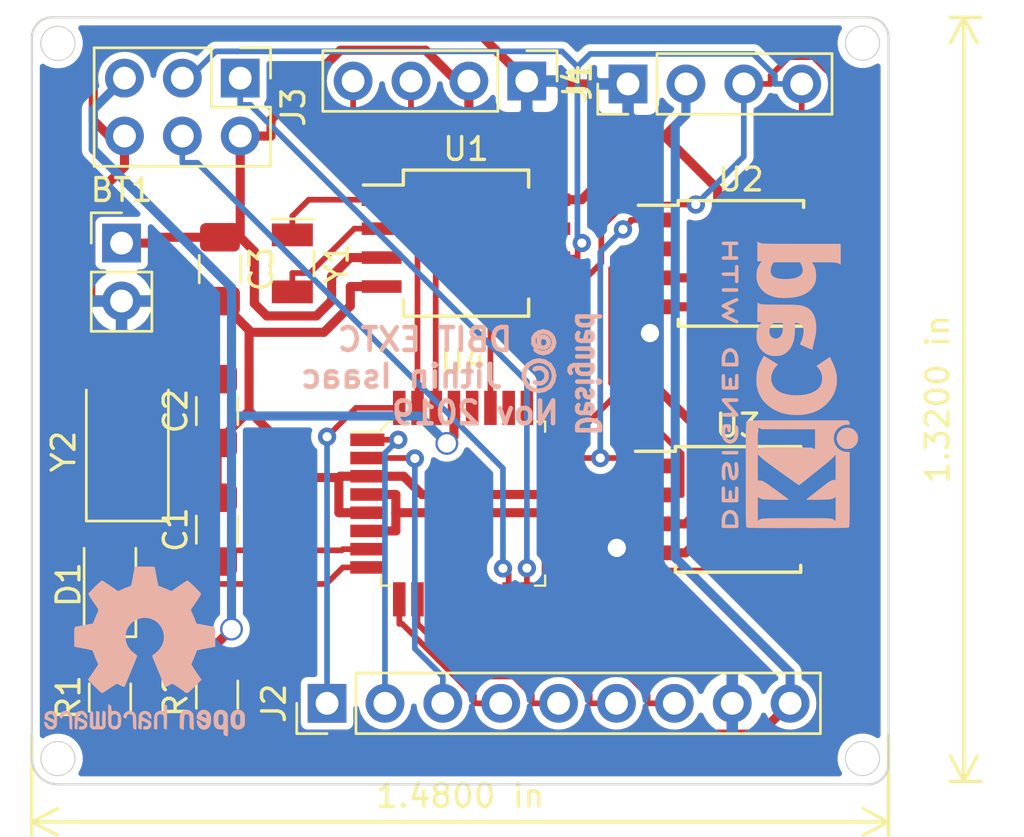
<source format=kicad_pcb>
(kicad_pcb (version 20171130) (host pcbnew "(5.1.4)-1")

  (general
    (thickness 1.6)
    (drawings 16)
    (tracks 314)
    (zones 0)
    (modules 19)
    (nets 32)
  )

  (page A4)
  (title_block
    (title "UDEMY Arduino Clone PCB")
    (date 2019-11-14)
    (rev V1)
    (company DBIT)
    (comment 1 "Jithin Saji Isaac")
  )

  (layers
    (0 F.Cu signal)
    (31 B.Cu mixed)
    (32 B.Adhes user)
    (33 F.Adhes user)
    (34 B.Paste user)
    (35 F.Paste user)
    (36 B.SilkS user)
    (37 F.SilkS user)
    (38 B.Mask user)
    (39 F.Mask user)
    (40 Dwgs.User user)
    (41 Cmts.User user)
    (42 Eco1.User user)
    (43 Eco2.User user)
    (44 Edge.Cuts user)
    (45 Margin user)
    (46 B.CrtYd user)
    (47 F.CrtYd user)
    (48 B.Fab user)
    (49 F.Fab user)
  )

  (setup
    (last_trace_width 0.25)
    (user_trace_width 0.3)
    (user_trace_width 0.4)
    (user_trace_width 0.5)
    (user_trace_width 0.6)
    (user_trace_width 0.7)
    (user_trace_width 0.8)
    (trace_clearance 0.2)
    (zone_clearance 0.508)
    (zone_45_only no)
    (trace_min 0.2)
    (via_size 0.8)
    (via_drill 0.4)
    (via_min_size 0.4)
    (via_min_drill 0.3)
    (user_via 1 0.6)
    (uvia_size 0.3)
    (uvia_drill 0.1)
    (uvias_allowed no)
    (uvia_min_size 0.2)
    (uvia_min_drill 0.1)
    (edge_width 0.05)
    (segment_width 0.2)
    (pcb_text_width 0.3)
    (pcb_text_size 1.5 1.5)
    (mod_edge_width 0.12)
    (mod_text_size 1 1)
    (mod_text_width 0.15)
    (pad_size 1.524 1.524)
    (pad_drill 0.762)
    (pad_to_mask_clearance 0.051)
    (solder_mask_min_width 0.25)
    (aux_axis_origin 0 0)
    (visible_elements 7FFFFFFF)
    (pcbplotparams
      (layerselection 0x010fc_ffffffff)
      (usegerberextensions false)
      (usegerberattributes false)
      (usegerberadvancedattributes false)
      (creategerberjobfile false)
      (excludeedgelayer true)
      (linewidth 0.100000)
      (plotframeref false)
      (viasonmask false)
      (mode 1)
      (useauxorigin false)
      (hpglpennumber 1)
      (hpglpenspeed 20)
      (hpglpendiameter 15.000000)
      (psnegative false)
      (psa4output false)
      (plotreference true)
      (plotvalue true)
      (plotinvisibletext false)
      (padsonsilk false)
      (subtractmaskfromsilk false)
      (outputformat 1)
      (mirror false)
      (drillshape 1)
      (scaleselection 1)
      (outputdirectory ""))
  )

  (net 0 "")
  (net 1 /VCC)
  (net 2 GNDPWR)
  (net 3 "Net-(C1-Pad1)")
  (net 4 "Net-(C2-Pad2)")
  (net 5 "Net-(D1-Pad1)")
  (net 6 /SCK)
  (net 7 /TX)
  (net 8 /RX)
  (net 9 /D2)
  (net 10 /D3)
  (net 11 /D4)
  (net 12 /D5)
  (net 13 /D6)
  (net 14 /D7)
  (net 15 /D8)
  (net 16 /MISO)
  (net 17 /MOSI)
  (net 18 /RESET)
  (net 19 /SDA)
  (net 20 "Net-(U1-Pad1)")
  (net 21 "Net-(U1-Pad2)")
  (net 22 "Net-(U1-Pad7)")
  (net 23 /ADDS1)
  (net 24 /ADDS2)
  (net 25 "Net-(U4-Pad13)")
  (net 26 "Net-(U4-Pad14)")
  (net 27 "Net-(U4-Pad19)")
  (net 28 "Net-(U4-Pad22)")
  (net 29 "Net-(U4-Pad25)")
  (net 30 "Net-(U4-Pad26)")
  (net 31 "Net-(U4-Pad28)")

  (net_class Default "This is the default net class."
    (clearance 0.2)
    (trace_width 0.25)
    (via_dia 0.8)
    (via_drill 0.4)
    (uvia_dia 0.3)
    (uvia_drill 0.1)
    (add_net /ADDS1)
    (add_net /ADDS2)
    (add_net /D2)
    (add_net /D3)
    (add_net /D4)
    (add_net /D5)
    (add_net /D6)
    (add_net /D7)
    (add_net /D8)
    (add_net /MISO)
    (add_net /MOSI)
    (add_net /RX)
    (add_net /SCK)
    (add_net /SDA)
    (add_net /TX)
    (add_net "Net-(C1-Pad1)")
    (add_net "Net-(C2-Pad2)")
    (add_net "Net-(D1-Pad1)")
    (add_net "Net-(U1-Pad1)")
    (add_net "Net-(U1-Pad2)")
    (add_net "Net-(U1-Pad7)")
    (add_net "Net-(U4-Pad13)")
    (add_net "Net-(U4-Pad14)")
    (add_net "Net-(U4-Pad19)")
    (add_net "Net-(U4-Pad22)")
    (add_net "Net-(U4-Pad25)")
    (add_net "Net-(U4-Pad26)")
    (add_net "Net-(U4-Pad28)")
  )

  (net_class Power ""
    (clearance 0.3)
    (trace_width 0.4)
    (via_dia 1)
    (via_drill 0.8)
    (uvia_dia 0.3)
    (uvia_drill 0.1)
    (diff_pair_width 0.5)
    (diff_pair_gap 0.25)
    (add_net /RESET)
    (add_net /VCC)
    (add_net GNDPWR)
  )

  (module Symbol:OSHW-Logo2_9.8x8mm_SilkScreen (layer B.Cu) (tedit 0) (tstamp 5DCD69EE)
    (at 83.566 112.903 180)
    (descr "Open Source Hardware Symbol")
    (tags "Logo Symbol OSHW")
    (attr virtual)
    (fp_text reference REF** (at 0 0) (layer B.SilkS) hide
      (effects (font (size 1 1) (thickness 0.15)) (justify mirror))
    )
    (fp_text value OSHW-Logo2_9.8x8mm_SilkScreen (at 0.75 0) (layer B.Fab) hide
      (effects (font (size 1 1) (thickness 0.15)) (justify mirror))
    )
    (fp_poly (pts (xy 0.139878 3.712224) (xy 0.245612 3.711645) (xy 0.322132 3.710078) (xy 0.374372 3.707028)
      (xy 0.407263 3.702004) (xy 0.425737 3.694511) (xy 0.434727 3.684056) (xy 0.439163 3.670147)
      (xy 0.439594 3.668346) (xy 0.446333 3.635855) (xy 0.458808 3.571748) (xy 0.475719 3.482849)
      (xy 0.495771 3.375981) (xy 0.517664 3.257967) (xy 0.518429 3.253822) (xy 0.540359 3.138169)
      (xy 0.560877 3.035986) (xy 0.578659 2.953402) (xy 0.592381 2.896544) (xy 0.600718 2.871542)
      (xy 0.601116 2.871099) (xy 0.625677 2.85889) (xy 0.676315 2.838544) (xy 0.742095 2.814455)
      (xy 0.742461 2.814326) (xy 0.825317 2.783182) (xy 0.923 2.743509) (xy 1.015077 2.703619)
      (xy 1.019434 2.701647) (xy 1.169407 2.63358) (xy 1.501498 2.860361) (xy 1.603374 2.929496)
      (xy 1.695657 2.991303) (xy 1.773003 3.042267) (xy 1.830064 3.078873) (xy 1.861495 3.097606)
      (xy 1.864479 3.098996) (xy 1.887321 3.09281) (xy 1.929982 3.062965) (xy 1.994128 3.008053)
      (xy 2.081421 2.926666) (xy 2.170535 2.840078) (xy 2.256441 2.754753) (xy 2.333327 2.676892)
      (xy 2.396564 2.611303) (xy 2.441523 2.562795) (xy 2.463576 2.536175) (xy 2.464396 2.534805)
      (xy 2.466834 2.516537) (xy 2.45765 2.486705) (xy 2.434574 2.441279) (xy 2.395337 2.37623)
      (xy 2.33767 2.28753) (xy 2.260795 2.173343) (xy 2.19257 2.072838) (xy 2.131582 1.982697)
      (xy 2.081356 1.908151) (xy 2.045416 1.854435) (xy 2.027287 1.826782) (xy 2.026146 1.824905)
      (xy 2.028359 1.79841) (xy 2.045138 1.746914) (xy 2.073142 1.680149) (xy 2.083122 1.658828)
      (xy 2.126672 1.563841) (xy 2.173134 1.456063) (xy 2.210877 1.362808) (xy 2.238073 1.293594)
      (xy 2.259675 1.240994) (xy 2.272158 1.213503) (xy 2.273709 1.211384) (xy 2.296668 1.207876)
      (xy 2.350786 1.198262) (xy 2.428868 1.183911) (xy 2.523719 1.166193) (xy 2.628143 1.146475)
      (xy 2.734944 1.126126) (xy 2.836926 1.106514) (xy 2.926894 1.089009) (xy 2.997653 1.074978)
      (xy 3.042006 1.065791) (xy 3.052885 1.063193) (xy 3.064122 1.056782) (xy 3.072605 1.042303)
      (xy 3.078714 1.014867) (xy 3.082832 0.969589) (xy 3.085341 0.90158) (xy 3.086621 0.805953)
      (xy 3.087054 0.67782) (xy 3.087077 0.625299) (xy 3.087077 0.198155) (xy 2.9845 0.177909)
      (xy 2.927431 0.16693) (xy 2.842269 0.150905) (xy 2.739372 0.131767) (xy 2.629096 0.111449)
      (xy 2.598615 0.105868) (xy 2.496855 0.086083) (xy 2.408205 0.066627) (xy 2.340108 0.049303)
      (xy 2.300004 0.035912) (xy 2.293323 0.031921) (xy 2.276919 0.003658) (xy 2.253399 -0.051109)
      (xy 2.227316 -0.121588) (xy 2.222142 -0.136769) (xy 2.187956 -0.230896) (xy 2.145523 -0.337101)
      (xy 2.103997 -0.432473) (xy 2.103792 -0.432916) (xy 2.03464 -0.582525) (xy 2.489512 -1.251617)
      (xy 2.1975 -1.544116) (xy 2.10918 -1.63117) (xy 2.028625 -1.707909) (xy 1.96036 -1.770237)
      (xy 1.908908 -1.814056) (xy 1.878794 -1.83527) (xy 1.874474 -1.836616) (xy 1.849111 -1.826016)
      (xy 1.797358 -1.796547) (xy 1.724868 -1.751705) (xy 1.637294 -1.694984) (xy 1.542612 -1.631462)
      (xy 1.446516 -1.566668) (xy 1.360837 -1.510287) (xy 1.291016 -1.465788) (xy 1.242494 -1.436639)
      (xy 1.220782 -1.426308) (xy 1.194293 -1.43505) (xy 1.144062 -1.458087) (xy 1.080451 -1.490631)
      (xy 1.073708 -1.494249) (xy 0.988046 -1.53721) (xy 0.929306 -1.558279) (xy 0.892772 -1.558503)
      (xy 0.873731 -1.538928) (xy 0.87362 -1.538654) (xy 0.864102 -1.515472) (xy 0.841403 -1.460441)
      (xy 0.807282 -1.377822) (xy 0.7635 -1.271872) (xy 0.711816 -1.146852) (xy 0.653992 -1.00702)
      (xy 0.597991 -0.871637) (xy 0.536447 -0.722234) (xy 0.479939 -0.583832) (xy 0.430161 -0.460673)
      (xy 0.388806 -0.357002) (xy 0.357568 -0.277059) (xy 0.338141 -0.225088) (xy 0.332154 -0.205692)
      (xy 0.347168 -0.183443) (xy 0.386439 -0.147982) (xy 0.438807 -0.108887) (xy 0.587941 0.014755)
      (xy 0.704511 0.156478) (xy 0.787118 0.313296) (xy 0.834366 0.482225) (xy 0.844857 0.660278)
      (xy 0.837231 0.742461) (xy 0.795682 0.912969) (xy 0.724123 1.063541) (xy 0.626995 1.192691)
      (xy 0.508734 1.298936) (xy 0.37378 1.38079) (xy 0.226571 1.436768) (xy 0.071544 1.465385)
      (xy -0.086861 1.465156) (xy -0.244206 1.434595) (xy -0.396054 1.372218) (xy -0.537965 1.27654)
      (xy -0.597197 1.222428) (xy -0.710797 1.08348) (xy -0.789894 0.931639) (xy -0.835014 0.771333)
      (xy -0.846684 0.606988) (xy -0.825431 0.443029) (xy -0.77178 0.283882) (xy -0.68626 0.133975)
      (xy -0.569395 -0.002267) (xy -0.438807 -0.108887) (xy -0.384412 -0.149642) (xy -0.345986 -0.184718)
      (xy -0.332154 -0.205726) (xy -0.339397 -0.228635) (xy -0.359995 -0.283365) (xy -0.392254 -0.365672)
      (xy -0.434479 -0.471315) (xy -0.484977 -0.59605) (xy -0.542052 -0.735636) (xy -0.598146 -0.87167)
      (xy -0.660033 -1.021201) (xy -0.717356 -1.159767) (xy -0.768356 -1.283107) (xy -0.811273 -1.386964)
      (xy -0.844347 -1.46708) (xy -0.865819 -1.519195) (xy -0.873775 -1.538654) (xy -0.892571 -1.558423)
      (xy -0.928926 -1.558365) (xy -0.987521 -1.537441) (xy -1.073032 -1.494613) (xy -1.073708 -1.494249)
      (xy -1.138093 -1.461012) (xy -1.190139 -1.436802) (xy -1.219488 -1.426404) (xy -1.220783 -1.426308)
      (xy -1.242876 -1.436855) (xy -1.291652 -1.466184) (xy -1.361669 -1.510827) (xy -1.447486 -1.567314)
      (xy -1.542612 -1.631462) (xy -1.63946 -1.696411) (xy -1.726747 -1.752896) (xy -1.798819 -1.797421)
      (xy -1.850023 -1.82649) (xy -1.874474 -1.836616) (xy -1.89699 -1.823307) (xy -1.942258 -1.786112)
      (xy -2.005756 -1.729128) (xy -2.082961 -1.656449) (xy -2.169349 -1.572171) (xy -2.197601 -1.544016)
      (xy -2.489713 -1.251416) (xy -2.267369 -0.925104) (xy -2.199798 -0.824897) (xy -2.140493 -0.734963)
      (xy -2.092783 -0.66051) (xy -2.059993 -0.606751) (xy -2.045452 -0.578894) (xy -2.045026 -0.576912)
      (xy -2.052692 -0.550655) (xy -2.073311 -0.497837) (xy -2.103315 -0.42731) (xy -2.124375 -0.380093)
      (xy -2.163752 -0.289694) (xy -2.200835 -0.198366) (xy -2.229585 -0.1212) (xy -2.237395 -0.097692)
      (xy -2.259583 -0.034916) (xy -2.281273 0.013589) (xy -2.293187 0.031921) (xy -2.319477 0.043141)
      (xy -2.376858 0.059046) (xy -2.457882 0.077833) (xy -2.555105 0.097701) (xy -2.598615 0.105868)
      (xy -2.709104 0.126171) (xy -2.815084 0.14583) (xy -2.906199 0.162912) (xy -2.972092 0.175482)
      (xy -2.9845 0.177909) (xy -3.087077 0.198155) (xy -3.087077 0.625299) (xy -3.086847 0.765754)
      (xy -3.085901 0.872021) (xy -3.083859 0.948987) (xy -3.080338 1.00154) (xy -3.074957 1.034567)
      (xy -3.067334 1.052955) (xy -3.057088 1.061592) (xy -3.052885 1.063193) (xy -3.02753 1.068873)
      (xy -2.971516 1.080205) (xy -2.892036 1.095821) (xy -2.796288 1.114353) (xy -2.691467 1.134431)
      (xy -2.584768 1.154688) (xy -2.483387 1.173754) (xy -2.394521 1.190261) (xy -2.325363 1.202841)
      (xy -2.283111 1.210125) (xy -2.27371 1.211384) (xy -2.265193 1.228237) (xy -2.24634 1.27313)
      (xy -2.220676 1.33757) (xy -2.210877 1.362808) (xy -2.171352 1.460314) (xy -2.124808 1.568041)
      (xy -2.083123 1.658828) (xy -2.05245 1.728247) (xy -2.032044 1.78529) (xy -2.025232 1.820223)
      (xy -2.026318 1.824905) (xy -2.040715 1.847009) (xy -2.073588 1.896169) (xy -2.12141 1.967152)
      (xy -2.180652 2.054722) (xy -2.247785 2.153643) (xy -2.261059 2.17317) (xy -2.338954 2.28886)
      (xy -2.396213 2.376956) (xy -2.435119 2.441514) (xy -2.457956 2.486589) (xy -2.467006 2.516237)
      (xy -2.464552 2.534515) (xy -2.464489 2.534631) (xy -2.445173 2.558639) (xy -2.402449 2.605053)
      (xy -2.340949 2.669063) (xy -2.265302 2.745855) (xy -2.180139 2.830618) (xy -2.170535 2.840078)
      (xy -2.06321 2.944011) (xy -1.980385 3.020325) (xy -1.920395 3.070429) (xy -1.881577 3.09573)
      (xy -1.86448 3.098996) (xy -1.839527 3.08475) (xy -1.787745 3.051844) (xy -1.71448 3.003792)
      (xy -1.62508 2.94411) (xy -1.524889 2.876312) (xy -1.501499 2.860361) (xy -1.169407 2.63358)
      (xy -1.019435 2.701647) (xy -0.92823 2.741315) (xy -0.830331 2.781209) (xy -0.746169 2.813017)
      (xy -0.742462 2.814326) (xy -0.676631 2.838424) (xy -0.625884 2.8588) (xy -0.601158 2.871064)
      (xy -0.601116 2.871099) (xy -0.593271 2.893266) (xy -0.579934 2.947783) (xy -0.56243 3.02852)
      (xy -0.542083 3.12935) (xy -0.520218 3.244144) (xy -0.518429 3.253822) (xy -0.496496 3.372096)
      (xy -0.47636 3.479458) (xy -0.45932 3.569083) (xy -0.446672 3.634149) (xy -0.439716 3.667832)
      (xy -0.439594 3.668346) (xy -0.435361 3.682675) (xy -0.427129 3.693493) (xy -0.409967 3.701294)
      (xy -0.378942 3.706571) (xy -0.329122 3.709818) (xy -0.255576 3.711528) (xy -0.153371 3.712193)
      (xy -0.017575 3.712307) (xy 0 3.712308) (xy 0.139878 3.712224)) (layer B.SilkS) (width 0.01))
    (fp_poly (pts (xy 4.245224 -2.647838) (xy 4.322528 -2.698361) (xy 4.359814 -2.74359) (xy 4.389353 -2.825663)
      (xy 4.391699 -2.890607) (xy 4.386385 -2.977445) (xy 4.186115 -3.065103) (xy 4.088739 -3.109887)
      (xy 4.025113 -3.145913) (xy 3.992029 -3.177117) (xy 3.98628 -3.207436) (xy 4.004658 -3.240805)
      (xy 4.024923 -3.262923) (xy 4.083889 -3.298393) (xy 4.148024 -3.300879) (xy 4.206926 -3.273235)
      (xy 4.250197 -3.21832) (xy 4.257936 -3.198928) (xy 4.295006 -3.138364) (xy 4.337654 -3.112552)
      (xy 4.396154 -3.090471) (xy 4.396154 -3.174184) (xy 4.390982 -3.23115) (xy 4.370723 -3.279189)
      (xy 4.328262 -3.334346) (xy 4.321951 -3.341514) (xy 4.27472 -3.390585) (xy 4.234121 -3.41692)
      (xy 4.183328 -3.429035) (xy 4.14122 -3.433003) (xy 4.065902 -3.433991) (xy 4.012286 -3.421466)
      (xy 3.978838 -3.402869) (xy 3.926268 -3.361975) (xy 3.889879 -3.317748) (xy 3.86685 -3.262126)
      (xy 3.854359 -3.187047) (xy 3.849587 -3.084449) (xy 3.849206 -3.032376) (xy 3.850501 -2.969948)
      (xy 3.968471 -2.969948) (xy 3.969839 -3.003438) (xy 3.973249 -3.008923) (xy 3.995753 -3.001472)
      (xy 4.044182 -2.981753) (xy 4.108908 -2.953718) (xy 4.122443 -2.947692) (xy 4.204244 -2.906096)
      (xy 4.249312 -2.869538) (xy 4.259217 -2.835296) (xy 4.235526 -2.800648) (xy 4.21596 -2.785339)
      (xy 4.14536 -2.754721) (xy 4.07928 -2.75978) (xy 4.023959 -2.797151) (xy 3.985636 -2.863473)
      (xy 3.973349 -2.916116) (xy 3.968471 -2.969948) (xy 3.850501 -2.969948) (xy 3.85173 -2.91072)
      (xy 3.861032 -2.82071) (xy 3.87946 -2.755167) (xy 3.90936 -2.706912) (xy 3.95308 -2.668767)
      (xy 3.972141 -2.65644) (xy 4.058726 -2.624336) (xy 4.153522 -2.622316) (xy 4.245224 -2.647838)) (layer B.SilkS) (width 0.01))
    (fp_poly (pts (xy 3.570807 -2.636782) (xy 3.594161 -2.646988) (xy 3.649902 -2.691134) (xy 3.697569 -2.754967)
      (xy 3.727048 -2.823087) (xy 3.731846 -2.85667) (xy 3.71576 -2.903556) (xy 3.680475 -2.928365)
      (xy 3.642644 -2.943387) (xy 3.625321 -2.946155) (xy 3.616886 -2.926066) (xy 3.60023 -2.882351)
      (xy 3.592923 -2.862598) (xy 3.551948 -2.794271) (xy 3.492622 -2.760191) (xy 3.416552 -2.761239)
      (xy 3.410918 -2.762581) (xy 3.370305 -2.781836) (xy 3.340448 -2.819375) (xy 3.320055 -2.879809)
      (xy 3.307836 -2.967751) (xy 3.3025 -3.087813) (xy 3.302 -3.151698) (xy 3.301752 -3.252403)
      (xy 3.300126 -3.321054) (xy 3.295801 -3.364673) (xy 3.287454 -3.390282) (xy 3.273765 -3.404903)
      (xy 3.253411 -3.415558) (xy 3.252234 -3.416095) (xy 3.213038 -3.432667) (xy 3.193619 -3.438769)
      (xy 3.190635 -3.420319) (xy 3.188081 -3.369323) (xy 3.18614 -3.292308) (xy 3.184997 -3.195805)
      (xy 3.184769 -3.125184) (xy 3.185932 -2.988525) (xy 3.190479 -2.884851) (xy 3.199999 -2.808108)
      (xy 3.216081 -2.752246) (xy 3.240313 -2.711212) (xy 3.274286 -2.678954) (xy 3.307833 -2.65644)
      (xy 3.388499 -2.626476) (xy 3.482381 -2.619718) (xy 3.570807 -2.636782)) (layer B.SilkS) (width 0.01))
    (fp_poly (pts (xy 2.887333 -2.633528) (xy 2.94359 -2.659117) (xy 2.987747 -2.690124) (xy 3.020101 -2.724795)
      (xy 3.042438 -2.76952) (xy 3.056546 -2.830692) (xy 3.064211 -2.914701) (xy 3.06722 -3.02794)
      (xy 3.067538 -3.102509) (xy 3.067538 -3.39342) (xy 3.017773 -3.416095) (xy 2.978576 -3.432667)
      (xy 2.959157 -3.438769) (xy 2.955442 -3.42061) (xy 2.952495 -3.371648) (xy 2.950691 -3.300153)
      (xy 2.950308 -3.243385) (xy 2.948661 -3.161371) (xy 2.944222 -3.096309) (xy 2.93774 -3.056467)
      (xy 2.93259 -3.048) (xy 2.897977 -3.056646) (xy 2.84364 -3.078823) (xy 2.780722 -3.108886)
      (xy 2.720368 -3.141192) (xy 2.673721 -3.170098) (xy 2.651926 -3.189961) (xy 2.651839 -3.190175)
      (xy 2.653714 -3.226935) (xy 2.670525 -3.262026) (xy 2.700039 -3.290528) (xy 2.743116 -3.300061)
      (xy 2.779932 -3.29895) (xy 2.832074 -3.298133) (xy 2.859444 -3.310349) (xy 2.875882 -3.342624)
      (xy 2.877955 -3.34871) (xy 2.885081 -3.394739) (xy 2.866024 -3.422687) (xy 2.816353 -3.436007)
      (xy 2.762697 -3.43847) (xy 2.666142 -3.42021) (xy 2.616159 -3.394131) (xy 2.554429 -3.332868)
      (xy 2.52169 -3.25767) (xy 2.518753 -3.178211) (xy 2.546424 -3.104167) (xy 2.588047 -3.057769)
      (xy 2.629604 -3.031793) (xy 2.694922 -2.998907) (xy 2.771038 -2.965557) (xy 2.783726 -2.960461)
      (xy 2.867333 -2.923565) (xy 2.91553 -2.891046) (xy 2.93103 -2.858718) (xy 2.91655 -2.822394)
      (xy 2.891692 -2.794) (xy 2.832939 -2.759039) (xy 2.768293 -2.756417) (xy 2.709008 -2.783358)
      (xy 2.666339 -2.837088) (xy 2.660739 -2.85095) (xy 2.628133 -2.901936) (xy 2.58053 -2.939787)
      (xy 2.520461 -2.97085) (xy 2.520461 -2.882768) (xy 2.523997 -2.828951) (xy 2.539156 -2.786534)
      (xy 2.572768 -2.741279) (xy 2.605035 -2.70642) (xy 2.655209 -2.657062) (xy 2.694193 -2.630547)
      (xy 2.736064 -2.619911) (xy 2.78346 -2.618154) (xy 2.887333 -2.633528)) (layer B.SilkS) (width 0.01))
    (fp_poly (pts (xy 2.395929 -2.636662) (xy 2.398911 -2.688068) (xy 2.401247 -2.766192) (xy 2.402749 -2.864857)
      (xy 2.403231 -2.968343) (xy 2.403231 -3.318533) (xy 2.341401 -3.380363) (xy 2.298793 -3.418462)
      (xy 2.26139 -3.433895) (xy 2.21027 -3.432918) (xy 2.189978 -3.430433) (xy 2.126554 -3.4232)
      (xy 2.074095 -3.419055) (xy 2.061308 -3.418672) (xy 2.018199 -3.421176) (xy 1.956544 -3.427462)
      (xy 1.932638 -3.430433) (xy 1.873922 -3.435028) (xy 1.834464 -3.425046) (xy 1.795338 -3.394228)
      (xy 1.781215 -3.380363) (xy 1.719385 -3.318533) (xy 1.719385 -2.663503) (xy 1.76915 -2.640829)
      (xy 1.812002 -2.624034) (xy 1.837073 -2.618154) (xy 1.843501 -2.636736) (xy 1.849509 -2.688655)
      (xy 1.854697 -2.768172) (xy 1.858664 -2.869546) (xy 1.860577 -2.955192) (xy 1.865923 -3.292231)
      (xy 1.91256 -3.298825) (xy 1.954976 -3.294214) (xy 1.97576 -3.279287) (xy 1.98157 -3.251377)
      (xy 1.98653 -3.191925) (xy 1.990246 -3.108466) (xy 1.992324 -3.008532) (xy 1.992624 -2.957104)
      (xy 1.992923 -2.661054) (xy 2.054454 -2.639604) (xy 2.098004 -2.62502) (xy 2.121694 -2.618219)
      (xy 2.122377 -2.618154) (xy 2.124754 -2.636642) (xy 2.127366 -2.687906) (xy 2.129995 -2.765649)
      (xy 2.132421 -2.863574) (xy 2.134115 -2.955192) (xy 2.139461 -3.292231) (xy 2.256692 -3.292231)
      (xy 2.262072 -2.984746) (xy 2.267451 -2.677261) (xy 2.324601 -2.647707) (xy 2.366797 -2.627413)
      (xy 2.39177 -2.618204) (xy 2.392491 -2.618154) (xy 2.395929 -2.636662)) (layer B.SilkS) (width 0.01))
    (fp_poly (pts (xy 1.602081 -2.780289) (xy 1.601833 -2.92632) (xy 1.600872 -3.038655) (xy 1.598794 -3.122678)
      (xy 1.595193 -3.183769) (xy 1.589665 -3.227309) (xy 1.581804 -3.258679) (xy 1.571207 -3.283262)
      (xy 1.563182 -3.297294) (xy 1.496728 -3.373388) (xy 1.41247 -3.421084) (xy 1.319249 -3.438199)
      (xy 1.2259 -3.422546) (xy 1.170312 -3.394418) (xy 1.111957 -3.34576) (xy 1.072186 -3.286333)
      (xy 1.04819 -3.208507) (xy 1.037161 -3.104652) (xy 1.035599 -3.028462) (xy 1.035809 -3.022986)
      (xy 1.172308 -3.022986) (xy 1.173141 -3.110355) (xy 1.176961 -3.168192) (xy 1.185746 -3.206029)
      (xy 1.201474 -3.233398) (xy 1.220266 -3.254042) (xy 1.283375 -3.29389) (xy 1.351137 -3.297295)
      (xy 1.415179 -3.264025) (xy 1.420164 -3.259517) (xy 1.441439 -3.236067) (xy 1.454779 -3.208166)
      (xy 1.462001 -3.166641) (xy 1.464923 -3.102316) (xy 1.465385 -3.0312) (xy 1.464383 -2.941858)
      (xy 1.460238 -2.882258) (xy 1.451236 -2.843089) (xy 1.435667 -2.81504) (xy 1.422902 -2.800144)
      (xy 1.3636 -2.762575) (xy 1.295301 -2.758057) (xy 1.23011 -2.786753) (xy 1.217528 -2.797406)
      (xy 1.196111 -2.821063) (xy 1.182744 -2.849251) (xy 1.175566 -2.891245) (xy 1.172719 -2.956319)
      (xy 1.172308 -3.022986) (xy 1.035809 -3.022986) (xy 1.040322 -2.905765) (xy 1.056362 -2.813577)
      (xy 1.086528 -2.744269) (xy 1.133629 -2.690211) (xy 1.170312 -2.662505) (xy 1.23699 -2.632572)
      (xy 1.314272 -2.618678) (xy 1.38611 -2.622397) (xy 1.426308 -2.6374) (xy 1.442082 -2.64167)
      (xy 1.45255 -2.62575) (xy 1.459856 -2.583089) (xy 1.465385 -2.518106) (xy 1.471437 -2.445732)
      (xy 1.479844 -2.402187) (xy 1.495141 -2.377287) (xy 1.521864 -2.360845) (xy 1.538654 -2.353564)
      (xy 1.602154 -2.326963) (xy 1.602081 -2.780289)) (layer B.SilkS) (width 0.01))
    (fp_poly (pts (xy 0.713362 -2.62467) (xy 0.802117 -2.657421) (xy 0.874022 -2.71535) (xy 0.902144 -2.756128)
      (xy 0.932802 -2.830954) (xy 0.932165 -2.885058) (xy 0.899987 -2.921446) (xy 0.888081 -2.927633)
      (xy 0.836675 -2.946925) (xy 0.810422 -2.941982) (xy 0.80153 -2.909587) (xy 0.801077 -2.891692)
      (xy 0.784797 -2.825859) (xy 0.742365 -2.779807) (xy 0.683388 -2.757564) (xy 0.617475 -2.763161)
      (xy 0.563895 -2.792229) (xy 0.545798 -2.80881) (xy 0.532971 -2.828925) (xy 0.524306 -2.859332)
      (xy 0.518696 -2.906788) (xy 0.515035 -2.97805) (xy 0.512215 -3.079875) (xy 0.511484 -3.112115)
      (xy 0.50882 -3.22241) (xy 0.505792 -3.300036) (xy 0.50125 -3.351396) (xy 0.494046 -3.38289)
      (xy 0.483033 -3.40092) (xy 0.46706 -3.411888) (xy 0.456834 -3.416733) (xy 0.413406 -3.433301)
      (xy 0.387842 -3.438769) (xy 0.379395 -3.420507) (xy 0.374239 -3.365296) (xy 0.372346 -3.272499)
      (xy 0.373689 -3.141478) (xy 0.374107 -3.121269) (xy 0.377058 -3.001733) (xy 0.380548 -2.914449)
      (xy 0.385514 -2.852591) (xy 0.392893 -2.809336) (xy 0.403624 -2.77786) (xy 0.418645 -2.751339)
      (xy 0.426502 -2.739975) (xy 0.471553 -2.689692) (xy 0.52194 -2.650581) (xy 0.528108 -2.647167)
      (xy 0.618458 -2.620212) (xy 0.713362 -2.62467)) (layer B.SilkS) (width 0.01))
    (fp_poly (pts (xy 0.053501 -2.626303) (xy 0.13006 -2.654733) (xy 0.130936 -2.655279) (xy 0.178285 -2.690127)
      (xy 0.213241 -2.730852) (xy 0.237825 -2.783925) (xy 0.254062 -2.855814) (xy 0.263975 -2.952992)
      (xy 0.269586 -3.081928) (xy 0.270077 -3.100298) (xy 0.277141 -3.377287) (xy 0.217695 -3.408028)
      (xy 0.174681 -3.428802) (xy 0.14871 -3.438646) (xy 0.147509 -3.438769) (xy 0.143014 -3.420606)
      (xy 0.139444 -3.371612) (xy 0.137248 -3.300031) (xy 0.136769 -3.242068) (xy 0.136758 -3.14817)
      (xy 0.132466 -3.089203) (xy 0.117503 -3.061079) (xy 0.085482 -3.059706) (xy 0.030014 -3.080998)
      (xy -0.053731 -3.120136) (xy -0.115311 -3.152643) (xy -0.146983 -3.180845) (xy -0.156294 -3.211582)
      (xy -0.156308 -3.213104) (xy -0.140943 -3.266054) (xy -0.095453 -3.29466) (xy -0.025834 -3.298803)
      (xy 0.024313 -3.298084) (xy 0.050754 -3.312527) (xy 0.067243 -3.347218) (xy 0.076733 -3.391416)
      (xy 0.063057 -3.416493) (xy 0.057907 -3.420082) (xy 0.009425 -3.434496) (xy -0.058469 -3.436537)
      (xy -0.128388 -3.426983) (xy -0.177932 -3.409522) (xy -0.24643 -3.351364) (xy -0.285366 -3.270408)
      (xy -0.293077 -3.20716) (xy -0.287193 -3.150111) (xy -0.265899 -3.103542) (xy -0.223735 -3.062181)
      (xy -0.155241 -3.020755) (xy -0.054956 -2.973993) (xy -0.048846 -2.97135) (xy 0.04149 -2.929617)
      (xy 0.097235 -2.895391) (xy 0.121129 -2.864635) (xy 0.115913 -2.833311) (xy 0.084328 -2.797383)
      (xy 0.074883 -2.789116) (xy 0.011617 -2.757058) (xy -0.053936 -2.758407) (xy -0.111028 -2.789838)
      (xy -0.148907 -2.848024) (xy -0.152426 -2.859446) (xy -0.1867 -2.914837) (xy -0.230191 -2.941518)
      (xy -0.293077 -2.96796) (xy -0.293077 -2.899548) (xy -0.273948 -2.80011) (xy -0.217169 -2.708902)
      (xy -0.187622 -2.678389) (xy -0.120458 -2.639228) (xy -0.035044 -2.6215) (xy 0.053501 -2.626303)) (layer B.SilkS) (width 0.01))
    (fp_poly (pts (xy -0.840154 -2.49212) (xy -0.834428 -2.57198) (xy -0.827851 -2.619039) (xy -0.818738 -2.639566)
      (xy -0.805402 -2.639829) (xy -0.801077 -2.637378) (xy -0.743556 -2.619636) (xy -0.668732 -2.620672)
      (xy -0.592661 -2.63891) (xy -0.545082 -2.662505) (xy -0.496298 -2.700198) (xy -0.460636 -2.742855)
      (xy -0.436155 -2.797057) (xy -0.420913 -2.869384) (xy -0.41297 -2.966419) (xy -0.410384 -3.094742)
      (xy -0.410338 -3.119358) (xy -0.410308 -3.39587) (xy -0.471839 -3.41732) (xy -0.515541 -3.431912)
      (xy -0.539518 -3.438706) (xy -0.540223 -3.438769) (xy -0.542585 -3.420345) (xy -0.544594 -3.369526)
      (xy -0.546099 -3.292993) (xy -0.546947 -3.19743) (xy -0.547077 -3.139329) (xy -0.547349 -3.024771)
      (xy -0.548748 -2.942667) (xy -0.552151 -2.886393) (xy -0.558433 -2.849326) (xy -0.568471 -2.824844)
      (xy -0.583139 -2.806325) (xy -0.592298 -2.797406) (xy -0.655211 -2.761466) (xy -0.723864 -2.758775)
      (xy -0.786152 -2.78917) (xy -0.797671 -2.800144) (xy -0.814567 -2.820779) (xy -0.826286 -2.845256)
      (xy -0.833767 -2.880647) (xy -0.837946 -2.934026) (xy -0.839763 -3.012466) (xy -0.840154 -3.120617)
      (xy -0.840154 -3.39587) (xy -0.901685 -3.41732) (xy -0.945387 -3.431912) (xy -0.969364 -3.438706)
      (xy -0.97007 -3.438769) (xy -0.971874 -3.420069) (xy -0.9735 -3.367322) (xy -0.974883 -3.285557)
      (xy -0.975958 -3.179805) (xy -0.97666 -3.055094) (xy -0.976923 -2.916455) (xy -0.976923 -2.381806)
      (xy -0.849923 -2.328236) (xy -0.840154 -2.49212)) (layer B.SilkS) (width 0.01))
    (fp_poly (pts (xy -2.465746 -2.599745) (xy -2.388714 -2.651567) (xy -2.329184 -2.726412) (xy -2.293622 -2.821654)
      (xy -2.286429 -2.891756) (xy -2.287246 -2.921009) (xy -2.294086 -2.943407) (xy -2.312888 -2.963474)
      (xy -2.349592 -2.985733) (xy -2.410138 -3.014709) (xy -2.500466 -3.054927) (xy -2.500923 -3.055129)
      (xy -2.584067 -3.09321) (xy -2.652247 -3.127025) (xy -2.698495 -3.152933) (xy -2.715842 -3.167295)
      (xy -2.715846 -3.167411) (xy -2.700557 -3.198685) (xy -2.664804 -3.233157) (xy -2.623758 -3.25799)
      (xy -2.602963 -3.262923) (xy -2.54623 -3.245862) (xy -2.497373 -3.203133) (xy -2.473535 -3.156155)
      (xy -2.450603 -3.121522) (xy -2.405682 -3.082081) (xy -2.352877 -3.048009) (xy -2.30629 -3.02948)
      (xy -2.296548 -3.028462) (xy -2.285582 -3.045215) (xy -2.284921 -3.088039) (xy -2.29298 -3.145781)
      (xy -2.308173 -3.207289) (xy -2.328914 -3.261409) (xy -2.329962 -3.26351) (xy -2.392379 -3.35066)
      (xy -2.473274 -3.409939) (xy -2.565144 -3.439034) (xy -2.660487 -3.435634) (xy -2.751802 -3.397428)
      (xy -2.755862 -3.394741) (xy -2.827694 -3.329642) (xy -2.874927 -3.244705) (xy -2.901066 -3.133021)
      (xy -2.904574 -3.101643) (xy -2.910787 -2.953536) (xy -2.903339 -2.884468) (xy -2.715846 -2.884468)
      (xy -2.71341 -2.927552) (xy -2.700086 -2.940126) (xy -2.666868 -2.930719) (xy -2.614506 -2.908483)
      (xy -2.555976 -2.88061) (xy -2.554521 -2.879872) (xy -2.504911 -2.853777) (xy -2.485 -2.836363)
      (xy -2.48991 -2.818107) (xy -2.510584 -2.79412) (xy -2.563181 -2.759406) (xy -2.619823 -2.756856)
      (xy -2.670631 -2.782119) (xy -2.705724 -2.830847) (xy -2.715846 -2.884468) (xy -2.903339 -2.884468)
      (xy -2.898008 -2.835036) (xy -2.865222 -2.741055) (xy -2.819579 -2.675215) (xy -2.737198 -2.608681)
      (xy -2.646454 -2.575676) (xy -2.553815 -2.573573) (xy -2.465746 -2.599745)) (layer B.SilkS) (width 0.01))
    (fp_poly (pts (xy -3.983114 -2.587256) (xy -3.891536 -2.635409) (xy -3.823951 -2.712905) (xy -3.799943 -2.762727)
      (xy -3.781262 -2.837533) (xy -3.771699 -2.932052) (xy -3.770792 -3.03521) (xy -3.778079 -3.135935)
      (xy -3.793097 -3.223153) (xy -3.815385 -3.285791) (xy -3.822235 -3.296579) (xy -3.903368 -3.377105)
      (xy -3.999734 -3.425336) (xy -4.104299 -3.43945) (xy -4.210032 -3.417629) (xy -4.239457 -3.404547)
      (xy -4.296759 -3.364231) (xy -4.34705 -3.310775) (xy -4.351803 -3.303995) (xy -4.371122 -3.271321)
      (xy -4.383892 -3.236394) (xy -4.391436 -3.190414) (xy -4.395076 -3.124584) (xy -4.396135 -3.030105)
      (xy -4.396154 -3.008923) (xy -4.396106 -3.002182) (xy -4.200769 -3.002182) (xy -4.199632 -3.091349)
      (xy -4.195159 -3.15052) (xy -4.185754 -3.188741) (xy -4.169824 -3.215053) (xy -4.161692 -3.223846)
      (xy -4.114942 -3.257261) (xy -4.069553 -3.255737) (xy -4.02366 -3.226752) (xy -3.996288 -3.195809)
      (xy -3.980077 -3.150643) (xy -3.970974 -3.07942) (xy -3.970349 -3.071114) (xy -3.968796 -2.942037)
      (xy -3.985035 -2.846172) (xy -4.018848 -2.784107) (xy -4.070016 -2.756432) (xy -4.08828 -2.754923)
      (xy -4.13624 -2.762513) (xy -4.169047 -2.788808) (xy -4.189105 -2.839095) (xy -4.198822 -2.918664)
      (xy -4.200769 -3.002182) (xy -4.396106 -3.002182) (xy -4.395426 -2.908249) (xy -4.392371 -2.837906)
      (xy -4.385678 -2.789163) (xy -4.37404 -2.753288) (xy -4.356147 -2.721548) (xy -4.352192 -2.715648)
      (xy -4.285733 -2.636104) (xy -4.213315 -2.589929) (xy -4.125151 -2.571599) (xy -4.095213 -2.570703)
      (xy -3.983114 -2.587256)) (layer B.SilkS) (width 0.01))
    (fp_poly (pts (xy -1.728336 -2.595089) (xy -1.665633 -2.631358) (xy -1.622039 -2.667358) (xy -1.590155 -2.705075)
      (xy -1.56819 -2.751199) (xy -1.554351 -2.812421) (xy -1.546847 -2.895431) (xy -1.543883 -3.006919)
      (xy -1.543539 -3.087062) (xy -1.543539 -3.382065) (xy -1.709615 -3.456515) (xy -1.719385 -3.133402)
      (xy -1.723421 -3.012729) (xy -1.727656 -2.925141) (xy -1.732903 -2.86465) (xy -1.739975 -2.825268)
      (xy -1.749689 -2.801007) (xy -1.762856 -2.78588) (xy -1.767081 -2.782606) (xy -1.831091 -2.757034)
      (xy -1.895792 -2.767153) (xy -1.934308 -2.794) (xy -1.949975 -2.813024) (xy -1.96082 -2.837988)
      (xy -1.967712 -2.875834) (xy -1.971521 -2.933502) (xy -1.973117 -3.017935) (xy -1.973385 -3.105928)
      (xy -1.973437 -3.216323) (xy -1.975328 -3.294463) (xy -1.981655 -3.347165) (xy -1.995017 -3.381242)
      (xy -2.018015 -3.403511) (xy -2.053246 -3.420787) (xy -2.100303 -3.438738) (xy -2.151697 -3.458278)
      (xy -2.145579 -3.111485) (xy -2.143116 -2.986468) (xy -2.140233 -2.894082) (xy -2.136102 -2.827881)
      (xy -2.129893 -2.78142) (xy -2.120774 -2.748256) (xy -2.107917 -2.721944) (xy -2.092416 -2.698729)
      (xy -2.017629 -2.624569) (xy -1.926372 -2.581684) (xy -1.827117 -2.571412) (xy -1.728336 -2.595089)) (layer B.SilkS) (width 0.01))
    (fp_poly (pts (xy -3.231114 -2.584505) (xy -3.156461 -2.621727) (xy -3.090569 -2.690261) (xy -3.072423 -2.715648)
      (xy -3.052655 -2.748866) (xy -3.039828 -2.784945) (xy -3.03249 -2.833098) (xy -3.029187 -2.902536)
      (xy -3.028462 -2.994206) (xy -3.031737 -3.11983) (xy -3.043123 -3.214154) (xy -3.064959 -3.284523)
      (xy -3.099581 -3.338286) (xy -3.14933 -3.382788) (xy -3.152986 -3.385423) (xy -3.202015 -3.412377)
      (xy -3.261055 -3.425712) (xy -3.336141 -3.429) (xy -3.458205 -3.429) (xy -3.458256 -3.547497)
      (xy -3.459392 -3.613492) (xy -3.466314 -3.652202) (xy -3.484402 -3.675419) (xy -3.519038 -3.694933)
      (xy -3.527355 -3.69892) (xy -3.56628 -3.717603) (xy -3.596417 -3.729403) (xy -3.618826 -3.730422)
      (xy -3.634567 -3.716761) (xy -3.644698 -3.684522) (xy -3.650277 -3.629804) (xy -3.652365 -3.548711)
      (xy -3.652019 -3.437344) (xy -3.6503 -3.291802) (xy -3.649763 -3.248269) (xy -3.647828 -3.098205)
      (xy -3.646096 -3.000042) (xy -3.458308 -3.000042) (xy -3.457252 -3.083364) (xy -3.452562 -3.13788)
      (xy -3.441949 -3.173837) (xy -3.423128 -3.201482) (xy -3.41035 -3.214965) (xy -3.35811 -3.254417)
      (xy -3.311858 -3.257628) (xy -3.264133 -3.225049) (xy -3.262923 -3.223846) (xy -3.243506 -3.198668)
      (xy -3.231693 -3.164447) (xy -3.225735 -3.111748) (xy -3.22388 -3.031131) (xy -3.223846 -3.013271)
      (xy -3.22833 -2.902175) (xy -3.242926 -2.825161) (xy -3.26935 -2.778147) (xy -3.309317 -2.75705)
      (xy -3.332416 -2.754923) (xy -3.387238 -2.7649) (xy -3.424842 -2.797752) (xy -3.447477 -2.857857)
      (xy -3.457394 -2.949598) (xy -3.458308 -3.000042) (xy -3.646096 -3.000042) (xy -3.645778 -2.98206)
      (xy -3.643127 -2.894679) (xy -3.639394 -2.830905) (xy -3.634093 -2.785582) (xy -3.626742 -2.753555)
      (xy -3.616857 -2.729668) (xy -3.603954 -2.708764) (xy -3.598421 -2.700898) (xy -3.525031 -2.626595)
      (xy -3.43224 -2.584467) (xy -3.324904 -2.572722) (xy -3.231114 -2.584505)) (layer B.SilkS) (width 0.01))
  )

  (module Symbol:KiCad-Logo2_5mm_SilkScreen (layer B.Cu) (tedit 0) (tstamp 5DCD68EF)
    (at 111.887 101.219 90)
    (descr "KiCad Logo")
    (tags "Logo KiCad")
    (attr virtual)
    (fp_text reference REF** (at 0 5.08 90) (layer B.SilkS) hide
      (effects (font (size 1 1) (thickness 0.15)) (justify mirror))
    )
    (fp_text value KiCad-Logo2_5mm_SilkScreen (at 0 -5.08 90) (layer B.Fab) hide
      (effects (font (size 1 1) (thickness 0.15)) (justify mirror))
    )
    (fp_poly (pts (xy 6.228823 -2.274533) (xy 6.260202 -2.296776) (xy 6.287911 -2.324485) (xy 6.287911 -2.63392)
      (xy 6.287838 -2.725799) (xy 6.287495 -2.79784) (xy 6.286692 -2.85278) (xy 6.285241 -2.89336)
      (xy 6.282952 -2.922317) (xy 6.279636 -2.942391) (xy 6.275105 -2.956321) (xy 6.269169 -2.966845)
      (xy 6.264514 -2.9731) (xy 6.233783 -2.997673) (xy 6.198496 -3.000341) (xy 6.166245 -2.985271)
      (xy 6.155588 -2.976374) (xy 6.148464 -2.964557) (xy 6.144167 -2.945526) (xy 6.141991 -2.914992)
      (xy 6.141228 -2.868662) (xy 6.141155 -2.832871) (xy 6.141155 -2.698045) (xy 5.644444 -2.698045)
      (xy 5.644444 -2.8207) (xy 5.643931 -2.876787) (xy 5.641876 -2.915333) (xy 5.637508 -2.941361)
      (xy 5.630056 -2.959897) (xy 5.621047 -2.9731) (xy 5.590144 -2.997604) (xy 5.555196 -3.000506)
      (xy 5.521738 -2.983089) (xy 5.512604 -2.973959) (xy 5.506152 -2.961855) (xy 5.501897 -2.943001)
      (xy 5.499352 -2.91362) (xy 5.498029 -2.869937) (xy 5.497443 -2.808175) (xy 5.497375 -2.794)
      (xy 5.496891 -2.677631) (xy 5.496641 -2.581727) (xy 5.496723 -2.504177) (xy 5.497231 -2.442869)
      (xy 5.498262 -2.39569) (xy 5.499913 -2.36053) (xy 5.502279 -2.335276) (xy 5.505457 -2.317817)
      (xy 5.509544 -2.306041) (xy 5.514634 -2.297835) (xy 5.520266 -2.291645) (xy 5.552128 -2.271844)
      (xy 5.585357 -2.274533) (xy 5.616735 -2.296776) (xy 5.629433 -2.311126) (xy 5.637526 -2.326978)
      (xy 5.642042 -2.349554) (xy 5.644006 -2.384078) (xy 5.644444 -2.435776) (xy 5.644444 -2.551289)
      (xy 6.141155 -2.551289) (xy 6.141155 -2.432756) (xy 6.141662 -2.378148) (xy 6.143698 -2.341275)
      (xy 6.148035 -2.317307) (xy 6.155447 -2.301415) (xy 6.163733 -2.291645) (xy 6.195594 -2.271844)
      (xy 6.228823 -2.274533)) (layer B.SilkS) (width 0.01))
    (fp_poly (pts (xy 4.963065 -2.269163) (xy 5.041772 -2.269542) (xy 5.102863 -2.270333) (xy 5.148817 -2.27167)
      (xy 5.182114 -2.273683) (xy 5.205236 -2.276506) (xy 5.220662 -2.280269) (xy 5.230871 -2.285105)
      (xy 5.235813 -2.288822) (xy 5.261457 -2.321358) (xy 5.264559 -2.355138) (xy 5.248711 -2.385826)
      (xy 5.238348 -2.398089) (xy 5.227196 -2.40645) (xy 5.211035 -2.411657) (xy 5.185642 -2.414457)
      (xy 5.146798 -2.415596) (xy 5.09028 -2.415821) (xy 5.07918 -2.415822) (xy 4.933244 -2.415822)
      (xy 4.933244 -2.686756) (xy 4.933148 -2.772154) (xy 4.932711 -2.837864) (xy 4.931712 -2.886774)
      (xy 4.929928 -2.921773) (xy 4.927137 -2.945749) (xy 4.923117 -2.961593) (xy 4.917645 -2.972191)
      (xy 4.910666 -2.980267) (xy 4.877734 -3.000112) (xy 4.843354 -2.998548) (xy 4.812176 -2.975906)
      (xy 4.809886 -2.9731) (xy 4.802429 -2.962492) (xy 4.796747 -2.950081) (xy 4.792601 -2.93285)
      (xy 4.78975 -2.907784) (xy 4.787954 -2.871867) (xy 4.786972 -2.822083) (xy 4.786564 -2.755417)
      (xy 4.786489 -2.679589) (xy 4.786489 -2.415822) (xy 4.647127 -2.415822) (xy 4.587322 -2.415418)
      (xy 4.545918 -2.41384) (xy 4.518748 -2.410547) (xy 4.501646 -2.404992) (xy 4.490443 -2.396631)
      (xy 4.489083 -2.395178) (xy 4.472725 -2.361939) (xy 4.474172 -2.324362) (xy 4.492978 -2.291645)
      (xy 4.50025 -2.285298) (xy 4.509627 -2.280266) (xy 4.523609 -2.276396) (xy 4.544696 -2.273537)
      (xy 4.575389 -2.271535) (xy 4.618189 -2.270239) (xy 4.675595 -2.269498) (xy 4.75011 -2.269158)
      (xy 4.844233 -2.269068) (xy 4.86426 -2.269067) (xy 4.963065 -2.269163)) (layer B.SilkS) (width 0.01))
    (fp_poly (pts (xy 4.188614 -2.275877) (xy 4.212327 -2.290647) (xy 4.238978 -2.312227) (xy 4.238978 -2.633773)
      (xy 4.238893 -2.72783) (xy 4.238529 -2.801932) (xy 4.237724 -2.858704) (xy 4.236313 -2.900768)
      (xy 4.234133 -2.930748) (xy 4.231021 -2.951267) (xy 4.226814 -2.964949) (xy 4.221348 -2.974416)
      (xy 4.217472 -2.979082) (xy 4.186034 -2.999575) (xy 4.150233 -2.998739) (xy 4.118873 -2.981264)
      (xy 4.092222 -2.959684) (xy 4.092222 -2.312227) (xy 4.118873 -2.290647) (xy 4.144594 -2.274949)
      (xy 4.1656 -2.269067) (xy 4.188614 -2.275877)) (layer B.SilkS) (width 0.01))
    (fp_poly (pts (xy 3.744665 -2.271034) (xy 3.764255 -2.278035) (xy 3.76501 -2.278377) (xy 3.791613 -2.298678)
      (xy 3.80627 -2.319561) (xy 3.809138 -2.329352) (xy 3.808996 -2.342361) (xy 3.804961 -2.360895)
      (xy 3.796146 -2.387257) (xy 3.781669 -2.423752) (xy 3.760645 -2.472687) (xy 3.732188 -2.536365)
      (xy 3.695415 -2.617093) (xy 3.675175 -2.661216) (xy 3.638625 -2.739985) (xy 3.604315 -2.812423)
      (xy 3.573552 -2.87588) (xy 3.547648 -2.927708) (xy 3.52791 -2.965259) (xy 3.51565 -2.985884)
      (xy 3.513224 -2.988733) (xy 3.482183 -3.001302) (xy 3.447121 -2.999619) (xy 3.419 -2.984332)
      (xy 3.417854 -2.983089) (xy 3.406668 -2.966154) (xy 3.387904 -2.93317) (xy 3.363875 -2.88838)
      (xy 3.336897 -2.836032) (xy 3.327201 -2.816742) (xy 3.254014 -2.67015) (xy 3.17424 -2.829393)
      (xy 3.145767 -2.884415) (xy 3.11935 -2.932132) (xy 3.097148 -2.968893) (xy 3.081319 -2.991044)
      (xy 3.075954 -2.995741) (xy 3.034257 -3.002102) (xy 2.999849 -2.988733) (xy 2.989728 -2.974446)
      (xy 2.972214 -2.942692) (xy 2.948735 -2.896597) (xy 2.92072 -2.839285) (xy 2.889599 -2.77388)
      (xy 2.856799 -2.703507) (xy 2.82375 -2.631291) (xy 2.791881 -2.560355) (xy 2.762619 -2.493825)
      (xy 2.737395 -2.434826) (xy 2.717636 -2.386481) (xy 2.704772 -2.351915) (xy 2.700231 -2.334253)
      (xy 2.700277 -2.333613) (xy 2.711326 -2.311388) (xy 2.73341 -2.288753) (xy 2.73471 -2.287768)
      (xy 2.761853 -2.272425) (xy 2.786958 -2.272574) (xy 2.796368 -2.275466) (xy 2.807834 -2.281718)
      (xy 2.82001 -2.294014) (xy 2.834357 -2.314908) (xy 2.852336 -2.346949) (xy 2.875407 -2.392688)
      (xy 2.90503 -2.454677) (xy 2.931745 -2.511898) (xy 2.96248 -2.578226) (xy 2.990021 -2.637874)
      (xy 3.012938 -2.687725) (xy 3.029798 -2.724664) (xy 3.039173 -2.745573) (xy 3.04054 -2.748845)
      (xy 3.046689 -2.743497) (xy 3.060822 -2.721109) (xy 3.081057 -2.684946) (xy 3.105515 -2.638277)
      (xy 3.115248 -2.619022) (xy 3.148217 -2.554004) (xy 3.173643 -2.506654) (xy 3.193612 -2.474219)
      (xy 3.21021 -2.453946) (xy 3.225524 -2.443082) (xy 3.24164 -2.438875) (xy 3.252143 -2.4384)
      (xy 3.27067 -2.440042) (xy 3.286904 -2.446831) (xy 3.303035 -2.461566) (xy 3.321251 -2.487044)
      (xy 3.343739 -2.526061) (xy 3.372689 -2.581414) (xy 3.388662 -2.612903) (xy 3.41457 -2.663087)
      (xy 3.437167 -2.704704) (xy 3.454458 -2.734242) (xy 3.46445 -2.748189) (xy 3.465809 -2.74877)
      (xy 3.472261 -2.737793) (xy 3.486708 -2.70929) (xy 3.507703 -2.666244) (xy 3.533797 -2.611638)
      (xy 3.563546 -2.548454) (xy 3.57818 -2.517071) (xy 3.61625 -2.436078) (xy 3.646905 -2.373756)
      (xy 3.671737 -2.328071) (xy 3.692337 -2.296989) (xy 3.710298 -2.278478) (xy 3.72721 -2.270504)
      (xy 3.744665 -2.271034)) (layer B.SilkS) (width 0.01))
    (fp_poly (pts (xy 1.018309 -2.269275) (xy 1.147288 -2.273636) (xy 1.256991 -2.286861) (xy 1.349226 -2.309741)
      (xy 1.425802 -2.34307) (xy 1.488527 -2.387638) (xy 1.539212 -2.444236) (xy 1.579663 -2.513658)
      (xy 1.580459 -2.515351) (xy 1.604601 -2.577483) (xy 1.613203 -2.632509) (xy 1.606231 -2.687887)
      (xy 1.583654 -2.751073) (xy 1.579372 -2.760689) (xy 1.550172 -2.816966) (xy 1.517356 -2.860451)
      (xy 1.475002 -2.897417) (xy 1.41719 -2.934135) (xy 1.413831 -2.936052) (xy 1.363504 -2.960227)
      (xy 1.306621 -2.978282) (xy 1.239527 -2.990839) (xy 1.158565 -2.998522) (xy 1.060082 -3.001953)
      (xy 1.025286 -3.002251) (xy 0.859594 -3.002845) (xy 0.836197 -2.9731) (xy 0.829257 -2.963319)
      (xy 0.823842 -2.951897) (xy 0.819765 -2.936095) (xy 0.816837 -2.913175) (xy 0.814867 -2.880396)
      (xy 0.814225 -2.856089) (xy 0.970844 -2.856089) (xy 1.064726 -2.856089) (xy 1.119664 -2.854483)
      (xy 1.17606 -2.850255) (xy 1.222345 -2.844292) (xy 1.225139 -2.84379) (xy 1.307348 -2.821736)
      (xy 1.371114 -2.7886) (xy 1.418452 -2.742847) (xy 1.451382 -2.682939) (xy 1.457108 -2.667061)
      (xy 1.462721 -2.642333) (xy 1.460291 -2.617902) (xy 1.448467 -2.5854) (xy 1.44134 -2.569434)
      (xy 1.418 -2.527006) (xy 1.38988 -2.49724) (xy 1.35894 -2.476511) (xy 1.296966 -2.449537)
      (xy 1.217651 -2.429998) (xy 1.125253 -2.418746) (xy 1.058333 -2.41627) (xy 0.970844 -2.415822)
      (xy 0.970844 -2.856089) (xy 0.814225 -2.856089) (xy 0.813668 -2.835021) (xy 0.81305 -2.774311)
      (xy 0.812825 -2.695526) (xy 0.8128 -2.63392) (xy 0.8128 -2.324485) (xy 0.840509 -2.296776)
      (xy 0.852806 -2.285544) (xy 0.866103 -2.277853) (xy 0.884672 -2.27304) (xy 0.912786 -2.270446)
      (xy 0.954717 -2.26941) (xy 1.014737 -2.26927) (xy 1.018309 -2.269275)) (layer B.SilkS) (width 0.01))
    (fp_poly (pts (xy 0.230343 -2.26926) (xy 0.306701 -2.270174) (xy 0.365217 -2.272311) (xy 0.408255 -2.276175)
      (xy 0.438183 -2.282267) (xy 0.457368 -2.29109) (xy 0.468176 -2.303146) (xy 0.472973 -2.318939)
      (xy 0.474127 -2.33897) (xy 0.474133 -2.341335) (xy 0.473131 -2.363992) (xy 0.468396 -2.381503)
      (xy 0.457333 -2.394574) (xy 0.437348 -2.403913) (xy 0.405846 -2.410227) (xy 0.360232 -2.414222)
      (xy 0.297913 -2.416606) (xy 0.216293 -2.418086) (xy 0.191277 -2.418414) (xy -0.0508 -2.421467)
      (xy -0.054186 -2.486378) (xy -0.057571 -2.551289) (xy 0.110576 -2.551289) (xy 0.176266 -2.551531)
      (xy 0.223172 -2.552556) (xy 0.255083 -2.554811) (xy 0.275791 -2.558742) (xy 0.289084 -2.564798)
      (xy 0.298755 -2.573424) (xy 0.298817 -2.573493) (xy 0.316356 -2.607112) (xy 0.315722 -2.643448)
      (xy 0.297314 -2.674423) (xy 0.293671 -2.677607) (xy 0.280741 -2.685812) (xy 0.263024 -2.691521)
      (xy 0.23657 -2.695162) (xy 0.197432 -2.697167) (xy 0.141662 -2.697964) (xy 0.105994 -2.698045)
      (xy -0.056445 -2.698045) (xy -0.056445 -2.856089) (xy 0.190161 -2.856089) (xy 0.27158 -2.856231)
      (xy 0.33341 -2.856814) (xy 0.378637 -2.858068) (xy 0.410248 -2.860227) (xy 0.431231 -2.863523)
      (xy 0.444573 -2.868189) (xy 0.453261 -2.874457) (xy 0.45545 -2.876733) (xy 0.471614 -2.90828)
      (xy 0.472797 -2.944168) (xy 0.459536 -2.975285) (xy 0.449043 -2.985271) (xy 0.438129 -2.990769)
      (xy 0.421217 -2.995022) (xy 0.395633 -2.99818) (xy 0.358701 -3.000392) (xy 0.307746 -3.001806)
      (xy 0.240094 -3.002572) (xy 0.153069 -3.002838) (xy 0.133394 -3.002845) (xy 0.044911 -3.002787)
      (xy -0.023773 -3.002467) (xy -0.075436 -3.001667) (xy -0.112855 -3.000167) (xy -0.13881 -2.997749)
      (xy -0.156078 -2.994194) (xy -0.167438 -2.989282) (xy -0.175668 -2.982795) (xy -0.180183 -2.978138)
      (xy -0.186979 -2.969889) (xy -0.192288 -2.959669) (xy -0.196294 -2.9448) (xy -0.199179 -2.922602)
      (xy -0.201126 -2.890393) (xy -0.202319 -2.845496) (xy -0.202939 -2.785228) (xy -0.203171 -2.706911)
      (xy -0.2032 -2.640994) (xy -0.203129 -2.548628) (xy -0.202792 -2.476117) (xy -0.202002 -2.420737)
      (xy -0.200574 -2.379765) (xy -0.198321 -2.350478) (xy -0.195057 -2.330153) (xy -0.190596 -2.316066)
      (xy -0.184752 -2.305495) (xy -0.179803 -2.298811) (xy -0.156406 -2.269067) (xy 0.133774 -2.269067)
      (xy 0.230343 -2.26926)) (layer B.SilkS) (width 0.01))
    (fp_poly (pts (xy -1.300114 -2.273448) (xy -1.276548 -2.287273) (xy -1.245735 -2.309881) (xy -1.206078 -2.342338)
      (xy -1.15598 -2.385708) (xy -1.093843 -2.441058) (xy -1.018072 -2.509451) (xy -0.931334 -2.588084)
      (xy -0.750711 -2.751878) (xy -0.745067 -2.532029) (xy -0.743029 -2.456351) (xy -0.741063 -2.399994)
      (xy -0.738734 -2.359706) (xy -0.735606 -2.332235) (xy -0.731245 -2.314329) (xy -0.725216 -2.302737)
      (xy -0.717084 -2.294208) (xy -0.712772 -2.290623) (xy -0.678241 -2.27167) (xy -0.645383 -2.274441)
      (xy -0.619318 -2.290633) (xy -0.592667 -2.312199) (xy -0.589352 -2.627151) (xy -0.588435 -2.719779)
      (xy -0.587968 -2.792544) (xy -0.588113 -2.848161) (xy -0.589032 -2.889342) (xy -0.590887 -2.918803)
      (xy -0.593839 -2.939255) (xy -0.59805 -2.953413) (xy -0.603682 -2.963991) (xy -0.609927 -2.972474)
      (xy -0.623439 -2.988207) (xy -0.636883 -2.998636) (xy -0.652124 -3.002639) (xy -0.671026 -2.999094)
      (xy -0.695455 -2.986879) (xy -0.727273 -2.964871) (xy -0.768348 -2.931949) (xy -0.820542 -2.886991)
      (xy -0.885722 -2.828875) (xy -0.959556 -2.762099) (xy -1.224845 -2.521458) (xy -1.230489 -2.740589)
      (xy -1.232531 -2.816128) (xy -1.234502 -2.872354) (xy -1.236839 -2.912524) (xy -1.239981 -2.939896)
      (xy -1.244364 -2.957728) (xy -1.250424 -2.969279) (xy -1.2586 -2.977807) (xy -1.262784 -2.981282)
      (xy -1.299765 -3.000372) (xy -1.334708 -2.997493) (xy -1.365136 -2.9731) (xy -1.372097 -2.963286)
      (xy -1.377523 -2.951826) (xy -1.381603 -2.935968) (xy -1.384529 -2.912963) (xy -1.386492 -2.880062)
      (xy -1.387683 -2.834516) (xy -1.388292 -2.773573) (xy -1.388511 -2.694486) (xy -1.388534 -2.635956)
      (xy -1.38846 -2.544407) (xy -1.388113 -2.472687) (xy -1.387301 -2.418045) (xy -1.385833 -2.377732)
      (xy -1.383519 -2.348998) (xy -1.380167 -2.329093) (xy -1.375588 -2.315268) (xy -1.369589 -2.304772)
      (xy -1.365136 -2.298811) (xy -1.35385 -2.284691) (xy -1.343301 -2.274029) (xy -1.331893 -2.267892)
      (xy -1.31803 -2.267343) (xy -1.300114 -2.273448)) (layer B.SilkS) (width 0.01))
    (fp_poly (pts (xy -1.950081 -2.274599) (xy -1.881565 -2.286095) (xy -1.828943 -2.303967) (xy -1.794708 -2.327499)
      (xy -1.785379 -2.340924) (xy -1.775893 -2.372148) (xy -1.782277 -2.400395) (xy -1.80243 -2.427182)
      (xy -1.833745 -2.439713) (xy -1.879183 -2.438696) (xy -1.914326 -2.431906) (xy -1.992419 -2.418971)
      (xy -2.072226 -2.417742) (xy -2.161555 -2.428241) (xy -2.186229 -2.43269) (xy -2.269291 -2.456108)
      (xy -2.334273 -2.490945) (xy -2.380461 -2.536604) (xy -2.407145 -2.592494) (xy -2.412663 -2.621388)
      (xy -2.409051 -2.680012) (xy -2.385729 -2.731879) (xy -2.344824 -2.775978) (xy -2.288459 -2.811299)
      (xy -2.21876 -2.836829) (xy -2.137852 -2.851559) (xy -2.04786 -2.854478) (xy -1.95091 -2.844575)
      (xy -1.945436 -2.843641) (xy -1.906875 -2.836459) (xy -1.885494 -2.829521) (xy -1.876227 -2.819227)
      (xy -1.874006 -2.801976) (xy -1.873956 -2.792841) (xy -1.873956 -2.754489) (xy -1.942431 -2.754489)
      (xy -2.0029 -2.750347) (xy -2.044165 -2.737147) (xy -2.068175 -2.71373) (xy -2.076877 -2.678936)
      (xy -2.076983 -2.674394) (xy -2.071892 -2.644654) (xy -2.054433 -2.623419) (xy -2.021939 -2.609366)
      (xy -1.971743 -2.601173) (xy -1.923123 -2.598161) (xy -1.852456 -2.596433) (xy -1.801198 -2.59907)
      (xy -1.766239 -2.6088) (xy -1.74447 -2.628353) (xy -1.73278 -2.660456) (xy -1.72806 -2.707838)
      (xy -1.7272 -2.770071) (xy -1.728609 -2.839535) (xy -1.732848 -2.886786) (xy -1.739936 -2.912012)
      (xy -1.741311 -2.913988) (xy -1.780228 -2.945508) (xy -1.837286 -2.97047) (xy -1.908869 -2.98834)
      (xy -1.991358 -2.998586) (xy -2.081139 -3.000673) (xy -2.174592 -2.994068) (xy -2.229556 -2.985956)
      (xy -2.315766 -2.961554) (xy -2.395892 -2.921662) (xy -2.462977 -2.869887) (xy -2.473173 -2.859539)
      (xy -2.506302 -2.816035) (xy -2.536194 -2.762118) (xy -2.559357 -2.705592) (xy -2.572298 -2.654259)
      (xy -2.573858 -2.634544) (xy -2.567218 -2.593419) (xy -2.549568 -2.542252) (xy -2.524297 -2.488394)
      (xy -2.494789 -2.439195) (xy -2.468719 -2.406334) (xy -2.407765 -2.357452) (xy -2.328969 -2.318545)
      (xy -2.235157 -2.290494) (xy -2.12915 -2.274179) (xy -2.032 -2.270192) (xy -1.950081 -2.274599)) (layer B.SilkS) (width 0.01))
    (fp_poly (pts (xy -2.923822 -2.291645) (xy -2.917242 -2.299218) (xy -2.912079 -2.308987) (xy -2.908164 -2.323571)
      (xy -2.905324 -2.345585) (xy -2.903387 -2.377648) (xy -2.902183 -2.422375) (xy -2.901539 -2.482385)
      (xy -2.901284 -2.560294) (xy -2.901245 -2.635956) (xy -2.901314 -2.729802) (xy -2.901638 -2.803689)
      (xy -2.902386 -2.860232) (xy -2.903732 -2.902049) (xy -2.905846 -2.931757) (xy -2.9089 -2.951973)
      (xy -2.913066 -2.965314) (xy -2.918516 -2.974398) (xy -2.923822 -2.980267) (xy -2.956826 -2.999947)
      (xy -2.991991 -2.998181) (xy -3.023455 -2.976717) (xy -3.030684 -2.968337) (xy -3.036334 -2.958614)
      (xy -3.040599 -2.944861) (xy -3.043673 -2.924389) (xy -3.045752 -2.894512) (xy -3.04703 -2.852541)
      (xy -3.047701 -2.795789) (xy -3.047959 -2.721567) (xy -3.048 -2.637537) (xy -3.048 -2.324485)
      (xy -3.020291 -2.296776) (xy -2.986137 -2.273463) (xy -2.953006 -2.272623) (xy -2.923822 -2.291645)) (layer B.SilkS) (width 0.01))
    (fp_poly (pts (xy -3.691703 -2.270351) (xy -3.616888 -2.275581) (xy -3.547306 -2.28375) (xy -3.487002 -2.29455)
      (xy -3.44002 -2.307673) (xy -3.410406 -2.322813) (xy -3.40586 -2.327269) (xy -3.390054 -2.36185)
      (xy -3.394847 -2.397351) (xy -3.419364 -2.427725) (xy -3.420534 -2.428596) (xy -3.434954 -2.437954)
      (xy -3.450008 -2.442876) (xy -3.471005 -2.443473) (xy -3.503257 -2.439861) (xy -3.552073 -2.432154)
      (xy -3.556 -2.431505) (xy -3.628739 -2.422569) (xy -3.707217 -2.418161) (xy -3.785927 -2.418119)
      (xy -3.859361 -2.422279) (xy -3.922011 -2.430479) (xy -3.96837 -2.442557) (xy -3.971416 -2.443771)
      (xy -4.005048 -2.462615) (xy -4.016864 -2.481685) (xy -4.007614 -2.500439) (xy -3.978047 -2.518337)
      (xy -3.928911 -2.534837) (xy -3.860957 -2.549396) (xy -3.815645 -2.556406) (xy -3.721456 -2.569889)
      (xy -3.646544 -2.582214) (xy -3.587717 -2.594449) (xy -3.541785 -2.607661) (xy -3.505555 -2.622917)
      (xy -3.475838 -2.641285) (xy -3.449442 -2.663831) (xy -3.42823 -2.685971) (xy -3.403065 -2.716819)
      (xy -3.390681 -2.743345) (xy -3.386808 -2.776026) (xy -3.386667 -2.787995) (xy -3.389576 -2.827712)
      (xy -3.401202 -2.857259) (xy -3.421323 -2.883486) (xy -3.462216 -2.923576) (xy -3.507817 -2.954149)
      (xy -3.561513 -2.976203) (xy -3.626692 -2.990735) (xy -3.706744 -2.998741) (xy -3.805057 -3.001218)
      (xy -3.821289 -3.001177) (xy -3.886849 -2.999818) (xy -3.951866 -2.99673) (xy -4.009252 -2.992356)
      (xy -4.051922 -2.98714) (xy -4.055372 -2.986541) (xy -4.097796 -2.976491) (xy -4.13378 -2.963796)
      (xy -4.15415 -2.95219) (xy -4.173107 -2.921572) (xy -4.174427 -2.885918) (xy -4.158085 -2.854144)
      (xy -4.154429 -2.850551) (xy -4.139315 -2.839876) (xy -4.120415 -2.835276) (xy -4.091162 -2.836059)
      (xy -4.055651 -2.840127) (xy -4.01597 -2.843762) (xy -3.960345 -2.846828) (xy -3.895406 -2.849053)
      (xy -3.827785 -2.850164) (xy -3.81 -2.850237) (xy -3.742128 -2.849964) (xy -3.692454 -2.848646)
      (xy -3.65661 -2.845827) (xy -3.630224 -2.84105) (xy -3.608926 -2.833857) (xy -3.596126 -2.827867)
      (xy -3.568 -2.811233) (xy -3.550068 -2.796168) (xy -3.547447 -2.791897) (xy -3.552976 -2.774263)
      (xy -3.57926 -2.757192) (xy -3.624478 -2.741458) (xy -3.686808 -2.727838) (xy -3.705171 -2.724804)
      (xy -3.80109 -2.709738) (xy -3.877641 -2.697146) (xy -3.93778 -2.686111) (xy -3.98446 -2.67572)
      (xy -4.020637 -2.665056) (xy -4.049265 -2.653205) (xy -4.073298 -2.639251) (xy -4.095692 -2.622281)
      (xy -4.119402 -2.601378) (xy -4.12738 -2.594049) (xy -4.155353 -2.566699) (xy -4.17016 -2.545029)
      (xy -4.175952 -2.520232) (xy -4.176889 -2.488983) (xy -4.166575 -2.427705) (xy -4.135752 -2.37564)
      (xy -4.084595 -2.332958) (xy -4.013283 -2.299825) (xy -3.9624 -2.284964) (xy -3.9071 -2.275366)
      (xy -3.840853 -2.269936) (xy -3.767706 -2.268367) (xy -3.691703 -2.270351)) (layer B.SilkS) (width 0.01))
    (fp_poly (pts (xy -4.712794 -2.269146) (xy -4.643386 -2.269518) (xy -4.590997 -2.270385) (xy -4.552847 -2.271946)
      (xy -4.526159 -2.274403) (xy -4.508153 -2.277957) (xy -4.496049 -2.28281) (xy -4.487069 -2.289161)
      (xy -4.483818 -2.292084) (xy -4.464043 -2.323142) (xy -4.460482 -2.358828) (xy -4.473491 -2.39051)
      (xy -4.479506 -2.396913) (xy -4.489235 -2.403121) (xy -4.504901 -2.40791) (xy -4.529408 -2.411514)
      (xy -4.565661 -2.414164) (xy -4.616565 -2.416095) (xy -4.685026 -2.417539) (xy -4.747617 -2.418418)
      (xy -4.995334 -2.421467) (xy -4.998719 -2.486378) (xy -5.002105 -2.551289) (xy -4.833958 -2.551289)
      (xy -4.760959 -2.551919) (xy -4.707517 -2.554553) (xy -4.670628 -2.560309) (xy -4.647288 -2.570304)
      (xy -4.634494 -2.585656) (xy -4.629242 -2.607482) (xy -4.628445 -2.627738) (xy -4.630923 -2.652592)
      (xy -4.640277 -2.670906) (xy -4.659383 -2.683637) (xy -4.691118 -2.691741) (xy -4.738359 -2.696176)
      (xy -4.803983 -2.697899) (xy -4.839801 -2.698045) (xy -5.000978 -2.698045) (xy -5.000978 -2.856089)
      (xy -4.752622 -2.856089) (xy -4.671213 -2.856202) (xy -4.609342 -2.856712) (xy -4.563968 -2.85787)
      (xy -4.532054 -2.85993) (xy -4.510559 -2.863146) (xy -4.496443 -2.867772) (xy -4.486668 -2.874059)
      (xy -4.481689 -2.878667) (xy -4.46461 -2.90556) (xy -4.459111 -2.929467) (xy -4.466963 -2.958667)
      (xy -4.481689 -2.980267) (xy -4.489546 -2.987066) (xy -4.499688 -2.992346) (xy -4.514844 -2.996298)
      (xy -4.537741 -2.999113) (xy -4.571109 -3.000982) (xy -4.617675 -3.002098) (xy -4.680167 -3.002651)
      (xy -4.761314 -3.002833) (xy -4.803422 -3.002845) (xy -4.893598 -3.002765) (xy -4.963924 -3.002398)
      (xy -5.017129 -3.001552) (xy -5.05594 -3.000036) (xy -5.083087 -2.997659) (xy -5.101298 -2.994229)
      (xy -5.1133 -2.989554) (xy -5.121822 -2.983444) (xy -5.125156 -2.980267) (xy -5.131755 -2.97267)
      (xy -5.136927 -2.96287) (xy -5.140846 -2.948239) (xy -5.143684 -2.926152) (xy -5.145615 -2.893982)
      (xy -5.146812 -2.849103) (xy -5.147448 -2.788889) (xy -5.147697 -2.710713) (xy -5.147734 -2.637923)
      (xy -5.1477 -2.544707) (xy -5.147465 -2.471431) (xy -5.14683 -2.415458) (xy -5.145594 -2.374151)
      (xy -5.143556 -2.344872) (xy -5.140517 -2.324984) (xy -5.136277 -2.31185) (xy -5.130635 -2.302832)
      (xy -5.123391 -2.295293) (xy -5.121606 -2.293612) (xy -5.112945 -2.286172) (xy -5.102882 -2.280409)
      (xy -5.088625 -2.276112) (xy -5.067383 -2.273064) (xy -5.036364 -2.271051) (xy -4.992777 -2.26986)
      (xy -4.933831 -2.269275) (xy -4.856734 -2.269083) (xy -4.802001 -2.269067) (xy -4.712794 -2.269146)) (layer B.SilkS) (width 0.01))
    (fp_poly (pts (xy -6.121371 -2.269066) (xy -6.081889 -2.269467) (xy -5.9662 -2.272259) (xy -5.869311 -2.28055)
      (xy -5.787919 -2.295232) (xy -5.718723 -2.317193) (xy -5.65842 -2.347322) (xy -5.603708 -2.38651)
      (xy -5.584167 -2.403532) (xy -5.55175 -2.443363) (xy -5.52252 -2.497413) (xy -5.499991 -2.557323)
      (xy -5.487679 -2.614739) (xy -5.4864 -2.635956) (xy -5.494417 -2.694769) (xy -5.515899 -2.759013)
      (xy -5.546999 -2.819821) (xy -5.583866 -2.86833) (xy -5.589854 -2.874182) (xy -5.640579 -2.915321)
      (xy -5.696125 -2.947435) (xy -5.759696 -2.971365) (xy -5.834494 -2.987953) (xy -5.923722 -2.998041)
      (xy -6.030582 -3.002469) (xy -6.079528 -3.002845) (xy -6.141762 -3.002545) (xy -6.185528 -3.001292)
      (xy -6.214931 -2.998554) (xy -6.234079 -2.993801) (xy -6.247077 -2.986501) (xy -6.254045 -2.980267)
      (xy -6.260626 -2.972694) (xy -6.265788 -2.962924) (xy -6.269703 -2.94834) (xy -6.272543 -2.926326)
      (xy -6.27448 -2.894264) (xy -6.275684 -2.849536) (xy -6.276328 -2.789526) (xy -6.276583 -2.711617)
      (xy -6.276622 -2.635956) (xy -6.27687 -2.535041) (xy -6.276817 -2.454427) (xy -6.275857 -2.415822)
      (xy -6.129867 -2.415822) (xy -6.129867 -2.856089) (xy -6.036734 -2.856004) (xy -5.980693 -2.854396)
      (xy -5.921999 -2.850256) (xy -5.873028 -2.844464) (xy -5.871538 -2.844226) (xy -5.792392 -2.82509)
      (xy -5.731002 -2.795287) (xy -5.684305 -2.752878) (xy -5.654635 -2.706961) (xy -5.636353 -2.656026)
      (xy -5.637771 -2.6082) (xy -5.658988 -2.556933) (xy -5.700489 -2.503899) (xy -5.757998 -2.4646)
      (xy -5.83275 -2.438331) (xy -5.882708 -2.429035) (xy -5.939416 -2.422507) (xy -5.999519 -2.417782)
      (xy -6.050639 -2.415817) (xy -6.053667 -2.415808) (xy -6.129867 -2.415822) (xy -6.275857 -2.415822)
      (xy -6.27526 -2.391851) (xy -6.270998 -2.345055) (xy -6.26283 -2.311778) (xy -6.249556 -2.289759)
      (xy -6.229974 -2.276739) (xy -6.202883 -2.270457) (xy -6.167082 -2.268653) (xy -6.121371 -2.269066)) (layer B.SilkS) (width 0.01))
    (fp_poly (pts (xy -2.273043 2.973429) (xy -2.176768 2.949191) (xy -2.090184 2.906359) (xy -2.015373 2.846581)
      (xy -1.954418 2.771506) (xy -1.909399 2.68278) (xy -1.883136 2.58647) (xy -1.877286 2.489205)
      (xy -1.89214 2.395346) (xy -1.92584 2.307489) (xy -1.976528 2.22823) (xy -2.042345 2.160164)
      (xy -2.121434 2.105888) (xy -2.211934 2.067998) (xy -2.2632 2.055574) (xy -2.307698 2.048053)
      (xy -2.341999 2.045081) (xy -2.37496 2.046906) (xy -2.415434 2.053775) (xy -2.448531 2.06075)
      (xy -2.541947 2.092259) (xy -2.625619 2.143383) (xy -2.697665 2.212571) (xy -2.7562 2.298272)
      (xy -2.770148 2.325511) (xy -2.786586 2.361878) (xy -2.796894 2.392418) (xy -2.80246 2.42455)
      (xy -2.804669 2.465693) (xy -2.804948 2.511778) (xy -2.800861 2.596135) (xy -2.787446 2.665414)
      (xy -2.762256 2.726039) (xy -2.722846 2.784433) (xy -2.684298 2.828698) (xy -2.612406 2.894516)
      (xy -2.537313 2.939947) (xy -2.454562 2.96715) (xy -2.376928 2.977424) (xy -2.273043 2.973429)) (layer B.SilkS) (width 0.01))
    (fp_poly (pts (xy 6.186507 0.527755) (xy 6.186526 0.293338) (xy 6.186552 0.080397) (xy 6.186625 -0.112168)
      (xy 6.186782 -0.285459) (xy 6.187064 -0.440576) (xy 6.187509 -0.57862) (xy 6.188156 -0.700692)
      (xy 6.189045 -0.807894) (xy 6.190213 -0.901326) (xy 6.191701 -0.98209) (xy 6.193546 -1.051286)
      (xy 6.195789 -1.110015) (xy 6.198469 -1.159379) (xy 6.201623 -1.200478) (xy 6.205292 -1.234413)
      (xy 6.209513 -1.262286) (xy 6.214327 -1.285198) (xy 6.219773 -1.304249) (xy 6.225888 -1.32054)
      (xy 6.232712 -1.335173) (xy 6.240285 -1.349249) (xy 6.248645 -1.363868) (xy 6.253839 -1.372974)
      (xy 6.288104 -1.433689) (xy 5.429955 -1.433689) (xy 5.429955 -1.337733) (xy 5.429224 -1.29437)
      (xy 5.427272 -1.261205) (xy 5.424463 -1.243424) (xy 5.423221 -1.241778) (xy 5.411799 -1.248662)
      (xy 5.389084 -1.266505) (xy 5.366385 -1.285879) (xy 5.3118 -1.326614) (xy 5.242321 -1.367617)
      (xy 5.16527 -1.405123) (xy 5.087965 -1.435364) (xy 5.057113 -1.445012) (xy 4.988616 -1.459578)
      (xy 4.905764 -1.469539) (xy 4.816371 -1.474583) (xy 4.728248 -1.474396) (xy 4.649207 -1.468666)
      (xy 4.611511 -1.462858) (xy 4.473414 -1.424797) (xy 4.346113 -1.367073) (xy 4.230292 -1.290211)
      (xy 4.126637 -1.194739) (xy 4.035833 -1.081179) (xy 3.969031 -0.970381) (xy 3.914164 -0.853625)
      (xy 3.872163 -0.734276) (xy 3.842167 -0.608283) (xy 3.823311 -0.471594) (xy 3.814732 -0.320158)
      (xy 3.814006 -0.242711) (xy 3.8161 -0.185934) (xy 4.645217 -0.185934) (xy 4.645424 -0.279002)
      (xy 4.648337 -0.366692) (xy 4.654 -0.443772) (xy 4.662455 -0.505009) (xy 4.665038 -0.51735)
      (xy 4.69684 -0.624633) (xy 4.738498 -0.711658) (xy 4.790363 -0.778642) (xy 4.852781 -0.825805)
      (xy 4.9261 -0.853365) (xy 5.010669 -0.861541) (xy 5.106835 -0.850551) (xy 5.170311 -0.834829)
      (xy 5.219454 -0.816639) (xy 5.273583 -0.790791) (xy 5.314244 -0.767089) (xy 5.3848 -0.720721)
      (xy 5.3848 0.42947) (xy 5.317392 0.473038) (xy 5.238867 0.51396) (xy 5.154681 0.540611)
      (xy 5.069557 0.552535) (xy 4.988216 0.549278) (xy 4.91538 0.530385) (xy 4.883426 0.514816)
      (xy 4.825501 0.471819) (xy 4.776544 0.415047) (xy 4.73539 0.342425) (xy 4.700874 0.251879)
      (xy 4.671833 0.141334) (xy 4.670552 0.135467) (xy 4.660381 0.073212) (xy 4.652739 -0.004594)
      (xy 4.64767 -0.09272) (xy 4.645217 -0.185934) (xy 3.8161 -0.185934) (xy 3.821857 -0.029895)
      (xy 3.843802 0.165941) (xy 3.879786 0.344668) (xy 3.929759 0.506155) (xy 3.993668 0.650274)
      (xy 4.071462 0.776894) (xy 4.163089 0.885885) (xy 4.268497 0.977117) (xy 4.313662 1.008068)
      (xy 4.414611 1.064215) (xy 4.517901 1.103826) (xy 4.627989 1.127986) (xy 4.74933 1.137781)
      (xy 4.841836 1.136735) (xy 4.97149 1.125769) (xy 5.084084 1.103954) (xy 5.182875 1.070286)
      (xy 5.271121 1.023764) (xy 5.319986 0.989552) (xy 5.349353 0.967638) (xy 5.371043 0.952667)
      (xy 5.379253 0.948267) (xy 5.380868 0.959096) (xy 5.382159 0.989749) (xy 5.383138 1.037474)
      (xy 5.383817 1.099521) (xy 5.38421 1.173138) (xy 5.38433 1.255573) (xy 5.384188 1.344075)
      (xy 5.383797 1.435893) (xy 5.383171 1.528276) (xy 5.38232 1.618472) (xy 5.38126 1.703729)
      (xy 5.380001 1.781297) (xy 5.378556 1.848424) (xy 5.376938 1.902359) (xy 5.375161 1.94035)
      (xy 5.374669 1.947333) (xy 5.367092 2.017749) (xy 5.355531 2.072898) (xy 5.337792 2.120019)
      (xy 5.311682 2.166353) (xy 5.305415 2.175933) (xy 5.280983 2.212622) (xy 6.186311 2.212622)
      (xy 6.186507 0.527755)) (layer B.SilkS) (width 0.01))
    (fp_poly (pts (xy 2.673574 1.133448) (xy 2.825492 1.113433) (xy 2.960756 1.079798) (xy 3.080239 1.032275)
      (xy 3.184815 0.970595) (xy 3.262424 0.907035) (xy 3.331265 0.832901) (xy 3.385006 0.753129)
      (xy 3.42791 0.660909) (xy 3.443384 0.617839) (xy 3.456244 0.578858) (xy 3.467446 0.542711)
      (xy 3.47712 0.507566) (xy 3.485396 0.47159) (xy 3.492403 0.43295) (xy 3.498272 0.389815)
      (xy 3.503131 0.340351) (xy 3.50711 0.282727) (xy 3.51034 0.215109) (xy 3.512949 0.135666)
      (xy 3.515067 0.042564) (xy 3.516824 -0.066027) (xy 3.518349 -0.191942) (xy 3.519772 -0.337012)
      (xy 3.521025 -0.479778) (xy 3.522351 -0.635968) (xy 3.523556 -0.771239) (xy 3.524766 -0.887246)
      (xy 3.526106 -0.985645) (xy 3.5277 -1.068093) (xy 3.529675 -1.136246) (xy 3.532156 -1.19176)
      (xy 3.535269 -1.236292) (xy 3.539138 -1.271498) (xy 3.543889 -1.299034) (xy 3.549648 -1.320556)
      (xy 3.556539 -1.337722) (xy 3.564689 -1.352186) (xy 3.574223 -1.365606) (xy 3.585266 -1.379638)
      (xy 3.589566 -1.385071) (xy 3.605386 -1.40791) (xy 3.612422 -1.423463) (xy 3.612444 -1.423922)
      (xy 3.601567 -1.426121) (xy 3.570582 -1.428147) (xy 3.521957 -1.429942) (xy 3.458163 -1.431451)
      (xy 3.381669 -1.432616) (xy 3.294944 -1.43338) (xy 3.200457 -1.433686) (xy 3.18955 -1.433689)
      (xy 2.766657 -1.433689) (xy 2.763395 -1.337622) (xy 2.760133 -1.241556) (xy 2.698044 -1.292543)
      (xy 2.600714 -1.360057) (xy 2.490813 -1.414749) (xy 2.404349 -1.444978) (xy 2.335278 -1.459666)
      (xy 2.251925 -1.469659) (xy 2.162159 -1.474646) (xy 2.073845 -1.474313) (xy 1.994851 -1.468351)
      (xy 1.958622 -1.462638) (xy 1.818603 -1.424776) (xy 1.692178 -1.369932) (xy 1.58026 -1.298924)
      (xy 1.483762 -1.212568) (xy 1.4036 -1.111679) (xy 1.340687 -0.997076) (xy 1.296312 -0.870984)
      (xy 1.283978 -0.814401) (xy 1.276368 -0.752202) (xy 1.272739 -0.677363) (xy 1.272245 -0.643467)
      (xy 1.27231 -0.640282) (xy 2.032248 -0.640282) (xy 2.041541 -0.715333) (xy 2.069728 -0.77916)
      (xy 2.118197 -0.834798) (xy 2.123254 -0.839211) (xy 2.171548 -0.874037) (xy 2.223257 -0.89662)
      (xy 2.283989 -0.90854) (xy 2.359352 -0.911383) (xy 2.377459 -0.910978) (xy 2.431278 -0.908325)
      (xy 2.471308 -0.902909) (xy 2.506324 -0.892745) (xy 2.545103 -0.87585) (xy 2.555745 -0.870672)
      (xy 2.616396 -0.834844) (xy 2.663215 -0.792212) (xy 2.675952 -0.776973) (xy 2.720622 -0.720462)
      (xy 2.720622 -0.524586) (xy 2.720086 -0.445939) (xy 2.718396 -0.387988) (xy 2.715428 -0.348875)
      (xy 2.711057 -0.326741) (xy 2.706972 -0.320274) (xy 2.691047 -0.317111) (xy 2.657264 -0.314488)
      (xy 2.61034 -0.312655) (xy 2.554993 -0.311857) (xy 2.546106 -0.311842) (xy 2.42533 -0.317096)
      (xy 2.32266 -0.333263) (xy 2.236106 -0.360961) (xy 2.163681 -0.400808) (xy 2.108751 -0.447758)
      (xy 2.064204 -0.505645) (xy 2.03948 -0.568693) (xy 2.032248 -0.640282) (xy 1.27231 -0.640282)
      (xy 1.274178 -0.549712) (xy 1.282522 -0.470812) (xy 1.298768 -0.39959) (xy 1.324405 -0.328864)
      (xy 1.348401 -0.276493) (xy 1.40702 -0.181196) (xy 1.485117 -0.09317) (xy 1.580315 -0.014017)
      (xy 1.690238 0.05466) (xy 1.81251 0.111259) (xy 1.944755 0.154179) (xy 2.009422 0.169118)
      (xy 2.145604 0.191223) (xy 2.294049 0.205806) (xy 2.445505 0.212187) (xy 2.572064 0.210555)
      (xy 2.73395 0.203776) (xy 2.72653 0.262755) (xy 2.707238 0.361908) (xy 2.676104 0.442628)
      (xy 2.632269 0.505534) (xy 2.574871 0.551244) (xy 2.503048 0.580378) (xy 2.415941 0.593553)
      (xy 2.312686 0.591389) (xy 2.274711 0.587388) (xy 2.13352 0.56222) (xy 1.996707 0.521186)
      (xy 1.902178 0.483185) (xy 1.857018 0.46381) (xy 1.818585 0.44824) (xy 1.792234 0.438595)
      (xy 1.784546 0.436548) (xy 1.774802 0.445626) (xy 1.758083 0.474595) (xy 1.734232 0.523783)
      (xy 1.703093 0.593516) (xy 1.664507 0.684121) (xy 1.65791 0.699911) (xy 1.627853 0.772228)
      (xy 1.600874 0.837575) (xy 1.578136 0.893094) (xy 1.560806 0.935928) (xy 1.550048 0.963219)
      (xy 1.546941 0.972058) (xy 1.55694 0.976813) (xy 1.583217 0.98209) (xy 1.611489 0.985769)
      (xy 1.641646 0.990526) (xy 1.689433 0.999972) (xy 1.750612 1.01318) (xy 1.820946 1.029224)
      (xy 1.896194 1.04718) (xy 1.924755 1.054203) (xy 2.029816 1.079791) (xy 2.11748 1.099853)
      (xy 2.192068 1.115031) (xy 2.257903 1.125965) (xy 2.319307 1.133296) (xy 2.380602 1.137665)
      (xy 2.44611 1.139713) (xy 2.504128 1.140111) (xy 2.673574 1.133448)) (layer B.SilkS) (width 0.01))
    (fp_poly (pts (xy 0.328429 2.050929) (xy 0.48857 2.029755) (xy 0.65251 1.989615) (xy 0.822313 1.930111)
      (xy 1.000043 1.850846) (xy 1.01131 1.845301) (xy 1.069005 1.817275) (xy 1.120552 1.793198)
      (xy 1.162191 1.774751) (xy 1.190162 1.763614) (xy 1.199733 1.761067) (xy 1.21895 1.756059)
      (xy 1.223561 1.751853) (xy 1.218458 1.74142) (xy 1.202418 1.715132) (xy 1.177288 1.675743)
      (xy 1.144914 1.626009) (xy 1.107143 1.568685) (xy 1.065822 1.506524) (xy 1.022798 1.442282)
      (xy 0.979917 1.378715) (xy 0.939026 1.318575) (xy 0.901971 1.26462) (xy 0.8706 1.219603)
      (xy 0.846759 1.186279) (xy 0.832294 1.167403) (xy 0.830309 1.165213) (xy 0.820191 1.169862)
      (xy 0.79785 1.187038) (xy 0.76728 1.21356) (xy 0.751536 1.228036) (xy 0.655047 1.303318)
      (xy 0.548336 1.358759) (xy 0.432832 1.393859) (xy 0.309962 1.40812) (xy 0.240561 1.406949)
      (xy 0.119423 1.389788) (xy 0.010205 1.353906) (xy -0.087418 1.299041) (xy -0.173772 1.22493)
      (xy -0.249185 1.131312) (xy -0.313982 1.017924) (xy -0.351399 0.931333) (xy -0.395252 0.795634)
      (xy -0.427572 0.64815) (xy -0.448443 0.492686) (xy -0.457949 0.333044) (xy -0.456173 0.173027)
      (xy -0.443197 0.016439) (xy -0.419106 -0.132918) (xy -0.383982 -0.27124) (xy -0.337908 -0.394724)
      (xy -0.321627 -0.428978) (xy -0.25338 -0.543064) (xy -0.172921 -0.639557) (xy -0.08143 -0.71767)
      (xy 0.019911 -0.776617) (xy 0.12992 -0.815612) (xy 0.247415 -0.833868) (xy 0.288883 -0.835211)
      (xy 0.410441 -0.82429) (xy 0.530878 -0.791474) (xy 0.648666 -0.737439) (xy 0.762277 -0.662865)
      (xy 0.853685 -0.584539) (xy 0.900215 -0.540008) (xy 1.081483 -0.837271) (xy 1.12658 -0.911433)
      (xy 1.167819 -0.979646) (xy 1.203735 -1.039459) (xy 1.232866 -1.08842) (xy 1.25375 -1.124079)
      (xy 1.264924 -1.143984) (xy 1.266375 -1.147079) (xy 1.258146 -1.156718) (xy 1.232567 -1.173999)
      (xy 1.192873 -1.197283) (xy 1.142297 -1.224934) (xy 1.084074 -1.255315) (xy 1.021437 -1.28679)
      (xy 0.957621 -1.317722) (xy 0.89586 -1.346473) (xy 0.839388 -1.371408) (xy 0.791438 -1.390889)
      (xy 0.767986 -1.399318) (xy 0.634221 -1.437133) (xy 0.496327 -1.462136) (xy 0.348622 -1.47514)
      (xy 0.221833 -1.477468) (xy 0.153878 -1.476373) (xy 0.088277 -1.474275) (xy 0.030847 -1.471434)
      (xy -0.012597 -1.468106) (xy -0.026702 -1.466422) (xy -0.165716 -1.437587) (xy -0.307243 -1.392468)
      (xy -0.444725 -1.33375) (xy -0.571606 -1.26412) (xy -0.649111 -1.211441) (xy -0.776519 -1.103239)
      (xy -0.894822 -0.976671) (xy -1.001828 -0.834866) (xy -1.095348 -0.680951) (xy -1.17319 -0.518053)
      (xy -1.217044 -0.400756) (xy -1.267292 -0.217128) (xy -1.300791 -0.022581) (xy -1.317551 0.178675)
      (xy -1.317584 0.382432) (xy -1.300899 0.584479) (xy -1.267507 0.780608) (xy -1.21742 0.966609)
      (xy -1.213603 0.978197) (xy -1.150719 1.14025) (xy -1.073972 1.288168) (xy -0.980758 1.426135)
      (xy -0.868473 1.558339) (xy -0.824608 1.603601) (xy -0.688466 1.727543) (xy -0.548509 1.830085)
      (xy -0.402589 1.912344) (xy -0.248558 1.975436) (xy -0.084268 2.020477) (xy 0.011289 2.037967)
      (xy 0.170023 2.053534) (xy 0.328429 2.050929)) (layer B.SilkS) (width 0.01))
    (fp_poly (pts (xy -2.9464 2.510946) (xy -2.935535 2.397007) (xy -2.903918 2.289384) (xy -2.853015 2.190385)
      (xy -2.784293 2.102316) (xy -2.699219 2.027484) (xy -2.602232 1.969616) (xy -2.495964 1.929995)
      (xy -2.38895 1.911427) (xy -2.2833 1.912566) (xy -2.181125 1.93207) (xy -2.084534 1.968594)
      (xy -1.995638 2.020795) (xy -1.916546 2.087327) (xy -1.849369 2.166848) (xy -1.796217 2.258013)
      (xy -1.759199 2.359477) (xy -1.740427 2.469898) (xy -1.738489 2.519794) (xy -1.738489 2.607733)
      (xy -1.68656 2.607733) (xy -1.650253 2.604889) (xy -1.623355 2.593089) (xy -1.596249 2.569351)
      (xy -1.557867 2.530969) (xy -1.557867 0.339398) (xy -1.557876 0.077261) (xy -1.557908 -0.163241)
      (xy -1.557972 -0.383048) (xy -1.558076 -0.583101) (xy -1.558227 -0.764344) (xy -1.558434 -0.927716)
      (xy -1.558706 -1.07416) (xy -1.55905 -1.204617) (xy -1.559474 -1.320029) (xy -1.559987 -1.421338)
      (xy -1.560597 -1.509484) (xy -1.561312 -1.58541) (xy -1.56214 -1.650057) (xy -1.563089 -1.704367)
      (xy -1.564167 -1.74928) (xy -1.565383 -1.78574) (xy -1.566745 -1.814687) (xy -1.568261 -1.837063)
      (xy -1.569938 -1.853809) (xy -1.571786 -1.865868) (xy -1.573813 -1.87418) (xy -1.576025 -1.879687)
      (xy -1.577108 -1.881537) (xy -1.581271 -1.888549) (xy -1.584805 -1.894996) (xy -1.588635 -1.9009)
      (xy -1.593682 -1.906286) (xy -1.600871 -1.911178) (xy -1.611123 -1.915598) (xy -1.625364 -1.919572)
      (xy -1.644514 -1.923121) (xy -1.669499 -1.92627) (xy -1.70124 -1.929042) (xy -1.740662 -1.931461)
      (xy -1.788686 -1.933551) (xy -1.846237 -1.935335) (xy -1.914237 -1.936837) (xy -1.99361 -1.93808)
      (xy -2.085279 -1.939089) (xy -2.190166 -1.939885) (xy -2.309196 -1.940494) (xy -2.44329 -1.940939)
      (xy -2.593373 -1.941243) (xy -2.760367 -1.94143) (xy -2.945196 -1.941524) (xy -3.148783 -1.941548)
      (xy -3.37205 -1.941525) (xy -3.615922 -1.94148) (xy -3.881321 -1.941437) (xy -3.919704 -1.941432)
      (xy -4.186682 -1.941389) (xy -4.432002 -1.941318) (xy -4.656583 -1.941213) (xy -4.861345 -1.941066)
      (xy -5.047206 -1.940869) (xy -5.215088 -1.940616) (xy -5.365908 -1.9403) (xy -5.500587 -1.939913)
      (xy -5.620044 -1.939447) (xy -5.725199 -1.938897) (xy -5.816971 -1.938253) (xy -5.896279 -1.937511)
      (xy -5.964043 -1.936661) (xy -6.021182 -1.935697) (xy -6.068617 -1.934611) (xy -6.107266 -1.933397)
      (xy -6.138049 -1.932047) (xy -6.161885 -1.930555) (xy -6.179694 -1.928911) (xy -6.192395 -1.927111)
      (xy -6.200908 -1.925145) (xy -6.205266 -1.923477) (xy -6.213728 -1.919906) (xy -6.221497 -1.91727)
      (xy -6.228602 -1.914634) (xy -6.235073 -1.911062) (xy -6.240939 -1.905621) (xy -6.246229 -1.897375)
      (xy -6.250974 -1.88539) (xy -6.255202 -1.868731) (xy -6.258943 -1.846463) (xy -6.262227 -1.817652)
      (xy -6.265083 -1.781363) (xy -6.26754 -1.736661) (xy -6.269629 -1.682611) (xy -6.271378 -1.618279)
      (xy -6.272817 -1.54273) (xy -6.273976 -1.45503) (xy -6.274883 -1.354243) (xy -6.275569 -1.239434)
      (xy -6.276063 -1.10967) (xy -6.276395 -0.964015) (xy -6.276593 -0.801535) (xy -6.276687 -0.621295)
      (xy -6.276708 -0.42236) (xy -6.276685 -0.203796) (xy -6.276646 0.035332) (xy -6.276622 0.29596)
      (xy -6.276622 0.338111) (xy -6.276636 0.601008) (xy -6.276661 0.842268) (xy -6.276671 1.062835)
      (xy -6.276642 1.263648) (xy -6.276548 1.445651) (xy -6.276362 1.609784) (xy -6.276059 1.756989)
      (xy -6.275614 1.888208) (xy -6.275034 1.998133) (xy -5.972197 1.998133) (xy -5.932407 1.940289)
      (xy -5.921236 1.924521) (xy -5.911166 1.910559) (xy -5.902138 1.897216) (xy -5.894097 1.883307)
      (xy -5.886986 1.867644) (xy -5.880747 1.849042) (xy -5.875325 1.826314) (xy -5.870662 1.798273)
      (xy -5.866701 1.763733) (xy -5.863385 1.721508) (xy -5.860659 1.670411) (xy -5.858464 1.609256)
      (xy -5.856745 1.536856) (xy -5.855444 1.452025) (xy -5.854505 1.353578) (xy -5.85387 1.240326)
      (xy -5.853484 1.111084) (xy -5.853288 0.964666) (xy -5.853227 0.799884) (xy -5.853243 0.615553)
      (xy -5.85328 0.410487) (xy -5.853289 0.287867) (xy -5.853265 0.070918) (xy -5.853231 -0.124642)
      (xy -5.853243 -0.299999) (xy -5.853358 -0.456341) (xy -5.85363 -0.594857) (xy -5.854118 -0.716734)
      (xy -5.854876 -0.82316) (xy -5.855962 -0.915322) (xy -5.857431 -0.994409) (xy -5.85934 -1.061608)
      (xy -5.861744 -1.118107) (xy -5.864701 -1.165093) (xy -5.868266 -1.203755) (xy -5.872495 -1.23528)
      (xy -5.877446 -1.260855) (xy -5.883173 -1.28167) (xy -5.889733 -1.298911) (xy -5.897183 -1.313765)
      (xy -5.905579 -1.327422) (xy -5.914976 -1.341069) (xy -5.925432 -1.355893) (xy -5.931523 -1.364783)
      (xy -5.970296 -1.4224) (xy -5.438732 -1.4224) (xy -5.315483 -1.422365) (xy -5.212987 -1.422215)
      (xy -5.12942 -1.421878) (xy -5.062956 -1.421286) (xy -5.011771 -1.420367) (xy -4.974041 -1.419051)
      (xy -4.94794 -1.417269) (xy -4.931644 -1.414951) (xy -4.923328 -1.412026) (xy -4.921168 -1.408424)
      (xy -4.923339 -1.404075) (xy -4.924535 -1.402645) (xy -4.949685 -1.365573) (xy -4.975583 -1.312772)
      (xy -4.999192 -1.25077) (xy -5.007461 -1.224357) (xy -5.012078 -1.206416) (xy -5.015979 -1.185355)
      (xy -5.019248 -1.159089) (xy -5.021966 -1.125532) (xy -5.024215 -1.082599) (xy -5.026077 -1.028204)
      (xy -5.027636 -0.960262) (xy -5.028972 -0.876688) (xy -5.030169 -0.775395) (xy -5.031308 -0.6543)
      (xy -5.031685 -0.6096) (xy -5.032702 -0.484449) (xy -5.03346 -0.380082) (xy -5.033903 -0.294707)
      (xy -5.03397 -0.226533) (xy -5.033605 -0.173765) (xy -5.032748 -0.134614) (xy -5.031341 -0.107285)
      (xy -5.029325 -0.089986) (xy -5.026643 -0.080926) (xy -5.023236 -0.078312) (xy -5.019044 -0.080351)
      (xy -5.014571 -0.084667) (xy -5.004216 -0.097602) (xy -4.982158 -0.126676) (xy -4.949957 -0.169759)
      (xy -4.909174 -0.224718) (xy -4.86137 -0.289423) (xy -4.808105 -0.361742) (xy -4.75094 -0.439544)
      (xy -4.691437 -0.520698) (xy -4.631155 -0.603072) (xy -4.571655 -0.684536) (xy -4.514498 -0.762957)
      (xy -4.461245 -0.836204) (xy -4.413457 -0.902147) (xy -4.372693 -0.958654) (xy -4.340516 -1.003593)
      (xy -4.318485 -1.034834) (xy -4.313917 -1.041466) (xy -4.290996 -1.078369) (xy -4.264188 -1.126359)
      (xy -4.238789 -1.175897) (xy -4.235568 -1.182577) (xy -4.21389 -1.230772) (xy -4.201304 -1.268334)
      (xy -4.195574 -1.30416) (xy -4.194456 -1.3462) (xy -4.19509 -1.4224) (xy -3.040651 -1.4224)
      (xy -3.131815 -1.328669) (xy -3.178612 -1.278775) (xy -3.228899 -1.222295) (xy -3.274944 -1.168026)
      (xy -3.295369 -1.142673) (xy -3.325807 -1.103128) (xy -3.365862 -1.049916) (xy -3.414361 -0.984667)
      (xy -3.470135 -0.909011) (xy -3.532011 -0.824577) (xy -3.598819 -0.732994) (xy -3.669387 -0.635892)
      (xy -3.742545 -0.534901) (xy -3.817121 -0.43165) (xy -3.891944 -0.327768) (xy -3.965843 -0.224885)
      (xy -4.037646 -0.124631) (xy -4.106184 -0.028636) (xy -4.170284 0.061473) (xy -4.228775 0.144064)
      (xy -4.280486 0.217508) (xy -4.324247 0.280176) (xy -4.358885 0.330439) (xy -4.38323 0.366666)
      (xy -4.396111 0.387229) (xy -4.397869 0.391332) (xy -4.38991 0.402658) (xy -4.369115 0.429838)
      (xy -4.336847 0.471171) (xy -4.29447 0.524956) (xy -4.243347 0.589494) (xy -4.184841 0.663082)
      (xy -4.120314 0.744022) (xy -4.051131 0.830612) (xy -3.978653 0.921152) (xy -3.904246 1.01394)
      (xy -3.844517 1.088298) (xy -2.833511 1.088298) (xy -2.827602 1.075341) (xy -2.813272 1.053092)
      (xy -2.812225 1.051609) (xy -2.793438 1.021456) (xy -2.773791 0.984625) (xy -2.769892 0.976489)
      (xy -2.766356 0.96806) (xy -2.76323 0.957941) (xy -2.760486 0.94474) (xy -2.758092 0.927062)
      (xy -2.756019 0.903516) (xy -2.754235 0.872707) (xy -2.752712 0.833243) (xy -2.751419 0.783731)
      (xy -2.750326 0.722777) (xy -2.749403 0.648989) (xy -2.748619 0.560972) (xy -2.747945 0.457335)
      (xy -2.74735 0.336684) (xy -2.746805 0.197626) (xy -2.746279 0.038768) (xy -2.745745 -0.140089)
      (xy -2.745206 -0.325207) (xy -2.744772 -0.489145) (xy -2.744509 -0.633303) (xy -2.744484 -0.759079)
      (xy -2.744765 -0.867871) (xy -2.745419 -0.961077) (xy -2.746514 -1.040097) (xy -2.748118 -1.106328)
      (xy -2.750297 -1.16117) (xy -2.753119 -1.206021) (xy -2.756651 -1.242278) (xy -2.760961 -1.271341)
      (xy -2.766117 -1.294609) (xy -2.772185 -1.313479) (xy -2.779233 -1.329351) (xy -2.787329 -1.343622)
      (xy -2.79654 -1.357691) (xy -2.80504 -1.370158) (xy -2.822176 -1.396452) (xy -2.832322 -1.414037)
      (xy -2.833511 -1.417257) (xy -2.822604 -1.418334) (xy -2.791411 -1.419335) (xy -2.742223 -1.420235)
      (xy -2.677333 -1.42101) (xy -2.59903 -1.421637) (xy -2.509607 -1.422091) (xy -2.411356 -1.422349)
      (xy -2.342445 -1.4224) (xy -2.237452 -1.42218) (xy -2.14061 -1.421548) (xy -2.054107 -1.420549)
      (xy -1.980132 -1.419227) (xy -1.920874 -1.417626) (xy -1.87852 -1.415791) (xy -1.85526 -1.413765)
      (xy -1.851378 -1.412493) (xy -1.859076 -1.397591) (xy -1.867074 -1.38956) (xy -1.880246 -1.372434)
      (xy -1.897485 -1.342183) (xy -1.909407 -1.317622) (xy -1.936045 -1.258711) (xy -1.93912 -0.081845)
      (xy -1.942195 1.095022) (xy -2.387853 1.095022) (xy -2.48567 1.094858) (xy -2.576064 1.094389)
      (xy -2.65663 1.093653) (xy -2.724962 1.092684) (xy -2.778656 1.09152) (xy -2.815305 1.090197)
      (xy -2.832504 1.088751) (xy -2.833511 1.088298) (xy -3.844517 1.088298) (xy -3.82927 1.107278)
      (xy -3.75509 1.199463) (xy -3.683069 1.288796) (xy -3.614569 1.373576) (xy -3.550955 1.452102)
      (xy -3.493588 1.522674) (xy -3.443833 1.583591) (xy -3.403052 1.633153) (xy -3.385888 1.653822)
      (xy -3.299596 1.754484) (xy -3.222997 1.837741) (xy -3.154183 1.905562) (xy -3.091248 1.959911)
      (xy -3.081867 1.967278) (xy -3.042356 1.997883) (xy -4.174116 1.998133) (xy -4.168827 1.950156)
      (xy -4.17213 1.892812) (xy -4.193661 1.824537) (xy -4.233635 1.744788) (xy -4.278943 1.672505)
      (xy -4.295161 1.64986) (xy -4.323214 1.612304) (xy -4.36143 1.561979) (xy -4.408137 1.501027)
      (xy -4.461661 1.431589) (xy -4.520331 1.355806) (xy -4.582475 1.27582) (xy -4.646421 1.193772)
      (xy -4.710495 1.111804) (xy -4.773027 1.032057) (xy -4.832343 0.956673) (xy -4.886771 0.887793)
      (xy -4.934639 0.827558) (xy -4.974275 0.778111) (xy -5.004006 0.741592) (xy -5.022161 0.720142)
      (xy -5.02522 0.716844) (xy -5.028079 0.724851) (xy -5.030293 0.755145) (xy -5.031857 0.807444)
      (xy -5.032767 0.881469) (xy -5.03302 0.976937) (xy -5.032613 1.093566) (xy -5.031704 1.213555)
      (xy -5.030382 1.345667) (xy -5.028857 1.457406) (xy -5.026881 1.550975) (xy -5.024206 1.628581)
      (xy -5.020582 1.692426) (xy -5.015761 1.744717) (xy -5.009494 1.787656) (xy -5.001532 1.823449)
      (xy -4.991627 1.8543) (xy -4.979531 1.882414) (xy -4.964993 1.909995) (xy -4.950311 1.935034)
      (xy -4.912314 1.998133) (xy -5.972197 1.998133) (xy -6.275034 1.998133) (xy -6.275001 2.004383)
      (xy -6.274195 2.106456) (xy -6.27317 2.195367) (xy -6.2719 2.272059) (xy -6.27036 2.337473)
      (xy -6.268524 2.392551) (xy -6.266367 2.438235) (xy -6.263863 2.475466) (xy -6.260987 2.505187)
      (xy -6.257713 2.528338) (xy -6.254015 2.545861) (xy -6.249869 2.558699) (xy -6.245247 2.567792)
      (xy -6.240126 2.574082) (xy -6.234478 2.578512) (xy -6.228279 2.582022) (xy -6.221504 2.585555)
      (xy -6.215508 2.589124) (xy -6.210275 2.5917) (xy -6.202099 2.594028) (xy -6.189886 2.596122)
      (xy -6.172541 2.597993) (xy -6.148969 2.599653) (xy -6.118077 2.601116) (xy -6.078768 2.602392)
      (xy -6.02995 2.603496) (xy -5.970527 2.604439) (xy -5.899404 2.605233) (xy -5.815488 2.605891)
      (xy -5.717683 2.606425) (xy -5.604894 2.606847) (xy -5.476029 2.607171) (xy -5.329991 2.607408)
      (xy -5.165686 2.60757) (xy -4.98202 2.60767) (xy -4.777897 2.60772) (xy -4.566753 2.607733)
      (xy -2.9464 2.607733) (xy -2.9464 2.510946)) (layer B.SilkS) (width 0.01))
  )

  (module Connector_PinHeader_2.54mm:PinHeader_1x02_P2.54mm_Vertical (layer F.Cu) (tedit 59FED5CC) (tstamp 5DCD3292)
    (at 82.55 94.996)
    (descr "Through hole straight pin header, 1x02, 2.54mm pitch, single row")
    (tags "Through hole pin header THT 1x02 2.54mm single row")
    (path /5DCC4C42)
    (fp_text reference BT1 (at 0 -2.33) (layer F.SilkS)
      (effects (font (size 1 1) (thickness 0.15)))
    )
    (fp_text value Battery3V3 (at 0 4.87) (layer F.Fab)
      (effects (font (size 1 1) (thickness 0.15)))
    )
    (fp_line (start -0.635 -1.27) (end 1.27 -1.27) (layer F.Fab) (width 0.1))
    (fp_line (start 1.27 -1.27) (end 1.27 3.81) (layer F.Fab) (width 0.1))
    (fp_line (start 1.27 3.81) (end -1.27 3.81) (layer F.Fab) (width 0.1))
    (fp_line (start -1.27 3.81) (end -1.27 -0.635) (layer F.Fab) (width 0.1))
    (fp_line (start -1.27 -0.635) (end -0.635 -1.27) (layer F.Fab) (width 0.1))
    (fp_line (start -1.33 3.87) (end 1.33 3.87) (layer F.SilkS) (width 0.12))
    (fp_line (start -1.33 1.27) (end -1.33 3.87) (layer F.SilkS) (width 0.12))
    (fp_line (start 1.33 1.27) (end 1.33 3.87) (layer F.SilkS) (width 0.12))
    (fp_line (start -1.33 1.27) (end 1.33 1.27) (layer F.SilkS) (width 0.12))
    (fp_line (start -1.33 0) (end -1.33 -1.33) (layer F.SilkS) (width 0.12))
    (fp_line (start -1.33 -1.33) (end 0 -1.33) (layer F.SilkS) (width 0.12))
    (fp_line (start -1.8 -1.8) (end -1.8 4.35) (layer F.CrtYd) (width 0.05))
    (fp_line (start -1.8 4.35) (end 1.8 4.35) (layer F.CrtYd) (width 0.05))
    (fp_line (start 1.8 4.35) (end 1.8 -1.8) (layer F.CrtYd) (width 0.05))
    (fp_line (start 1.8 -1.8) (end -1.8 -1.8) (layer F.CrtYd) (width 0.05))
    (fp_text user %R (at 0 1.27 90) (layer F.Fab)
      (effects (font (size 1 1) (thickness 0.15)))
    )
    (pad 1 thru_hole rect (at 0 0) (size 1.7 1.7) (drill 1) (layers *.Cu *.Mask)
      (net 1 /VCC))
    (pad 2 thru_hole oval (at 0 2.54) (size 1.7 1.7) (drill 1) (layers *.Cu *.Mask)
      (net 2 GNDPWR))
    (model ${KISYS3DMOD}/Connector_PinHeader_2.54mm.3dshapes/PinHeader_1x02_P2.54mm_Vertical.wrl
      (at (xyz 0 0 0))
      (scale (xyz 1 1 1))
      (rotate (xyz 0 0 0))
    )
  )

  (module Capacitor_SMD:C_1206_3216Metric (layer F.Cu) (tedit 5B301BBE) (tstamp 5DCD32A3)
    (at 86.741 107.569 90)
    (descr "Capacitor SMD 1206 (3216 Metric), square (rectangular) end terminal, IPC_7351 nominal, (Body size source: http://www.tortai-tech.com/upload/download/2011102023233369053.pdf), generated with kicad-footprint-generator")
    (tags capacitor)
    (path /5DCC5C3D)
    (attr smd)
    (fp_text reference C1 (at 0 -1.82 90) (layer F.SilkS)
      (effects (font (size 1 1) (thickness 0.15)))
    )
    (fp_text value 22pF (at 0 1.82 90) (layer F.Fab)
      (effects (font (size 1 1) (thickness 0.15)))
    )
    (fp_text user %R (at 0 0 90) (layer F.Fab)
      (effects (font (size 0.8 0.8) (thickness 0.12)))
    )
    (fp_line (start 2.28 1.12) (end -2.28 1.12) (layer F.CrtYd) (width 0.05))
    (fp_line (start 2.28 -1.12) (end 2.28 1.12) (layer F.CrtYd) (width 0.05))
    (fp_line (start -2.28 -1.12) (end 2.28 -1.12) (layer F.CrtYd) (width 0.05))
    (fp_line (start -2.28 1.12) (end -2.28 -1.12) (layer F.CrtYd) (width 0.05))
    (fp_line (start -0.602064 0.91) (end 0.602064 0.91) (layer F.SilkS) (width 0.12))
    (fp_line (start -0.602064 -0.91) (end 0.602064 -0.91) (layer F.SilkS) (width 0.12))
    (fp_line (start 1.6 0.8) (end -1.6 0.8) (layer F.Fab) (width 0.1))
    (fp_line (start 1.6 -0.8) (end 1.6 0.8) (layer F.Fab) (width 0.1))
    (fp_line (start -1.6 -0.8) (end 1.6 -0.8) (layer F.Fab) (width 0.1))
    (fp_line (start -1.6 0.8) (end -1.6 -0.8) (layer F.Fab) (width 0.1))
    (pad 2 smd roundrect (at 1.4 0 90) (size 1.25 1.75) (layers F.Cu F.Paste F.Mask) (roundrect_rratio 0.2)
      (net 2 GNDPWR))
    (pad 1 smd roundrect (at -1.4 0 90) (size 1.25 1.75) (layers F.Cu F.Paste F.Mask) (roundrect_rratio 0.2)
      (net 3 "Net-(C1-Pad1)"))
    (model ${KISYS3DMOD}/Capacitor_SMD.3dshapes/C_1206_3216Metric.wrl
      (at (xyz 0 0 0))
      (scale (xyz 1 1 1))
      (rotate (xyz 0 0 0))
    )
  )

  (module Capacitor_SMD:C_1206_3216Metric (layer F.Cu) (tedit 5B301BBE) (tstamp 5DCD32B4)
    (at 86.741 102.365 90)
    (descr "Capacitor SMD 1206 (3216 Metric), square (rectangular) end terminal, IPC_7351 nominal, (Body size source: http://www.tortai-tech.com/upload/download/2011102023233369053.pdf), generated with kicad-footprint-generator")
    (tags capacitor)
    (path /5DCC6546)
    (attr smd)
    (fp_text reference C2 (at 0 -1.82 90) (layer F.SilkS)
      (effects (font (size 1 1) (thickness 0.15)))
    )
    (fp_text value 22pF (at 0 1.82 90) (layer F.Fab)
      (effects (font (size 1 1) (thickness 0.15)))
    )
    (fp_line (start -1.6 0.8) (end -1.6 -0.8) (layer F.Fab) (width 0.1))
    (fp_line (start -1.6 -0.8) (end 1.6 -0.8) (layer F.Fab) (width 0.1))
    (fp_line (start 1.6 -0.8) (end 1.6 0.8) (layer F.Fab) (width 0.1))
    (fp_line (start 1.6 0.8) (end -1.6 0.8) (layer F.Fab) (width 0.1))
    (fp_line (start -0.602064 -0.91) (end 0.602064 -0.91) (layer F.SilkS) (width 0.12))
    (fp_line (start -0.602064 0.91) (end 0.602064 0.91) (layer F.SilkS) (width 0.12))
    (fp_line (start -2.28 1.12) (end -2.28 -1.12) (layer F.CrtYd) (width 0.05))
    (fp_line (start -2.28 -1.12) (end 2.28 -1.12) (layer F.CrtYd) (width 0.05))
    (fp_line (start 2.28 -1.12) (end 2.28 1.12) (layer F.CrtYd) (width 0.05))
    (fp_line (start 2.28 1.12) (end -2.28 1.12) (layer F.CrtYd) (width 0.05))
    (fp_text user %R (at 0 0 90) (layer F.Fab)
      (effects (font (size 0.8 0.8) (thickness 0.12)))
    )
    (pad 1 smd roundrect (at -1.4 0 90) (size 1.25 1.75) (layers F.Cu F.Paste F.Mask) (roundrect_rratio 0.2)
      (net 2 GNDPWR))
    (pad 2 smd roundrect (at 1.4 0 90) (size 1.25 1.75) (layers F.Cu F.Paste F.Mask) (roundrect_rratio 0.2)
      (net 4 "Net-(C2-Pad2)"))
    (model ${KISYS3DMOD}/Capacitor_SMD.3dshapes/C_1206_3216Metric.wrl
      (at (xyz 0 0 0))
      (scale (xyz 1 1 1))
      (rotate (xyz 0 0 0))
    )
  )

  (module Capacitor_SMD:C_1206_3216Metric (layer F.Cu) (tedit 5B301BBE) (tstamp 5DCD32C5)
    (at 86.868 96.139 270)
    (descr "Capacitor SMD 1206 (3216 Metric), square (rectangular) end terminal, IPC_7351 nominal, (Body size source: http://www.tortai-tech.com/upload/download/2011102023233369053.pdf), generated with kicad-footprint-generator")
    (tags capacitor)
    (path /5DCC5365)
    (attr smd)
    (fp_text reference C3 (at 0 -1.82 90) (layer F.SilkS)
      (effects (font (size 1 1) (thickness 0.15)))
    )
    (fp_text value 10uF (at 0 1.82 90) (layer F.Fab)
      (effects (font (size 1 1) (thickness 0.15)))
    )
    (fp_line (start -1.6 0.8) (end -1.6 -0.8) (layer F.Fab) (width 0.1))
    (fp_line (start -1.6 -0.8) (end 1.6 -0.8) (layer F.Fab) (width 0.1))
    (fp_line (start 1.6 -0.8) (end 1.6 0.8) (layer F.Fab) (width 0.1))
    (fp_line (start 1.6 0.8) (end -1.6 0.8) (layer F.Fab) (width 0.1))
    (fp_line (start -0.602064 -0.91) (end 0.602064 -0.91) (layer F.SilkS) (width 0.12))
    (fp_line (start -0.602064 0.91) (end 0.602064 0.91) (layer F.SilkS) (width 0.12))
    (fp_line (start -2.28 1.12) (end -2.28 -1.12) (layer F.CrtYd) (width 0.05))
    (fp_line (start -2.28 -1.12) (end 2.28 -1.12) (layer F.CrtYd) (width 0.05))
    (fp_line (start 2.28 -1.12) (end 2.28 1.12) (layer F.CrtYd) (width 0.05))
    (fp_line (start 2.28 1.12) (end -2.28 1.12) (layer F.CrtYd) (width 0.05))
    (fp_text user %R (at 0 0 90) (layer F.Fab)
      (effects (font (size 0.8 0.8) (thickness 0.12)))
    )
    (pad 1 smd roundrect (at -1.4 0 270) (size 1.25 1.75) (layers F.Cu F.Paste F.Mask) (roundrect_rratio 0.2)
      (net 1 /VCC))
    (pad 2 smd roundrect (at 1.4 0 270) (size 1.25 1.75) (layers F.Cu F.Paste F.Mask) (roundrect_rratio 0.2)
      (net 2 GNDPWR))
    (model ${KISYS3DMOD}/Capacitor_SMD.3dshapes/C_1206_3216Metric.wrl
      (at (xyz 0 0 0))
      (scale (xyz 1 1 1))
      (rotate (xyz 0 0 0))
    )
  )

  (module LED_SMD:LED_1206_3216Metric (layer F.Cu) (tedit 5B301BBE) (tstamp 5DCD32D8)
    (at 82.042 109.982 90)
    (descr "LED SMD 1206 (3216 Metric), square (rectangular) end terminal, IPC_7351 nominal, (Body size source: http://www.tortai-tech.com/upload/download/2011102023233369053.pdf), generated with kicad-footprint-generator")
    (tags diode)
    (path /5DCC696B)
    (attr smd)
    (fp_text reference D1 (at 0 -1.82 90) (layer F.SilkS)
      (effects (font (size 1 1) (thickness 0.15)))
    )
    (fp_text value LED (at 0 1.82 90) (layer F.Fab)
      (effects (font (size 1 1) (thickness 0.15)))
    )
    (fp_line (start 1.6 -0.8) (end -1.2 -0.8) (layer F.Fab) (width 0.1))
    (fp_line (start -1.2 -0.8) (end -1.6 -0.4) (layer F.Fab) (width 0.1))
    (fp_line (start -1.6 -0.4) (end -1.6 0.8) (layer F.Fab) (width 0.1))
    (fp_line (start -1.6 0.8) (end 1.6 0.8) (layer F.Fab) (width 0.1))
    (fp_line (start 1.6 0.8) (end 1.6 -0.8) (layer F.Fab) (width 0.1))
    (fp_line (start 1.6 -1.135) (end -2.285 -1.135) (layer F.SilkS) (width 0.12))
    (fp_line (start -2.285 -1.135) (end -2.285 1.135) (layer F.SilkS) (width 0.12))
    (fp_line (start -2.285 1.135) (end 1.6 1.135) (layer F.SilkS) (width 0.12))
    (fp_line (start -2.28 1.12) (end -2.28 -1.12) (layer F.CrtYd) (width 0.05))
    (fp_line (start -2.28 -1.12) (end 2.28 -1.12) (layer F.CrtYd) (width 0.05))
    (fp_line (start 2.28 -1.12) (end 2.28 1.12) (layer F.CrtYd) (width 0.05))
    (fp_line (start 2.28 1.12) (end -2.28 1.12) (layer F.CrtYd) (width 0.05))
    (fp_text user %R (at 0 0 90) (layer F.Fab)
      (effects (font (size 0.8 0.8) (thickness 0.12)))
    )
    (pad 1 smd roundrect (at -1.4 0 90) (size 1.25 1.75) (layers F.Cu F.Paste F.Mask) (roundrect_rratio 0.2)
      (net 5 "Net-(D1-Pad1)"))
    (pad 2 smd roundrect (at 1.4 0 90) (size 1.25 1.75) (layers F.Cu F.Paste F.Mask) (roundrect_rratio 0.2)
      (net 6 /SCK))
    (model ${KISYS3DMOD}/LED_SMD.3dshapes/LED_1206_3216Metric.wrl
      (at (xyz 0 0 0))
      (scale (xyz 1 1 1))
      (rotate (xyz 0 0 0))
    )
  )

  (module Connector_PinHeader_2.54mm:PinHeader_1x04_P2.54mm_Vertical (layer F.Cu) (tedit 59FED5CC) (tstamp 5DCD32F0)
    (at 100.33 87.884 270)
    (descr "Through hole straight pin header, 1x04, 2.54mm pitch, single row")
    (tags "Through hole pin header THT 1x04 2.54mm single row")
    (path /5DCCD809/5DCCE891)
    (fp_text reference J1 (at 0 -2.33 90) (layer F.SilkS)
      (effects (font (size 1 1) (thickness 0.15)))
    )
    (fp_text value Serial (at 0 9.95 90) (layer F.Fab)
      (effects (font (size 1 1) (thickness 0.15)))
    )
    (fp_text user %R (at 0 3.81) (layer F.Fab)
      (effects (font (size 1 1) (thickness 0.15)))
    )
    (fp_line (start 1.8 -1.8) (end -1.8 -1.8) (layer F.CrtYd) (width 0.05))
    (fp_line (start 1.8 9.4) (end 1.8 -1.8) (layer F.CrtYd) (width 0.05))
    (fp_line (start -1.8 9.4) (end 1.8 9.4) (layer F.CrtYd) (width 0.05))
    (fp_line (start -1.8 -1.8) (end -1.8 9.4) (layer F.CrtYd) (width 0.05))
    (fp_line (start -1.33 -1.33) (end 0 -1.33) (layer F.SilkS) (width 0.12))
    (fp_line (start -1.33 0) (end -1.33 -1.33) (layer F.SilkS) (width 0.12))
    (fp_line (start -1.33 1.27) (end 1.33 1.27) (layer F.SilkS) (width 0.12))
    (fp_line (start 1.33 1.27) (end 1.33 8.95) (layer F.SilkS) (width 0.12))
    (fp_line (start -1.33 1.27) (end -1.33 8.95) (layer F.SilkS) (width 0.12))
    (fp_line (start -1.33 8.95) (end 1.33 8.95) (layer F.SilkS) (width 0.12))
    (fp_line (start -1.27 -0.635) (end -0.635 -1.27) (layer F.Fab) (width 0.1))
    (fp_line (start -1.27 8.89) (end -1.27 -0.635) (layer F.Fab) (width 0.1))
    (fp_line (start 1.27 8.89) (end -1.27 8.89) (layer F.Fab) (width 0.1))
    (fp_line (start 1.27 -1.27) (end 1.27 8.89) (layer F.Fab) (width 0.1))
    (fp_line (start -0.635 -1.27) (end 1.27 -1.27) (layer F.Fab) (width 0.1))
    (pad 4 thru_hole oval (at 0 7.62 270) (size 1.7 1.7) (drill 1) (layers *.Cu *.Mask)
      (net 7 /TX))
    (pad 3 thru_hole oval (at 0 5.08 270) (size 1.7 1.7) (drill 1) (layers *.Cu *.Mask)
      (net 8 /RX))
    (pad 2 thru_hole oval (at 0 2.54 270) (size 1.7 1.7) (drill 1) (layers *.Cu *.Mask)
      (net 1 /VCC))
    (pad 1 thru_hole rect (at 0 0 270) (size 1.7 1.7) (drill 1) (layers *.Cu *.Mask)
      (net 2 GNDPWR))
    (model ${KISYS3DMOD}/Connector_PinHeader_2.54mm.3dshapes/PinHeader_1x04_P2.54mm_Vertical.wrl
      (at (xyz 0 0 0))
      (scale (xyz 1 1 1))
      (rotate (xyz 0 0 0))
    )
  )

  (module Connector_PinHeader_2.54mm:PinHeader_1x09_P2.54mm_Vertical (layer F.Cu) (tedit 59FED5CC) (tstamp 5DCD330D)
    (at 91.567 115.189 90)
    (descr "Through hole straight pin header, 1x09, 2.54mm pitch, single row")
    (tags "Through hole pin header THT 1x09 2.54mm single row")
    (path /5DCCD809/5DCCDEBB)
    (fp_text reference J2 (at 0 -2.33 90) (layer F.SilkS)
      (effects (font (size 1 1) (thickness 0.15)))
    )
    (fp_text value "Digital Pins" (at 0 22.65 90) (layer F.Fab)
      (effects (font (size 1 1) (thickness 0.15)))
    )
    (fp_line (start -0.635 -1.27) (end 1.27 -1.27) (layer F.Fab) (width 0.1))
    (fp_line (start 1.27 -1.27) (end 1.27 21.59) (layer F.Fab) (width 0.1))
    (fp_line (start 1.27 21.59) (end -1.27 21.59) (layer F.Fab) (width 0.1))
    (fp_line (start -1.27 21.59) (end -1.27 -0.635) (layer F.Fab) (width 0.1))
    (fp_line (start -1.27 -0.635) (end -0.635 -1.27) (layer F.Fab) (width 0.1))
    (fp_line (start -1.33 21.65) (end 1.33 21.65) (layer F.SilkS) (width 0.12))
    (fp_line (start -1.33 1.27) (end -1.33 21.65) (layer F.SilkS) (width 0.12))
    (fp_line (start 1.33 1.27) (end 1.33 21.65) (layer F.SilkS) (width 0.12))
    (fp_line (start -1.33 1.27) (end 1.33 1.27) (layer F.SilkS) (width 0.12))
    (fp_line (start -1.33 0) (end -1.33 -1.33) (layer F.SilkS) (width 0.12))
    (fp_line (start -1.33 -1.33) (end 0 -1.33) (layer F.SilkS) (width 0.12))
    (fp_line (start -1.8 -1.8) (end -1.8 22.1) (layer F.CrtYd) (width 0.05))
    (fp_line (start -1.8 22.1) (end 1.8 22.1) (layer F.CrtYd) (width 0.05))
    (fp_line (start 1.8 22.1) (end 1.8 -1.8) (layer F.CrtYd) (width 0.05))
    (fp_line (start 1.8 -1.8) (end -1.8 -1.8) (layer F.CrtYd) (width 0.05))
    (fp_text user %R (at 0 10.16) (layer F.Fab)
      (effects (font (size 1 1) (thickness 0.15)))
    )
    (pad 1 thru_hole rect (at 0 0 90) (size 1.7 1.7) (drill 1) (layers *.Cu *.Mask)
      (net 9 /D2))
    (pad 2 thru_hole oval (at 0 2.54 90) (size 1.7 1.7) (drill 1) (layers *.Cu *.Mask)
      (net 10 /D3))
    (pad 3 thru_hole oval (at 0 5.08 90) (size 1.7 1.7) (drill 1) (layers *.Cu *.Mask)
      (net 11 /D4))
    (pad 4 thru_hole oval (at 0 7.62 90) (size 1.7 1.7) (drill 1) (layers *.Cu *.Mask)
      (net 12 /D5))
    (pad 5 thru_hole oval (at 0 10.16 90) (size 1.7 1.7) (drill 1) (layers *.Cu *.Mask)
      (net 13 /D6))
    (pad 6 thru_hole oval (at 0 12.7 90) (size 1.7 1.7) (drill 1) (layers *.Cu *.Mask)
      (net 14 /D7))
    (pad 7 thru_hole oval (at 0 15.24 90) (size 1.7 1.7) (drill 1) (layers *.Cu *.Mask)
      (net 15 /D8))
    (pad 8 thru_hole oval (at 0 17.78 90) (size 1.7 1.7) (drill 1) (layers *.Cu *.Mask)
      (net 2 GNDPWR))
    (pad 9 thru_hole oval (at 0 20.32 90) (size 1.7 1.7) (drill 1) (layers *.Cu *.Mask)
      (net 1 /VCC))
    (model ${KISYS3DMOD}/Connector_PinHeader_2.54mm.3dshapes/PinHeader_1x09_P2.54mm_Vertical.wrl
      (at (xyz 0 0 0))
      (scale (xyz 1 1 1))
      (rotate (xyz 0 0 0))
    )
  )

  (module Connector_PinHeader_2.54mm:PinHeader_2x03_P2.54mm_Vertical (layer F.Cu) (tedit 59FED5CC) (tstamp 5DCD3329)
    (at 87.757 87.757 270)
    (descr "Through hole straight pin header, 2x03, 2.54mm pitch, double rows")
    (tags "Through hole pin header THT 2x03 2.54mm double row")
    (path /5DCCD809/5DCCF05B)
    (fp_text reference J3 (at 1.27 -2.33 90) (layer F.SilkS)
      (effects (font (size 1 1) (thickness 0.15)))
    )
    (fp_text value ICSP (at 1.27 7.41 90) (layer F.Fab)
      (effects (font (size 1 1) (thickness 0.15)))
    )
    (fp_line (start 0 -1.27) (end 3.81 -1.27) (layer F.Fab) (width 0.1))
    (fp_line (start 3.81 -1.27) (end 3.81 6.35) (layer F.Fab) (width 0.1))
    (fp_line (start 3.81 6.35) (end -1.27 6.35) (layer F.Fab) (width 0.1))
    (fp_line (start -1.27 6.35) (end -1.27 0) (layer F.Fab) (width 0.1))
    (fp_line (start -1.27 0) (end 0 -1.27) (layer F.Fab) (width 0.1))
    (fp_line (start -1.33 6.41) (end 3.87 6.41) (layer F.SilkS) (width 0.12))
    (fp_line (start -1.33 1.27) (end -1.33 6.41) (layer F.SilkS) (width 0.12))
    (fp_line (start 3.87 -1.33) (end 3.87 6.41) (layer F.SilkS) (width 0.12))
    (fp_line (start -1.33 1.27) (end 1.27 1.27) (layer F.SilkS) (width 0.12))
    (fp_line (start 1.27 1.27) (end 1.27 -1.33) (layer F.SilkS) (width 0.12))
    (fp_line (start 1.27 -1.33) (end 3.87 -1.33) (layer F.SilkS) (width 0.12))
    (fp_line (start -1.33 0) (end -1.33 -1.33) (layer F.SilkS) (width 0.12))
    (fp_line (start -1.33 -1.33) (end 0 -1.33) (layer F.SilkS) (width 0.12))
    (fp_line (start -1.8 -1.8) (end -1.8 6.85) (layer F.CrtYd) (width 0.05))
    (fp_line (start -1.8 6.85) (end 4.35 6.85) (layer F.CrtYd) (width 0.05))
    (fp_line (start 4.35 6.85) (end 4.35 -1.8) (layer F.CrtYd) (width 0.05))
    (fp_line (start 4.35 -1.8) (end -1.8 -1.8) (layer F.CrtYd) (width 0.05))
    (fp_text user %R (at 1.27 1.27) (layer F.Fab)
      (effects (font (size 1 1) (thickness 0.15)))
    )
    (pad 1 thru_hole rect (at 0 0 270) (size 1.7 1.7) (drill 1) (layers *.Cu *.Mask)
      (net 16 /MISO))
    (pad 2 thru_hole oval (at 2.54 0 270) (size 1.7 1.7) (drill 1) (layers *.Cu *.Mask)
      (net 1 /VCC))
    (pad 3 thru_hole oval (at 0 2.54 270) (size 1.7 1.7) (drill 1) (layers *.Cu *.Mask)
      (net 6 /SCK))
    (pad 4 thru_hole oval (at 2.54 2.54 270) (size 1.7 1.7) (drill 1) (layers *.Cu *.Mask)
      (net 17 /MOSI))
    (pad 5 thru_hole oval (at 0 5.08 270) (size 1.7 1.7) (drill 1) (layers *.Cu *.Mask)
      (net 18 /RESET))
    (pad 6 thru_hole oval (at 2.54 5.08 270) (size 1.7 1.7) (drill 1) (layers *.Cu *.Mask)
      (net 2 GNDPWR))
    (model ${KISYS3DMOD}/Connector_PinHeader_2.54mm.3dshapes/PinHeader_2x03_P2.54mm_Vertical.wrl
      (at (xyz 0 0 0))
      (scale (xyz 1 1 1))
      (rotate (xyz 0 0 0))
    )
  )

  (module Connector_PinHeader_2.54mm:PinHeader_1x04_P2.54mm_Vertical (layer F.Cu) (tedit 59FED5CC) (tstamp 5DCD3341)
    (at 104.775 88.011 90)
    (descr "Through hole straight pin header, 1x04, 2.54mm pitch, single row")
    (tags "Through hole pin header THT 1x04 2.54mm single row")
    (path /5DCCD809/5DCD0494)
    (fp_text reference J4 (at 0 -2.33 90) (layer F.SilkS)
      (effects (font (size 1 1) (thickness 0.15)))
    )
    (fp_text value I2C (at 0 9.95 90) (layer F.Fab)
      (effects (font (size 1 1) (thickness 0.15)))
    )
    (fp_line (start -0.635 -1.27) (end 1.27 -1.27) (layer F.Fab) (width 0.1))
    (fp_line (start 1.27 -1.27) (end 1.27 8.89) (layer F.Fab) (width 0.1))
    (fp_line (start 1.27 8.89) (end -1.27 8.89) (layer F.Fab) (width 0.1))
    (fp_line (start -1.27 8.89) (end -1.27 -0.635) (layer F.Fab) (width 0.1))
    (fp_line (start -1.27 -0.635) (end -0.635 -1.27) (layer F.Fab) (width 0.1))
    (fp_line (start -1.33 8.95) (end 1.33 8.95) (layer F.SilkS) (width 0.12))
    (fp_line (start -1.33 1.27) (end -1.33 8.95) (layer F.SilkS) (width 0.12))
    (fp_line (start 1.33 1.27) (end 1.33 8.95) (layer F.SilkS) (width 0.12))
    (fp_line (start -1.33 1.27) (end 1.33 1.27) (layer F.SilkS) (width 0.12))
    (fp_line (start -1.33 0) (end -1.33 -1.33) (layer F.SilkS) (width 0.12))
    (fp_line (start -1.33 -1.33) (end 0 -1.33) (layer F.SilkS) (width 0.12))
    (fp_line (start -1.8 -1.8) (end -1.8 9.4) (layer F.CrtYd) (width 0.05))
    (fp_line (start -1.8 9.4) (end 1.8 9.4) (layer F.CrtYd) (width 0.05))
    (fp_line (start 1.8 9.4) (end 1.8 -1.8) (layer F.CrtYd) (width 0.05))
    (fp_line (start 1.8 -1.8) (end -1.8 -1.8) (layer F.CrtYd) (width 0.05))
    (fp_text user %R (at 0 3.81) (layer F.Fab)
      (effects (font (size 1 1) (thickness 0.15)))
    )
    (pad 1 thru_hole rect (at 0 0 90) (size 1.7 1.7) (drill 1) (layers *.Cu *.Mask)
      (net 2 GNDPWR))
    (pad 2 thru_hole oval (at 0 2.54 90) (size 1.7 1.7) (drill 1) (layers *.Cu *.Mask)
      (net 1 /VCC))
    (pad 3 thru_hole oval (at 0 5.08 90) (size 1.7 1.7) (drill 1) (layers *.Cu *.Mask)
      (net 19 /SDA))
    (pad 4 thru_hole oval (at 0 7.62 90) (size 1.7 1.7) (drill 1) (layers *.Cu *.Mask)
      (net 6 /SCK))
    (model ${KISYS3DMOD}/Connector_PinHeader_2.54mm.3dshapes/PinHeader_1x04_P2.54mm_Vertical.wrl
      (at (xyz 0 0 0))
      (scale (xyz 1 1 1))
      (rotate (xyz 0 0 0))
    )
  )

  (module Resistor_SMD:R_1206_3216Metric (layer F.Cu) (tedit 5B301BBD) (tstamp 5DCD3352)
    (at 82.042 114.935 90)
    (descr "Resistor SMD 1206 (3216 Metric), square (rectangular) end terminal, IPC_7351 nominal, (Body size source: http://www.tortai-tech.com/upload/download/2011102023233369053.pdf), generated with kicad-footprint-generator")
    (tags resistor)
    (path /5DCC7592)
    (attr smd)
    (fp_text reference R1 (at 0 -1.82 90) (layer F.SilkS)
      (effects (font (size 1 1) (thickness 0.15)))
    )
    (fp_text value 330Ohm (at 0 1.82 90) (layer F.Fab)
      (effects (font (size 1 1) (thickness 0.15)))
    )
    (fp_line (start -1.6 0.8) (end -1.6 -0.8) (layer F.Fab) (width 0.1))
    (fp_line (start -1.6 -0.8) (end 1.6 -0.8) (layer F.Fab) (width 0.1))
    (fp_line (start 1.6 -0.8) (end 1.6 0.8) (layer F.Fab) (width 0.1))
    (fp_line (start 1.6 0.8) (end -1.6 0.8) (layer F.Fab) (width 0.1))
    (fp_line (start -0.602064 -0.91) (end 0.602064 -0.91) (layer F.SilkS) (width 0.12))
    (fp_line (start -0.602064 0.91) (end 0.602064 0.91) (layer F.SilkS) (width 0.12))
    (fp_line (start -2.28 1.12) (end -2.28 -1.12) (layer F.CrtYd) (width 0.05))
    (fp_line (start -2.28 -1.12) (end 2.28 -1.12) (layer F.CrtYd) (width 0.05))
    (fp_line (start 2.28 -1.12) (end 2.28 1.12) (layer F.CrtYd) (width 0.05))
    (fp_line (start 2.28 1.12) (end -2.28 1.12) (layer F.CrtYd) (width 0.05))
    (fp_text user %R (at 0 0 90) (layer F.Fab)
      (effects (font (size 0.8 0.8) (thickness 0.12)))
    )
    (pad 1 smd roundrect (at -1.4 0 90) (size 1.25 1.75) (layers F.Cu F.Paste F.Mask) (roundrect_rratio 0.2)
      (net 5 "Net-(D1-Pad1)"))
    (pad 2 smd roundrect (at 1.4 0 90) (size 1.25 1.75) (layers F.Cu F.Paste F.Mask) (roundrect_rratio 0.2)
      (net 2 GNDPWR))
    (model ${KISYS3DMOD}/Resistor_SMD.3dshapes/R_1206_3216Metric.wrl
      (at (xyz 0 0 0))
      (scale (xyz 1 1 1))
      (rotate (xyz 0 0 0))
    )
  )

  (module Resistor_SMD:R_1206_3216Metric (layer F.Cu) (tedit 5B301BBD) (tstamp 5DCD3363)
    (at 86.741 114.808 90)
    (descr "Resistor SMD 1206 (3216 Metric), square (rectangular) end terminal, IPC_7351 nominal, (Body size source: http://www.tortai-tech.com/upload/download/2011102023233369053.pdf), generated with kicad-footprint-generator")
    (tags resistor)
    (path /5DCC7CE4)
    (attr smd)
    (fp_text reference R2 (at 0 -1.82 90) (layer F.SilkS)
      (effects (font (size 1 1) (thickness 0.15)))
    )
    (fp_text value 10kOhm (at 0 1.82 90) (layer F.Fab)
      (effects (font (size 1 1) (thickness 0.15)))
    )
    (fp_text user %R (at 0 0 90) (layer F.Fab)
      (effects (font (size 0.8 0.8) (thickness 0.12)))
    )
    (fp_line (start 2.28 1.12) (end -2.28 1.12) (layer F.CrtYd) (width 0.05))
    (fp_line (start 2.28 -1.12) (end 2.28 1.12) (layer F.CrtYd) (width 0.05))
    (fp_line (start -2.28 -1.12) (end 2.28 -1.12) (layer F.CrtYd) (width 0.05))
    (fp_line (start -2.28 1.12) (end -2.28 -1.12) (layer F.CrtYd) (width 0.05))
    (fp_line (start -0.602064 0.91) (end 0.602064 0.91) (layer F.SilkS) (width 0.12))
    (fp_line (start -0.602064 -0.91) (end 0.602064 -0.91) (layer F.SilkS) (width 0.12))
    (fp_line (start 1.6 0.8) (end -1.6 0.8) (layer F.Fab) (width 0.1))
    (fp_line (start 1.6 -0.8) (end 1.6 0.8) (layer F.Fab) (width 0.1))
    (fp_line (start -1.6 -0.8) (end 1.6 -0.8) (layer F.Fab) (width 0.1))
    (fp_line (start -1.6 0.8) (end -1.6 -0.8) (layer F.Fab) (width 0.1))
    (pad 2 smd roundrect (at 1.4 0 90) (size 1.25 1.75) (layers F.Cu F.Paste F.Mask) (roundrect_rratio 0.2)
      (net 18 /RESET))
    (pad 1 smd roundrect (at -1.4 0 90) (size 1.25 1.75) (layers F.Cu F.Paste F.Mask) (roundrect_rratio 0.2)
      (net 1 /VCC))
    (model ${KISYS3DMOD}/Resistor_SMD.3dshapes/R_1206_3216Metric.wrl
      (at (xyz 0 0 0))
      (scale (xyz 1 1 1))
      (rotate (xyz 0 0 0))
    )
  )

  (module Package_SO:SO-8_5.3x6.2mm_P1.27mm (layer F.Cu) (tedit 5A02F2D3) (tstamp 5DCD3380)
    (at 97.663 94.996)
    (descr "8-Lead Plastic Small Outline, 5.3x6.2mm Body (http://www.ti.com.cn/cn/lit/ds/symlink/tl7705a.pdf)")
    (tags "SOIC 1.27")
    (path /5DCD8FC8)
    (attr smd)
    (fp_text reference U1 (at 0 -4.13) (layer F.SilkS)
      (effects (font (size 1 1) (thickness 0.15)))
    )
    (fp_text value DS1337_RTC_I2C_IJS_V1 (at 0 4.13) (layer F.Fab)
      (effects (font (size 1 1) (thickness 0.15)))
    )
    (fp_text user %R (at 0 0) (layer F.Fab)
      (effects (font (size 1 1) (thickness 0.15)))
    )
    (fp_line (start -1.65 -3.1) (end 2.65 -3.1) (layer F.Fab) (width 0.15))
    (fp_line (start 2.65 -3.1) (end 2.65 3.1) (layer F.Fab) (width 0.15))
    (fp_line (start 2.65 3.1) (end -2.65 3.1) (layer F.Fab) (width 0.15))
    (fp_line (start -2.65 3.1) (end -2.65 -2.1) (layer F.Fab) (width 0.15))
    (fp_line (start -2.65 -2.1) (end -1.65 -3.1) (layer F.Fab) (width 0.15))
    (fp_line (start -4.83 -3.35) (end -4.83 3.35) (layer F.CrtYd) (width 0.05))
    (fp_line (start 4.83 -3.35) (end 4.83 3.35) (layer F.CrtYd) (width 0.05))
    (fp_line (start -4.83 -3.35) (end 4.83 -3.35) (layer F.CrtYd) (width 0.05))
    (fp_line (start -4.83 3.35) (end 4.83 3.35) (layer F.CrtYd) (width 0.05))
    (fp_line (start -2.75 -3.205) (end -2.75 -2.55) (layer F.SilkS) (width 0.15))
    (fp_line (start 2.75 -3.205) (end 2.75 -2.455) (layer F.SilkS) (width 0.15))
    (fp_line (start 2.75 3.205) (end 2.75 2.455) (layer F.SilkS) (width 0.15))
    (fp_line (start -2.75 3.205) (end -2.75 2.455) (layer F.SilkS) (width 0.15))
    (fp_line (start -2.75 -3.205) (end 2.75 -3.205) (layer F.SilkS) (width 0.15))
    (fp_line (start -2.75 3.205) (end 2.75 3.205) (layer F.SilkS) (width 0.15))
    (fp_line (start -2.75 -2.55) (end -4.5 -2.55) (layer F.SilkS) (width 0.15))
    (pad 1 smd rect (at -3.7 -1.905) (size 1.75 0.55) (layers F.Cu F.Paste F.Mask)
      (net 20 "Net-(U1-Pad1)"))
    (pad 2 smd rect (at -3.7 -0.635) (size 1.75 0.55) (layers F.Cu F.Paste F.Mask)
      (net 21 "Net-(U1-Pad2)"))
    (pad 3 smd rect (at -3.7 0.635) (size 1.75 0.55) (layers F.Cu F.Paste F.Mask)
      (net 1 /VCC))
    (pad 4 smd rect (at -3.7 1.905) (size 1.75 0.55) (layers F.Cu F.Paste F.Mask)
      (net 2 GNDPWR))
    (pad 5 smd rect (at 3.7 1.905) (size 1.75 0.55) (layers F.Cu F.Paste F.Mask)
      (net 19 /SDA))
    (pad 6 smd rect (at 3.7 0.635) (size 1.75 0.55) (layers F.Cu F.Paste F.Mask)
      (net 6 /SCK))
    (pad 7 smd rect (at 3.7 -0.635) (size 1.75 0.55) (layers F.Cu F.Paste F.Mask)
      (net 22 "Net-(U1-Pad7)"))
    (pad 8 smd rect (at 3.7 -1.905) (size 1.75 0.55) (layers F.Cu F.Paste F.Mask)
      (net 1 /VCC))
    (model ${KISYS3DMOD}/Package_SO.3dshapes/SO-8_5.3x6.2mm_P1.27mm.wrl
      (at (xyz 0 0 0))
      (scale (xyz 1 1 1))
      (rotate (xyz 0 0 0))
    )
  )

  (module Package_SO:SOIJ-8_5.3x5.3mm_P1.27mm (layer F.Cu) (tedit 5A02F2D3) (tstamp 5DCD339D)
    (at 109.728 95.885)
    (descr "8-Lead Plastic Small Outline (SM) - Medium, 5.28 mm Body [SOIC] (see Microchip Packaging Specification 00000049BS.pdf)")
    (tags "SOIC 1.27")
    (path /5DCC81F6)
    (attr smd)
    (fp_text reference U2 (at 0 -3.68) (layer F.SilkS)
      (effects (font (size 1 1) (thickness 0.15)))
    )
    (fp_text value 24LC1025 (at 0 3.68) (layer F.Fab)
      (effects (font (size 1 1) (thickness 0.15)))
    )
    (fp_text user %R (at 0 0) (layer F.Fab)
      (effects (font (size 1 1) (thickness 0.15)))
    )
    (fp_line (start -1.65 -2.65) (end 2.65 -2.65) (layer F.Fab) (width 0.15))
    (fp_line (start 2.65 -2.65) (end 2.65 2.65) (layer F.Fab) (width 0.15))
    (fp_line (start 2.65 2.65) (end -2.65 2.65) (layer F.Fab) (width 0.15))
    (fp_line (start -2.65 2.65) (end -2.65 -1.65) (layer F.Fab) (width 0.15))
    (fp_line (start -2.65 -1.65) (end -1.65 -2.65) (layer F.Fab) (width 0.15))
    (fp_line (start -4.75 -2.95) (end -4.75 2.95) (layer F.CrtYd) (width 0.05))
    (fp_line (start 4.75 -2.95) (end 4.75 2.95) (layer F.CrtYd) (width 0.05))
    (fp_line (start -4.75 -2.95) (end 4.75 -2.95) (layer F.CrtYd) (width 0.05))
    (fp_line (start -4.75 2.95) (end 4.75 2.95) (layer F.CrtYd) (width 0.05))
    (fp_line (start -2.75 -2.755) (end -2.75 -2.55) (layer F.SilkS) (width 0.15))
    (fp_line (start 2.75 -2.755) (end 2.75 -2.455) (layer F.SilkS) (width 0.15))
    (fp_line (start 2.75 2.755) (end 2.75 2.455) (layer F.SilkS) (width 0.15))
    (fp_line (start -2.75 2.755) (end -2.75 2.455) (layer F.SilkS) (width 0.15))
    (fp_line (start -2.75 -2.755) (end 2.75 -2.755) (layer F.SilkS) (width 0.15))
    (fp_line (start -2.75 2.755) (end 2.75 2.755) (layer F.SilkS) (width 0.15))
    (fp_line (start -2.75 -2.55) (end -4.5 -2.55) (layer F.SilkS) (width 0.15))
    (pad 1 smd rect (at -3.65 -1.905) (size 1.7 0.65) (layers F.Cu F.Paste F.Mask)
      (net 23 /ADDS1))
    (pad 2 smd rect (at -3.65 -0.635) (size 1.7 0.65) (layers F.Cu F.Paste F.Mask)
      (net 24 /ADDS2))
    (pad 3 smd rect (at -3.65 0.635) (size 1.7 0.65) (layers F.Cu F.Paste F.Mask)
      (net 1 /VCC))
    (pad 4 smd rect (at -3.65 1.905) (size 1.7 0.65) (layers F.Cu F.Paste F.Mask)
      (net 2 GNDPWR))
    (pad 5 smd rect (at 3.65 1.905) (size 1.7 0.65) (layers F.Cu F.Paste F.Mask)
      (net 19 /SDA))
    (pad 6 smd rect (at 3.65 0.635) (size 1.7 0.65) (layers F.Cu F.Paste F.Mask)
      (net 6 /SCK))
    (pad 7 smd rect (at 3.65 -0.635) (size 1.7 0.65) (layers F.Cu F.Paste F.Mask)
      (net 2 GNDPWR))
    (pad 8 smd rect (at 3.65 -1.905) (size 1.7 0.65) (layers F.Cu F.Paste F.Mask)
      (net 1 /VCC))
    (model ${KISYS3DMOD}/Package_SO.3dshapes/SOIJ-8_5.3x5.3mm_P1.27mm.wrl
      (at (xyz 0 0 0))
      (scale (xyz 1 1 1))
      (rotate (xyz 0 0 0))
    )
  )

  (module Package_SO:SOIJ-8_5.3x5.3mm_P1.27mm (layer F.Cu) (tedit 5A02F2D3) (tstamp 5DCD33BA)
    (at 109.601 106.68)
    (descr "8-Lead Plastic Small Outline (SM) - Medium, 5.28 mm Body [SOIC] (see Microchip Packaging Specification 00000049BS.pdf)")
    (tags "SOIC 1.27")
    (path /5DCDC4D1)
    (attr smd)
    (fp_text reference U3 (at 0 -3.68) (layer F.SilkS)
      (effects (font (size 1 1) (thickness 0.15)))
    )
    (fp_text value 24LC1025 (at 0 3.68) (layer F.Fab)
      (effects (font (size 1 1) (thickness 0.15)))
    )
    (fp_line (start -2.75 -2.55) (end -4.5 -2.55) (layer F.SilkS) (width 0.15))
    (fp_line (start -2.75 2.755) (end 2.75 2.755) (layer F.SilkS) (width 0.15))
    (fp_line (start -2.75 -2.755) (end 2.75 -2.755) (layer F.SilkS) (width 0.15))
    (fp_line (start -2.75 2.755) (end -2.75 2.455) (layer F.SilkS) (width 0.15))
    (fp_line (start 2.75 2.755) (end 2.75 2.455) (layer F.SilkS) (width 0.15))
    (fp_line (start 2.75 -2.755) (end 2.75 -2.455) (layer F.SilkS) (width 0.15))
    (fp_line (start -2.75 -2.755) (end -2.75 -2.55) (layer F.SilkS) (width 0.15))
    (fp_line (start -4.75 2.95) (end 4.75 2.95) (layer F.CrtYd) (width 0.05))
    (fp_line (start -4.75 -2.95) (end 4.75 -2.95) (layer F.CrtYd) (width 0.05))
    (fp_line (start 4.75 -2.95) (end 4.75 2.95) (layer F.CrtYd) (width 0.05))
    (fp_line (start -4.75 -2.95) (end -4.75 2.95) (layer F.CrtYd) (width 0.05))
    (fp_line (start -2.65 -1.65) (end -1.65 -2.65) (layer F.Fab) (width 0.15))
    (fp_line (start -2.65 2.65) (end -2.65 -1.65) (layer F.Fab) (width 0.15))
    (fp_line (start 2.65 2.65) (end -2.65 2.65) (layer F.Fab) (width 0.15))
    (fp_line (start 2.65 -2.65) (end 2.65 2.65) (layer F.Fab) (width 0.15))
    (fp_line (start -1.65 -2.65) (end 2.65 -2.65) (layer F.Fab) (width 0.15))
    (fp_text user %R (at 0 0) (layer F.Fab)
      (effects (font (size 1 1) (thickness 0.15)))
    )
    (pad 8 smd rect (at 3.65 -1.905) (size 1.7 0.65) (layers F.Cu F.Paste F.Mask)
      (net 1 /VCC))
    (pad 7 smd rect (at 3.65 -0.635) (size 1.7 0.65) (layers F.Cu F.Paste F.Mask)
      (net 2 GNDPWR))
    (pad 6 smd rect (at 3.65 0.635) (size 1.7 0.65) (layers F.Cu F.Paste F.Mask)
      (net 6 /SCK))
    (pad 5 smd rect (at 3.65 1.905) (size 1.7 0.65) (layers F.Cu F.Paste F.Mask)
      (net 19 /SDA))
    (pad 4 smd rect (at -3.65 1.905) (size 1.7 0.65) (layers F.Cu F.Paste F.Mask)
      (net 2 GNDPWR))
    (pad 3 smd rect (at -3.65 0.635) (size 1.7 0.65) (layers F.Cu F.Paste F.Mask)
      (net 1 /VCC))
    (pad 2 smd rect (at -3.65 -0.635) (size 1.7 0.65) (layers F.Cu F.Paste F.Mask)
      (net 24 /ADDS2))
    (pad 1 smd rect (at -3.65 -1.905) (size 1.7 0.65) (layers F.Cu F.Paste F.Mask)
      (net 23 /ADDS1))
    (model ${KISYS3DMOD}/Package_SO.3dshapes/SOIJ-8_5.3x5.3mm_P1.27mm.wrl
      (at (xyz 0 0 0))
      (scale (xyz 1 1 1))
      (rotate (xyz 0 0 0))
    )
  )

  (module digikey-footprints:TQFP-32_7x7mm (layer F.Cu) (tedit 5D28AA5E) (tstamp 5DCD37EF)
    (at 97.536 106.426)
    (descr http://www.atmel.com/Images/Atmel-8826-SEEPROM-PCB-Mounting-Guidelines-Surface-Mount-Packages-ApplicationNote.pdf)
    (path /5DCD434F)
    (attr smd)
    (fp_text reference U4 (at 0 -6.25) (layer F.SilkS)
      (effects (font (size 1 1) (thickness 0.15)))
    )
    (fp_text value ATMEGA328P-AU (at 0 6.2) (layer F.Fab)
      (effects (font (size 1 1) (thickness 0.15)))
    )
    (fp_text user %R (at 0 0) (layer F.Fab)
      (effects (font (size 1 1) (thickness 0.15)))
    )
    (fp_line (start -5.2 5.2) (end 5.2 5.2) (layer F.CrtYd) (width 0.05))
    (fp_line (start -5.2 -5.2) (end -5.2 5.2) (layer F.CrtYd) (width 0.05))
    (fp_line (start 5.2 -5.2) (end 5.2 5.2) (layer F.CrtYd) (width 0.05))
    (fp_line (start -5.2 -5.2) (end 5.2 -5.2) (layer F.CrtYd) (width 0.05))
    (fp_line (start -3.15 -3.6) (end -3.25 -3.6) (layer F.SilkS) (width 0.1))
    (fp_line (start -3.25 -3.6) (end -3.6 -3.25) (layer F.SilkS) (width 0.1))
    (fp_line (start -3.6 -3.25) (end -3.6 -3.15) (layer F.SilkS) (width 0.1))
    (fp_line (start -3.6 -3.15) (end -4.9 -3.15) (layer F.SilkS) (width 0.1))
    (fp_line (start 3.6 -3.6) (end 3.15 -3.6) (layer F.SilkS) (width 0.1))
    (fp_line (start 3.6 -3.6) (end 3.6 -3.15) (layer F.SilkS) (width 0.1))
    (fp_line (start 3.6 3.6) (end 3.6 3.15) (layer F.SilkS) (width 0.1))
    (fp_line (start 3.6 3.6) (end 3.15 3.6) (layer F.SilkS) (width 0.1))
    (fp_line (start -3.6 3.6) (end -3.15 3.6) (layer F.SilkS) (width 0.1))
    (fp_line (start -3.6 3.6) (end -3.6 3.15) (layer F.SilkS) (width 0.1))
    (fp_line (start -3.5 -3.2) (end -3.5 3.5) (layer F.Fab) (width 0.1))
    (fp_line (start -3.2 -3.5) (end 3.5 -3.5) (layer F.Fab) (width 0.1))
    (fp_line (start -3.5 -3.2) (end -3.2 -3.5) (layer F.Fab) (width 0.1))
    (fp_line (start -3.5 3.5) (end 3.5 3.5) (layer F.Fab) (width 0.1))
    (fp_line (start 3.5 -3.5) (end 3.5 3.5) (layer F.Fab) (width 0.1))
    (pad 9 smd rect (at -2.8 4.2) (size 0.55 1.5) (layers F.Cu F.Paste F.Mask)
      (net 12 /D5))
    (pad 1 smd rect (at -4.2 -2.8) (size 1.5 0.55) (layers F.Cu F.Paste F.Mask)
      (net 10 /D3))
    (pad 2 smd rect (at -4.2 -2) (size 1.5 0.55) (layers F.Cu F.Paste F.Mask)
      (net 11 /D4))
    (pad 3 smd rect (at -4.2 -1.2) (size 1.5 0.55) (layers F.Cu F.Paste F.Mask)
      (net 2 GNDPWR))
    (pad 4 smd rect (at -4.2 -0.4) (size 1.5 0.55) (layers F.Cu F.Paste F.Mask)
      (net 1 /VCC))
    (pad 5 smd rect (at -4.2 0.4) (size 1.5 0.55) (layers F.Cu F.Paste F.Mask)
      (net 2 GNDPWR))
    (pad 6 smd rect (at -4.2 1.2) (size 1.5 0.55) (layers F.Cu F.Paste F.Mask)
      (net 1 /VCC))
    (pad 7 smd rect (at -4.2 2) (size 1.5 0.55) (layers F.Cu F.Paste F.Mask)
      (net 3 "Net-(C1-Pad1)"))
    (pad 8 smd rect (at -4.2 2.8) (size 1.5 0.55) (layers F.Cu F.Paste F.Mask)
      (net 4 "Net-(C2-Pad2)"))
    (pad 10 smd rect (at -2 4.2) (size 0.55 1.5) (layers F.Cu F.Paste F.Mask)
      (net 13 /D6))
    (pad 11 smd rect (at -1.2 4.2) (size 0.55 1.5) (layers F.Cu F.Paste F.Mask)
      (net 14 /D7))
    (pad 12 smd rect (at -0.4 4.2) (size 0.55 1.5) (layers F.Cu F.Paste F.Mask)
      (net 15 /D8))
    (pad 13 smd rect (at 0.4 4.2) (size 0.55 1.5) (layers F.Cu F.Paste F.Mask)
      (net 25 "Net-(U4-Pad13)"))
    (pad 14 smd rect (at 1.2 4.2) (size 0.55 1.5) (layers F.Cu F.Paste F.Mask)
      (net 26 "Net-(U4-Pad14)"))
    (pad 15 smd rect (at 2 4.2) (size 0.55 1.5) (layers F.Cu F.Paste F.Mask)
      (net 17 /MOSI))
    (pad 16 smd rect (at 2.8 4.2) (size 0.55 1.5) (layers F.Cu F.Paste F.Mask)
      (net 16 /MISO))
    (pad 17 smd rect (at 4.2 2.8) (size 1.5 0.55) (layers F.Cu F.Paste F.Mask)
      (net 6 /SCK))
    (pad 18 smd rect (at 4.2 2) (size 1.5 0.55) (layers F.Cu F.Paste F.Mask)
      (net 1 /VCC))
    (pad 19 smd rect (at 4.2 1.2) (size 1.5 0.55) (layers F.Cu F.Paste F.Mask)
      (net 27 "Net-(U4-Pad19)"))
    (pad 20 smd rect (at 4.2 0.4) (size 1.5 0.55) (layers F.Cu F.Paste F.Mask)
      (net 1 /VCC))
    (pad 21 smd rect (at 4.2 -0.4) (size 1.5 0.55) (layers F.Cu F.Paste F.Mask)
      (net 2 GNDPWR))
    (pad 22 smd rect (at 4.2 -1.2) (size 1.5 0.55) (layers F.Cu F.Paste F.Mask)
      (net 28 "Net-(U4-Pad22)"))
    (pad 23 smd rect (at 4.2 -2) (size 1.5 0.55) (layers F.Cu F.Paste F.Mask)
      (net 23 /ADDS1))
    (pad 24 smd rect (at 4.2 -2.8) (size 1.5 0.55) (layers F.Cu F.Paste F.Mask)
      (net 24 /ADDS2))
    (pad 25 smd rect (at 2.8 -4.2) (size 0.55 1.5) (layers F.Cu F.Paste F.Mask)
      (net 29 "Net-(U4-Pad25)"))
    (pad 26 smd rect (at 2 -4.2) (size 0.55 1.5) (layers F.Cu F.Paste F.Mask)
      (net 30 "Net-(U4-Pad26)"))
    (pad 27 smd rect (at 1.2 -4.2) (size 0.55 1.5) (layers F.Cu F.Paste F.Mask)
      (net 19 /SDA))
    (pad 28 smd rect (at 0.4 -4.2) (size 0.55 1.5) (layers F.Cu F.Paste F.Mask)
      (net 31 "Net-(U4-Pad28)"))
    (pad 29 smd rect (at -0.4 -4.2) (size 0.55 1.5) (layers F.Cu F.Paste F.Mask)
      (net 18 /RESET))
    (pad 30 smd rect (at -1.2 -4.2) (size 0.55 1.5) (layers F.Cu F.Paste F.Mask)
      (net 8 /RX))
    (pad 31 smd rect (at -2 -4.2) (size 0.55 1.5) (layers F.Cu F.Paste F.Mask)
      (net 7 /TX))
    (pad 32 smd rect (at -2.8 -4.2) (size 0.55 1.5) (layers F.Cu F.Paste F.Mask)
      (net 9 /D2))
  )

  (module Crystal:Crystal_SMD_MicroCrystal_CC7V-T1A-2Pin_3.2x1.5mm (layer F.Cu) (tedit 5D24C08C) (tstamp 5DCD3405)
    (at 90.043 95.885 270)
    (descr "SMD Crystal MicroCrystal CC7V-T1A/CM7V-T1A series https://www.microcrystal.com/fileadmin/Media/Products/32kHz/Datasheet/CC7V-T1A.pdf, 3.2x1.5mm^2 package")
    (tags "SMD SMT crystal")
    (path /5DCD9CF2)
    (attr smd)
    (fp_text reference Y1 (at 0 -1.95 90) (layer F.SilkS)
      (effects (font (size 1 1) (thickness 0.15)))
    )
    (fp_text value "Crystal 32MHz" (at 0 1.95 90) (layer F.Fab)
      (effects (font (size 1 1) (thickness 0.15)))
    )
    (fp_text user %R (at 0 0 90) (layer F.Fab)
      (effects (font (size 0.7 0.7) (thickness 0.105)))
    )
    (fp_line (start -1.6 -0.75) (end -1.6 0.75) (layer F.Fab) (width 0.1))
    (fp_line (start -1.6 0.75) (end 1.6 0.75) (layer F.Fab) (width 0.1))
    (fp_line (start 1.6 0.75) (end 1.6 -0.75) (layer F.Fab) (width 0.1))
    (fp_line (start 1.6 -0.75) (end -1.6 -0.75) (layer F.Fab) (width 0.1))
    (fp_line (start -1.6 0.25) (end -1.1 0.75) (layer F.Fab) (width 0.1))
    (fp_line (start -0.55 -0.95) (end 0.55 -0.95) (layer F.SilkS) (width 0.12))
    (fp_line (start -0.55 0.95) (end 0.55 0.95) (layer F.SilkS) (width 0.12))
    (fp_line (start -1.95 -0.9) (end -1.95 0.9) (layer F.SilkS) (width 0.12))
    (fp_line (start -2 -1.2) (end -2 1.2) (layer F.CrtYd) (width 0.05))
    (fp_line (start -2 1.2) (end 2 1.2) (layer F.CrtYd) (width 0.05))
    (fp_line (start 2 1.2) (end 2 -1.2) (layer F.CrtYd) (width 0.05))
    (fp_line (start 2 -1.2) (end -2 -1.2) (layer F.CrtYd) (width 0.05))
    (pad 1 smd rect (at -1.25 0 270) (size 1 1.8) (layers F.Cu F.Paste F.Mask)
      (net 20 "Net-(U1-Pad1)"))
    (pad 2 smd rect (at 1.25 0 270) (size 1 1.8) (layers F.Cu F.Paste F.Mask)
      (net 21 "Net-(U1-Pad2)"))
    (model ${KISYS3DMOD}/Crystal.3dshapes/Crystal_SMD_MicroCrystal_CC7V-T1A-2Pin_3.2x1.5mm.wrl
      (at (xyz 0 0 0))
      (scale (xyz 1 1 1))
      (rotate (xyz 0 0 0))
    )
  )

  (module Crystal:Crystal_SMD_5032-2Pin_5.0x3.2mm (layer F.Cu) (tedit 5A0FD1B2) (tstamp 5DCD5170)
    (at 82.804 104.14 90)
    (descr "SMD Crystal SERIES SMD2520/2 http://www.icbase.com/File/PDF/HKC/HKC00061008.pdf, 5.0x3.2mm^2 package")
    (tags "SMD SMT crystal")
    (path /5DCDA54A)
    (attr smd)
    (fp_text reference Y2 (at 0 -2.8 90) (layer F.SilkS)
      (effects (font (size 1 1) (thickness 0.15)))
    )
    (fp_text value "Crystal 16MHz" (at 0 2.8 90) (layer F.Fab)
      (effects (font (size 1 1) (thickness 0.15)))
    )
    (fp_text user %R (at 0 0 90) (layer F.Fab)
      (effects (font (size 1 1) (thickness 0.15)))
    )
    (fp_line (start -2.3 -1.6) (end 2.3 -1.6) (layer F.Fab) (width 0.1))
    (fp_line (start 2.3 -1.6) (end 2.5 -1.4) (layer F.Fab) (width 0.1))
    (fp_line (start 2.5 -1.4) (end 2.5 1.4) (layer F.Fab) (width 0.1))
    (fp_line (start 2.5 1.4) (end 2.3 1.6) (layer F.Fab) (width 0.1))
    (fp_line (start 2.3 1.6) (end -2.3 1.6) (layer F.Fab) (width 0.1))
    (fp_line (start -2.3 1.6) (end -2.5 1.4) (layer F.Fab) (width 0.1))
    (fp_line (start -2.5 1.4) (end -2.5 -1.4) (layer F.Fab) (width 0.1))
    (fp_line (start -2.5 -1.4) (end -2.3 -1.6) (layer F.Fab) (width 0.1))
    (fp_line (start -2.5 0.6) (end -1.5 1.6) (layer F.Fab) (width 0.1))
    (fp_line (start 2.7 -1.8) (end -3.05 -1.8) (layer F.SilkS) (width 0.12))
    (fp_line (start -3.05 -1.8) (end -3.05 1.8) (layer F.SilkS) (width 0.12))
    (fp_line (start -3.05 1.8) (end 2.7 1.8) (layer F.SilkS) (width 0.12))
    (fp_line (start -3.1 -1.9) (end -3.1 1.9) (layer F.CrtYd) (width 0.05))
    (fp_line (start -3.1 1.9) (end 3.1 1.9) (layer F.CrtYd) (width 0.05))
    (fp_line (start 3.1 1.9) (end 3.1 -1.9) (layer F.CrtYd) (width 0.05))
    (fp_line (start 3.1 -1.9) (end -3.1 -1.9) (layer F.CrtYd) (width 0.05))
    (fp_circle (center 0 0) (end 0.4 0) (layer F.Adhes) (width 0.1))
    (fp_circle (center 0 0) (end 0.333333 0) (layer F.Adhes) (width 0.133333))
    (fp_circle (center 0 0) (end 0.213333 0) (layer F.Adhes) (width 0.133333))
    (fp_circle (center 0 0) (end 0.093333 0) (layer F.Adhes) (width 0.186667))
    (pad 1 smd rect (at -1.85 0 90) (size 2 2.4) (layers F.Cu F.Paste F.Mask)
      (net 3 "Net-(C1-Pad1)"))
    (pad 2 smd rect (at 1.85 0 90) (size 2 2.4) (layers F.Cu F.Paste F.Mask)
      (net 4 "Net-(C2-Pad2)"))
    (model ${KISYS3DMOD}/Crystal.3dshapes/Crystal_SMD_5032-2Pin_5.0x3.2mm.wrl
      (at (xyz 0 0 0))
      (scale (xyz 1 1 1))
      (rotate (xyz 0 0 0))
    )
  )

  (dimension 37.592 (width 0.15) (layer F.SilkS)
    (gr_text "37.592 mm" (at 97.409 121.696) (layer F.SilkS)
      (effects (font (size 1 1) (thickness 0.15)))
    )
    (feature1 (pts (xy 116.205 116.586) (xy 116.205 120.982421)))
    (feature2 (pts (xy 78.613 116.586) (xy 78.613 120.982421)))
    (crossbar (pts (xy 78.613 120.396) (xy 116.205 120.396)))
    (arrow1a (pts (xy 116.205 120.396) (xy 115.078496 120.982421)))
    (arrow1b (pts (xy 116.205 120.396) (xy 115.078496 119.809579)))
    (arrow2a (pts (xy 78.613 120.396) (xy 79.739504 120.982421)))
    (arrow2b (pts (xy 78.613 120.396) (xy 79.739504 119.809579)))
  )
  (dimension 33.528 (width 0.15) (layer F.SilkS)
    (gr_text "33.528 mm" (at 118.207 101.854 90) (layer F.SilkS)
      (effects (font (size 1 1) (thickness 0.15)))
    )
    (feature1 (pts (xy 120.269 85.09) (xy 118.920579 85.09)))
    (feature2 (pts (xy 120.269 118.618) (xy 118.920579 118.618)))
    (crossbar (pts (xy 119.507 118.618) (xy 119.507 85.09)))
    (arrow1a (pts (xy 119.507 85.09) (xy 120.093421 86.216504)))
    (arrow1b (pts (xy 119.507 85.09) (xy 118.920579 86.216504)))
    (arrow2a (pts (xy 119.507 118.618) (xy 120.093421 117.491496)))
    (arrow2b (pts (xy 119.507 118.618) (xy 118.920579 117.491496)))
  )
  (gr_text Designed (at 102.997 100.711 270) (layer B.SilkS) (tstamp 5DCD4966)
    (effects (font (size 1 0.8) (thickness 0.2)) (justify mirror))
  )
  (gr_text "@ DBIT EXTC\n© Jithin Isaac\nNov 2019" (at 101.854 100.838) (layer B.SilkS) (tstamp 5DCD4965)
    (effects (font (size 1 1) (thickness 0.2)) (justify left mirror))
  )
  (gr_arc (start 115.316 117.856) (end 115.316 118.745) (angle -90) (layer Edge.Cuts) (width 0.1))
  (gr_circle (center 115.062 86.221) (end 115.812 86.221) (layer Edge.Cuts) (width 0.05) (tstamp 5DCD61FD))
  (gr_circle (center 115.062 117.61) (end 115.812 117.61) (layer Edge.Cuts) (width 0.05) (tstamp 5DCD61FB))
  (gr_circle (center 79.756 117.614) (end 80.506 117.614) (layer Edge.Cuts) (width 0.05) (tstamp 5DCD61F9))
  (gr_circle (center 79.756 86.233) (end 80.506 86.233) (layer Edge.Cuts) (width 0.05))
  (gr_arc (start 79.756 117.602) (end 78.613 117.602) (angle -90) (layer Edge.Cuts) (width 0.1))
  (gr_arc (start 79.502 85.979) (end 79.502 85.09) (angle -90) (layer Edge.Cuts) (width 0.1))
  (gr_arc (start 115.316 85.979) (end 116.205 85.979) (angle -90) (layer Edge.Cuts) (width 0.1))
  (gr_line (start 115.316 85.09) (end 79.502 85.09) (layer Edge.Cuts) (width 0.1))
  (gr_line (start 116.205 117.856) (end 116.205 85.979) (layer Edge.Cuts) (width 0.1))
  (gr_line (start 79.756 118.745) (end 115.316 118.745) (layer Edge.Cuts) (width 0.1))
  (gr_line (start 78.613 85.979) (end 78.613 117.602) (layer Edge.Cuts) (width 0.1))

  (segment (start 111.887 115.189) (end 111.887 113.8387) (width 0.4) (layer B.Cu) (net 1))
  (segment (start 107.315 88.011) (end 107.315 89.3613) (width 0.4) (layer B.Cu) (net 1))
  (segment (start 107.315 89.3613) (end 106.8456 89.8307) (width 0.4) (layer B.Cu) (net 1))
  (segment (start 106.8456 89.8307) (end 106.8456 108.7973) (width 0.4) (layer B.Cu) (net 1))
  (segment (start 106.8456 108.7973) (end 111.887 113.8387) (width 0.4) (layer B.Cu) (net 1))
  (segment (start 107.7517 104.775) (end 107.7517 103.0557) (width 0.4) (layer F.Cu) (net 1))
  (segment (start 107.7517 103.0557) (end 104.7277 100.0317) (width 0.4) (layer F.Cu) (net 1))
  (segment (start 104.7277 100.0317) (end 104.7277 96.52) (width 0.4) (layer F.Cu) (net 1))
  (segment (start 107.3013 107.315) (end 107.7517 106.8646) (width 0.4) (layer F.Cu) (net 1))
  (segment (start 107.7517 106.8646) (end 107.7517 104.775) (width 0.4) (layer F.Cu) (net 1))
  (segment (start 111.9007 104.775) (end 107.7517 104.775) (width 0.4) (layer F.Cu) (net 1))
  (segment (start 113.251 104.775) (end 111.9007 104.775) (width 0.4) (layer F.Cu) (net 1))
  (segment (start 106.078 96.52) (end 104.7277 96.52) (width 0.4) (layer F.Cu) (net 1))
  (segment (start 105.951 107.315) (end 107.3013 107.315) (width 0.4) (layer F.Cu) (net 1))
  (segment (start 105.4412 107.315) (end 105.951 107.315) (width 0.4) (layer F.Cu) (net 1))
  (segment (start 87.757 94.739) (end 86.868 94.739) (width 0.4) (layer F.Cu) (net 1))
  (segment (start 92.5877 95.631) (end 91.7679 96.4508) (width 0.4) (layer F.Cu) (net 1))
  (segment (start 91.7679 96.4508) (end 91.7679 97.5205) (width 0.4) (layer F.Cu) (net 1))
  (segment (start 91.7679 97.5205) (end 91.0973 98.1911) (width 0.4) (layer F.Cu) (net 1))
  (segment (start 91.0973 98.1911) (end 88.9222 98.1911) (width 0.4) (layer F.Cu) (net 1))
  (segment (start 88.9222 98.1911) (end 88.3762 97.6451) (width 0.4) (layer F.Cu) (net 1))
  (segment (start 88.3762 97.6451) (end 88.3762 95.3582) (width 0.4) (layer F.Cu) (net 1))
  (segment (start 88.3762 95.3582) (end 87.757 94.739) (width 0.4) (layer F.Cu) (net 1))
  (segment (start 87.757 91.6473) (end 87.757 94.739) (width 0.4) (layer F.Cu) (net 1))
  (segment (start 93.963 95.631) (end 92.5877 95.631) (width 0.4) (layer F.Cu) (net 1))
  (segment (start 105.4412 107.315) (end 104.6007 107.315) (width 0.4) (layer F.Cu) (net 1))
  (segment (start 107.4283 96.52) (end 108.707 95.2413) (width 0.4) (layer F.Cu) (net 1))
  (segment (start 108.707 95.2413) (end 108.707 93.98) (width 0.4) (layer F.Cu) (net 1))
  (segment (start 108.707 93.98) (end 108.707 92.6315) (width 0.4) (layer F.Cu) (net 1))
  (segment (start 108.707 92.6315) (end 106.3759 90.3004) (width 0.4) (layer F.Cu) (net 1))
  (segment (start 112.0277 93.98) (end 108.707 93.98) (width 0.4) (layer F.Cu) (net 1))
  (segment (start 103.3082 107.1479) (end 104.4336 107.1479) (width 0.4) (layer F.Cu) (net 1))
  (segment (start 104.4336 107.1479) (end 104.6007 107.315) (width 0.4) (layer F.Cu) (net 1))
  (segment (start 103.3082 107.1479) (end 102.9863 107.4698) (width 0.4) (layer F.Cu) (net 1))
  (segment (start 102.9863 107.4698) (end 102.9863 108.426) (width 0.4) (layer F.Cu) (net 1))
  (segment (start 102.9863 106.826) (end 103.3082 107.1479) (width 0.4) (layer F.Cu) (net 1))
  (segment (start 87.757 90.297) (end 89.1073 90.297) (width 0.4) (layer F.Cu) (net 1))
  (segment (start 97.79 88.429) (end 95.8927 86.5317) (width 0.4) (layer F.Cu) (net 1))
  (segment (start 95.8927 86.5317) (end 92.1527 86.5317) (width 0.4) (layer F.Cu) (net 1))
  (segment (start 92.1527 86.5317) (end 89.1073 89.5771) (width 0.4) (layer F.Cu) (net 1))
  (segment (start 89.1073 89.5771) (end 89.1073 90.297) (width 0.4) (layer F.Cu) (net 1))
  (segment (start 97.79 87.884) (end 97.79 88.429) (width 0.4) (layer F.Cu) (net 1))
  (segment (start 97.79 88.5591) (end 97.79 89.2343) (width 0.4) (layer F.Cu) (net 1))
  (segment (start 97.79 88.5591) (end 97.79 88.429) (width 0.4) (layer F.Cu) (net 1))
  (segment (start 97.79 89.2343) (end 97.79 90.8933) (width 0.4) (layer F.Cu) (net 1))
  (segment (start 97.79 90.8933) (end 99.9877 93.091) (width 0.4) (layer F.Cu) (net 1))
  (segment (start 87.757 90.297) (end 87.757 91.6473) (width 0.4) (layer F.Cu) (net 1))
  (segment (start 101.363 93.091) (end 99.9877 93.091) (width 0.4) (layer F.Cu) (net 1))
  (segment (start 111.887 115.189) (end 110.5366 116.5394) (width 0.4) (layer F.Cu) (net 1))
  (segment (start 110.5366 116.5394) (end 87.0724 116.5394) (width 0.4) (layer F.Cu) (net 1))
  (segment (start 87.0724 116.5394) (end 86.741 116.208) (width 0.4) (layer F.Cu) (net 1))
  (segment (start 86.868 94.739) (end 84.1573 94.739) (width 0.4) (layer F.Cu) (net 1))
  (segment (start 84.1573 94.739) (end 83.9003 94.996) (width 0.4) (layer F.Cu) (net 1))
  (segment (start 82.55 94.996) (end 83.9003 94.996) (width 0.4) (layer F.Cu) (net 1))
  (segment (start 106.3759 90.3004) (end 105.5289 90.3004) (width 0.4) (layer F.Cu) (net 1))
  (segment (start 105.5289 90.3004) (end 102.7383 93.091) (width 0.4) (layer F.Cu) (net 1))
  (segment (start 107.315 89.3613) (end 106.3759 90.3004) (width 0.4) (layer F.Cu) (net 1))
  (segment (start 107.315 88.011) (end 107.315 89.3613) (width 0.4) (layer F.Cu) (net 1))
  (segment (start 101.363 93.091) (end 102.7383 93.091) (width 0.4) (layer F.Cu) (net 1))
  (segment (start 101.736 108.426) (end 102.9863 108.426) (width 0.4) (layer F.Cu) (net 1))
  (segment (start 101.736 106.826) (end 102.9863 106.826) (width 0.4) (layer F.Cu) (net 1))
  (segment (start 94.5863 106.826) (end 101.736 106.826) (width 0.4) (layer F.Cu) (net 1))
  (segment (start 106.078 96.52) (end 107.4283 96.52) (width 0.4) (layer F.Cu) (net 1))
  (segment (start 113.378 93.98) (end 112.0277 93.98) (width 0.4) (layer F.Cu) (net 1))
  (segment (start 93.336 107.626) (end 94.5863 107.626) (width 0.4) (layer F.Cu) (net 1))
  (segment (start 94.5863 106.826) (end 94.5863 107.626) (width 0.4) (layer F.Cu) (net 1))
  (segment (start 94.5863 106.026) (end 94.5863 106.826) (width 0.4) (layer F.Cu) (net 1))
  (segment (start 93.336 106.026) (end 94.5863 106.026) (width 0.4) (layer F.Cu) (net 1))
  (segment (start 93.336 105.226) (end 94.9269 105.226) (width 0.4) (layer F.Cu) (net 2))
  (segment (start 94.9269 105.226) (end 95.7269 106.026) (width 0.4) (layer F.Cu) (net 2))
  (segment (start 95.7269 106.026) (end 101.736 106.026) (width 0.4) (layer F.Cu) (net 2))
  (segment (start 88.1453 102.3607) (end 88.1453 98.9094) (width 0.4) (layer F.Cu) (net 2))
  (segment (start 86.741 103.765) (end 88.1453 102.3607) (width 0.4) (layer F.Cu) (net 2))
  (segment (start 92.0857 105.2825) (end 91.0671 105.2825) (width 0.4) (layer F.Cu) (net 2))
  (segment (start 91.0671 105.2825) (end 88.1453 102.3607) (width 0.4) (layer F.Cu) (net 2))
  (segment (start 92.0857 105.2825) (end 92.0857 106.826) (width 0.4) (layer F.Cu) (net 2))
  (segment (start 92.2608 105.226) (end 92.1422 105.226) (width 0.4) (layer F.Cu) (net 2))
  (segment (start 92.1422 105.226) (end 92.0857 105.2825) (width 0.4) (layer F.Cu) (net 2))
  (segment (start 93.336 105.226) (end 92.2608 105.226) (width 0.4) (layer F.Cu) (net 2))
  (segment (start 93.336 106.826) (end 92.0857 106.826) (width 0.4) (layer F.Cu) (net 2))
  (segment (start 88.1453 98.9094) (end 88.1453 98.8163) (width 0.4) (layer F.Cu) (net 2))
  (segment (start 88.1453 98.8163) (end 86.868 97.539) (width 0.4) (layer F.Cu) (net 2))
  (segment (start 88.1453 98.9094) (end 91.4297 98.9094) (width 0.4) (layer F.Cu) (net 2))
  (segment (start 91.4297 98.9094) (end 92.5877 97.7514) (width 0.4) (layer F.Cu) (net 2))
  (segment (start 92.5877 97.7514) (end 92.5877 96.901) (width 0.4) (layer F.Cu) (net 2))
  (segment (start 93.963 96.901) (end 92.5877 96.901) (width 0.4) (layer F.Cu) (net 2))
  (segment (start 86.741 106.169) (end 86.741 103.765) (width 0.4) (layer F.Cu) (net 2))
  (segment (start 106.078 97.79) (end 105.7357 98.1323) (width 0.4) (layer F.Cu) (net 2))
  (segment (start 105.7357 98.1323) (end 105.7357 98.9419) (width 0.4) (layer F.Cu) (net 2))
  (segment (start 105.4782 98.9419) (end 105.7357 98.9419) (width 0.4) (layer B.Cu) (net 2))
  (segment (start 105.4782 98.9419) (end 105.4782 107.172) (width 0.4) (layer B.Cu) (net 2))
  (segment (start 105.4782 107.172) (end 104.2813 108.3689) (width 0.4) (layer B.Cu) (net 2))
  (segment (start 104.775 89.3613) (end 105.4782 90.0645) (width 0.4) (layer B.Cu) (net 2))
  (segment (start 105.4782 90.0645) (end 105.4782 98.9419) (width 0.4) (layer B.Cu) (net 2))
  (segment (start 107.3013 108.585) (end 109.8413 106.045) (width 0.4) (layer F.Cu) (net 2))
  (segment (start 109.8413 106.045) (end 112.0758 106.045) (width 0.4) (layer F.Cu) (net 2))
  (segment (start 106.078 97.79) (end 109.4877 97.79) (width 0.4) (layer F.Cu) (net 2))
  (segment (start 109.4877 97.79) (end 112.0277 95.25) (width 0.4) (layer F.Cu) (net 2))
  (segment (start 113.251 106.045) (end 112.0758 106.045) (width 0.4) (layer F.Cu) (net 2))
  (segment (start 104.775 88.011) (end 104.775 89.3613) (width 0.4) (layer B.Cu) (net 2))
  (segment (start 109.347 113.8387) (end 104.2813 108.773) (width 0.4) (layer B.Cu) (net 2))
  (segment (start 104.2813 108.773) (end 104.2813 108.3689) (width 0.4) (layer B.Cu) (net 2))
  (segment (start 104.6007 108.585) (end 104.3847 108.369) (width 0.4) (layer F.Cu) (net 2))
  (segment (start 104.3847 108.369) (end 104.2813 108.369) (width 0.4) (layer F.Cu) (net 2))
  (segment (start 104.2813 108.369) (end 104.2813 108.3689) (width 0.4) (layer F.Cu) (net 2))
  (segment (start 105.951 108.585) (end 104.6007 108.585) (width 0.4) (layer F.Cu) (net 2))
  (segment (start 100.33 87.884) (end 98.2316 85.7856) (width 0.4) (layer F.Cu) (net 2))
  (segment (start 98.2316 85.7856) (end 82.7091 85.7856) (width 0.4) (layer F.Cu) (net 2))
  (segment (start 82.7091 85.7856) (end 81.309 87.1857) (width 0.4) (layer F.Cu) (net 2))
  (segment (start 81.309 87.1857) (end 81.309 89.6041) (width 0.4) (layer F.Cu) (net 2))
  (segment (start 81.309 89.6041) (end 82.677 90.9721) (width 0.4) (layer F.Cu) (net 2))
  (segment (start 81.1997 97.536) (end 80.6312 98.1045) (width 0.4) (layer F.Cu) (net 2))
  (segment (start 80.6312 98.1045) (end 80.6312 112.1242) (width 0.4) (layer F.Cu) (net 2))
  (segment (start 80.6312 112.1242) (end 82.042 113.535) (width 0.4) (layer F.Cu) (net 2))
  (segment (start 82.677 91.6473) (end 81.1997 93.1246) (width 0.4) (layer F.Cu) (net 2))
  (segment (start 81.1997 93.1246) (end 81.1997 97.536) (width 0.4) (layer F.Cu) (net 2))
  (segment (start 82.55 97.536) (end 81.1997 97.536) (width 0.4) (layer F.Cu) (net 2))
  (segment (start 82.677 90.9721) (end 82.677 91.6473) (width 0.4) (layer F.Cu) (net 2))
  (segment (start 82.677 90.297) (end 82.677 90.9721) (width 0.4) (layer F.Cu) (net 2))
  (segment (start 105.951 108.585) (end 107.3013 108.585) (width 0.4) (layer F.Cu) (net 2))
  (segment (start 86.868 97.539) (end 83.9033 97.539) (width 0.4) (layer F.Cu) (net 2))
  (segment (start 83.9033 97.539) (end 83.9003 97.536) (width 0.4) (layer F.Cu) (net 2))
  (segment (start 82.55 97.536) (end 83.9003 97.536) (width 0.4) (layer F.Cu) (net 2))
  (segment (start 109.347 115.189) (end 109.347 113.8387) (width 0.4) (layer B.Cu) (net 2))
  (segment (start 100.33 87.884) (end 101.6803 87.884) (width 0.4) (layer F.Cu) (net 2))
  (segment (start 104.775 88.011) (end 101.8073 88.011) (width 0.4) (layer F.Cu) (net 2))
  (segment (start 101.8073 88.011) (end 101.6803 87.884) (width 0.4) (layer F.Cu) (net 2))
  (segment (start 113.378 95.25) (end 112.0277 95.25) (width 0.4) (layer F.Cu) (net 2))
  (via (at 105.7357 98.9419) (size 1) (drill 0.8) (layers F.Cu B.Cu) (net 2))
  (via (at 104.2813 108.3689) (size 1) (drill 0.8) (layers F.Cu B.Cu) (net 2))
  (segment (start 86.741 108.476) (end 92.2107 108.476) (width 0.25) (layer F.Cu) (net 3))
  (segment (start 92.2107 108.476) (end 92.2607 108.426) (width 0.25) (layer F.Cu) (net 3))
  (segment (start 84.3293 105.99) (end 84.3293 106.0643) (width 0.25) (layer F.Cu) (net 3))
  (segment (start 84.3293 106.0643) (end 86.741 108.476) (width 0.25) (layer F.Cu) (net 3))
  (segment (start 86.741 108.476) (end 86.741 108.969) (width 0.25) (layer F.Cu) (net 3))
  (segment (start 93.336 108.426) (end 92.2607 108.426) (width 0.25) (layer F.Cu) (net 3))
  (segment (start 82.804 105.99) (end 84.3293 105.99) (width 0.25) (layer F.Cu) (net 3))
  (segment (start 82.804 102.29) (end 82.804 103.6153) (width 0.25) (layer F.Cu) (net 4))
  (segment (start 82.804 103.6153) (end 82.4727 103.6153) (width 0.25) (layer F.Cu) (net 4))
  (segment (start 82.4727 103.6153) (end 81.2786 104.8094) (width 0.25) (layer F.Cu) (net 4))
  (segment (start 81.2786 104.8094) (end 81.2786 107.1914) (width 0.25) (layer F.Cu) (net 4))
  (segment (start 81.2786 107.1914) (end 81.4026 107.3154) (width 0.25) (layer F.Cu) (net 4))
  (segment (start 81.4026 107.3154) (end 82.678 107.3154) (width 0.25) (layer F.Cu) (net 4))
  (segment (start 82.678 107.3154) (end 85.3142 109.9516) (width 0.25) (layer F.Cu) (net 4))
  (segment (start 85.3142 109.9516) (end 91.5351 109.9516) (width 0.25) (layer F.Cu) (net 4))
  (segment (start 91.5351 109.9516) (end 92.2607 109.226) (width 0.25) (layer F.Cu) (net 4))
  (segment (start 83.1854 102.29) (end 82.804 102.29) (width 0.25) (layer F.Cu) (net 4))
  (segment (start 93.336 109.226) (end 92.2607 109.226) (width 0.25) (layer F.Cu) (net 4))
  (segment (start 86.741 100.965) (end 85.416 102.29) (width 0.25) (layer F.Cu) (net 4))
  (segment (start 85.416 102.29) (end 83.5667 102.29) (width 0.25) (layer F.Cu) (net 4))
  (segment (start 83.1854 102.29) (end 83.5667 102.29) (width 0.25) (layer F.Cu) (net 4))
  (segment (start 82.042 111.382) (end 83.3534 112.6934) (width 0.25) (layer F.Cu) (net 5))
  (segment (start 83.3534 112.6934) (end 83.3534 115.0236) (width 0.25) (layer F.Cu) (net 5))
  (segment (start 83.3534 115.0236) (end 82.042 116.335) (width 0.25) (layer F.Cu) (net 5))
  (segment (start 110.0292 109.3615) (end 112.0757 107.315) (width 0.25) (layer F.Cu) (net 6))
  (segment (start 102.8113 109.226) (end 102.9468 109.3615) (width 0.25) (layer F.Cu) (net 6))
  (segment (start 102.9468 109.3615) (end 110.0292 109.3615) (width 0.25) (layer F.Cu) (net 6))
  (segment (start 110.0292 109.3615) (end 113.1627 112.495) (width 0.25) (layer F.Cu) (net 6))
  (segment (start 113.1627 112.495) (end 113.1627 115.7768) (width 0.25) (layer F.Cu) (net 6))
  (segment (start 113.1627 115.7768) (end 111.6791 117.2604) (width 0.25) (layer F.Cu) (net 6))
  (segment (start 111.6791 117.2604) (end 85.7809 117.2604) (width 0.25) (layer F.Cu) (net 6))
  (segment (start 85.7809 117.2604) (end 83.8906 115.3701) (width 0.25) (layer F.Cu) (net 6))
  (segment (start 83.8906 115.3701) (end 83.8906 110.4306) (width 0.25) (layer F.Cu) (net 6))
  (segment (start 83.8906 110.4306) (end 82.042 108.582) (width 0.25) (layer F.Cu) (net 6))
  (segment (start 85.5109 87.757) (end 86.6862 86.5817) (width 0.25) (layer B.Cu) (net 6))
  (segment (start 86.6862 86.5817) (end 101.8781 86.5817) (width 0.25) (layer B.Cu) (net 6))
  (segment (start 101.8781 86.5817) (end 102.5525 87.2561) (width 0.25) (layer B.Cu) (net 6))
  (segment (start 113.378 96.52) (end 112.2027 96.52) (width 0.25) (layer F.Cu) (net 6))
  (segment (start 113.251 107.315) (end 114.4263 107.315) (width 0.25) (layer F.Cu) (net 6))
  (segment (start 114.4263 107.315) (end 114.5264 107.2149) (width 0.25) (layer F.Cu) (net 6))
  (segment (start 114.5264 107.2149) (end 114.5264 101.4056) (width 0.25) (layer F.Cu) (net 6))
  (segment (start 114.5264 101.4056) (end 112.2027 99.0819) (width 0.25) (layer F.Cu) (net 6))
  (segment (start 112.2027 99.0819) (end 112.2027 96.52) (width 0.25) (layer F.Cu) (net 6))
  (segment (start 112.6634 107.315) (end 113.251 107.315) (width 0.25) (layer F.Cu) (net 6))
  (segment (start 112.6634 107.315) (end 112.0757 107.315) (width 0.25) (layer F.Cu) (net 6))
  (segment (start 85.217 87.757) (end 85.5109 87.757) (width 0.25) (layer B.Cu) (net 6))
  (segment (start 114.5533 96.52) (end 114.6534 96.4199) (width 0.25) (layer F.Cu) (net 6))
  (segment (start 114.6534 96.4199) (end 114.6534 91.4447) (width 0.25) (layer F.Cu) (net 6))
  (segment (start 114.6534 91.4447) (end 112.395 89.1863) (width 0.25) (layer F.Cu) (net 6))
  (segment (start 101.736 109.226) (end 102.8113 109.226) (width 0.25) (layer F.Cu) (net 6))
  (segment (start 102.5633 95.631) (end 102.5633 95.1757) (width 0.25) (layer F.Cu) (net 6))
  (segment (start 102.5633 95.1757) (end 102.7466 94.9924) (width 0.25) (layer F.Cu) (net 6))
  (segment (start 102.5525 87.2561) (end 102.5525 94.7983) (width 0.25) (layer B.Cu) (net 6))
  (segment (start 102.5525 94.7983) (end 102.7466 94.9924) (width 0.25) (layer B.Cu) (net 6))
  (segment (start 101.363 95.631) (end 102.5633 95.631) (width 0.25) (layer F.Cu) (net 6))
  (segment (start 102.5525 87.2561) (end 103.1145 86.6941) (width 0.25) (layer B.Cu) (net 6))
  (segment (start 103.1145 86.6941) (end 110.2701 86.6941) (width 0.25) (layer B.Cu) (net 6))
  (segment (start 110.2701 86.6941) (end 111.2197 87.6437) (width 0.25) (layer B.Cu) (net 6))
  (segment (start 111.2197 87.6437) (end 111.2197 88.011) (width 0.25) (layer B.Cu) (net 6))
  (segment (start 112.395 88.011) (end 112.395 89.1863) (width 0.25) (layer F.Cu) (net 6))
  (segment (start 113.378 96.52) (end 114.5533 96.52) (width 0.25) (layer F.Cu) (net 6))
  (segment (start 112.395 88.011) (end 111.2197 88.011) (width 0.25) (layer B.Cu) (net 6))
  (via (at 102.7466 94.9924) (size 0.8) (layers F.Cu B.Cu) (net 6))
  (segment (start 92.71 87.884) (end 92.71 89.0593) (width 0.25) (layer F.Cu) (net 7))
  (segment (start 92.71 89.0593) (end 95.536 91.8853) (width 0.25) (layer F.Cu) (net 7))
  (segment (start 95.536 91.8853) (end 95.536 102.226) (width 0.25) (layer F.Cu) (net 7))
  (segment (start 96.336 101.1507) (end 96.336 90.1453) (width 0.25) (layer F.Cu) (net 8))
  (segment (start 96.336 90.1453) (end 95.25 89.0593) (width 0.25) (layer F.Cu) (net 8))
  (segment (start 96.336 102.226) (end 96.336 101.1507) (width 0.25) (layer F.Cu) (net 8))
  (segment (start 95.25 87.884) (end 95.25 89.0593) (width 0.25) (layer F.Cu) (net 8))
  (segment (start 94.736 102.226) (end 92.8316 102.226) (width 0.25) (layer F.Cu) (net 9))
  (segment (start 92.8316 102.226) (end 91.567 103.4906) (width 0.25) (layer F.Cu) (net 9))
  (segment (start 91.567 115.189) (end 91.567 103.4906) (width 0.25) (layer B.Cu) (net 9))
  (via (at 91.567 103.4906) (size 0.8) (layers F.Cu B.Cu) (net 9))
  (segment (start 94.4113 103.626) (end 94.6916 103.626) (width 0.25) (layer F.Cu) (net 10))
  (segment (start 94.107 115.189) (end 94.107 104.2106) (width 0.25) (layer B.Cu) (net 10))
  (segment (start 94.107 104.2106) (end 94.6916 103.626) (width 0.25) (layer B.Cu) (net 10))
  (segment (start 93.336 103.626) (end 94.4113 103.626) (width 0.25) (layer F.Cu) (net 10))
  (via (at 94.6916 103.626) (size 0.8) (layers F.Cu B.Cu) (net 10))
  (segment (start 96.647 115.189) (end 96.647 114.0137) (width 0.25) (layer B.Cu) (net 11))
  (segment (start 95.4191 104.4451) (end 95.4191 112.7858) (width 0.25) (layer B.Cu) (net 11))
  (segment (start 95.4191 112.7858) (end 96.647 114.0137) (width 0.25) (layer B.Cu) (net 11))
  (segment (start 93.336 104.426) (end 95.4 104.426) (width 0.25) (layer F.Cu) (net 11))
  (segment (start 95.4 104.426) (end 95.4191 104.4451) (width 0.25) (layer F.Cu) (net 11))
  (via (at 95.4191 104.4451) (size 0.8) (layers F.Cu B.Cu) (net 11))
  (segment (start 99.187 115.189) (end 98.0117 115.189) (width 0.25) (layer F.Cu) (net 12))
  (segment (start 94.736 110.626) (end 94.736 111.7013) (width 0.25) (layer F.Cu) (net 12))
  (segment (start 94.736 111.7013) (end 94.8603 111.7013) (width 0.25) (layer F.Cu) (net 12))
  (segment (start 94.8603 111.7013) (end 98.0117 114.8527) (width 0.25) (layer F.Cu) (net 12))
  (segment (start 98.0117 114.8527) (end 98.0117 115.189) (width 0.25) (layer F.Cu) (net 12))
  (segment (start 101.727 115.189) (end 100.5517 115.189) (width 0.25) (layer F.Cu) (net 13))
  (segment (start 95.536 110.626) (end 95.536 111.7013) (width 0.25) (layer F.Cu) (net 13))
  (segment (start 95.536 111.7013) (end 97.8484 114.0137) (width 0.25) (layer F.Cu) (net 13))
  (segment (start 97.8484 114.0137) (end 99.7438 114.0137) (width 0.25) (layer F.Cu) (net 13))
  (segment (start 99.7438 114.0137) (end 100.5517 114.8216) (width 0.25) (layer F.Cu) (net 13))
  (segment (start 100.5517 114.8216) (end 100.5517 115.189) (width 0.25) (layer F.Cu) (net 13))
  (segment (start 104.267 115.189) (end 103.0917 115.189) (width 0.25) (layer F.Cu) (net 14))
  (segment (start 96.336 110.626) (end 96.336 111.7013) (width 0.25) (layer F.Cu) (net 14))
  (segment (start 96.336 111.7013) (end 97.7832 113.1485) (width 0.25) (layer F.Cu) (net 14))
  (segment (start 97.7832 113.1485) (end 101.4185 113.1485) (width 0.25) (layer F.Cu) (net 14))
  (segment (start 101.4185 113.1485) (end 103.0917 114.8217) (width 0.25) (layer F.Cu) (net 14))
  (segment (start 103.0917 114.8217) (end 103.0917 115.189) (width 0.25) (layer F.Cu) (net 14))
  (segment (start 106.807 115.189) (end 105.6317 115.189) (width 0.25) (layer F.Cu) (net 15))
  (segment (start 97.136 110.626) (end 97.136 111.7013) (width 0.25) (layer F.Cu) (net 15))
  (segment (start 97.136 111.7013) (end 102.5113 111.7013) (width 0.25) (layer F.Cu) (net 15))
  (segment (start 102.5113 111.7013) (end 105.6317 114.8217) (width 0.25) (layer F.Cu) (net 15))
  (segment (start 105.6317 114.8217) (end 105.6317 115.189) (width 0.25) (layer F.Cu) (net 15))
  (segment (start 100.336 110.626) (end 100.336 109.2561) (width 0.25) (layer F.Cu) (net 16))
  (segment (start 87.757 88.9323) (end 88.1977 88.9323) (width 0.25) (layer B.Cu) (net 16))
  (segment (start 88.1977 88.9323) (end 100.336 101.0706) (width 0.25) (layer B.Cu) (net 16))
  (segment (start 100.336 101.0706) (end 100.336 109.2561) (width 0.25) (layer B.Cu) (net 16))
  (segment (start 87.757 87.757) (end 87.757 88.9323) (width 0.25) (layer B.Cu) (net 16))
  (via (at 100.336 109.2561) (size 0.8) (layers F.Cu B.Cu) (net 16))
  (segment (start 85.217 90.297) (end 85.217 91.4723) (width 0.25) (layer B.Cu) (net 17))
  (segment (start 99.536 110.626) (end 99.536 109.5189) (width 0.25) (layer F.Cu) (net 17))
  (segment (start 99.536 109.5189) (end 99.2857 109.2686) (width 0.25) (layer F.Cu) (net 17))
  (segment (start 85.217 91.4723) (end 85.8781 91.4723) (width 0.25) (layer B.Cu) (net 17))
  (segment (start 85.8781 91.4723) (end 99.2857 104.8799) (width 0.25) (layer B.Cu) (net 17))
  (segment (start 99.2857 104.8799) (end 99.2857 109.2686) (width 0.25) (layer B.Cu) (net 17))
  (via (at 99.2857 109.2686) (size 0.8) (layers F.Cu B.Cu) (net 17))
  (segment (start 97.136 103.4763) (end 97.1297 103.4763) (width 0.4) (layer F.Cu) (net 18))
  (segment (start 97.1297 103.4763) (end 96.8227 103.7833) (width 0.4) (layer F.Cu) (net 18))
  (segment (start 87.3739 102.582) (end 95.6214 102.582) (width 0.4) (layer B.Cu) (net 18))
  (segment (start 95.6214 102.582) (end 96.8227 103.7833) (width 0.4) (layer B.Cu) (net 18))
  (segment (start 86.741 113.408) (end 86.741 112.5659) (width 0.4) (layer F.Cu) (net 18))
  (segment (start 86.741 112.5659) (end 87.3739 111.933) (width 0.4) (layer F.Cu) (net 18))
  (segment (start 87.3739 102.582) (end 87.3739 111.933) (width 0.4) (layer B.Cu) (net 18))
  (segment (start 82.677 87.757) (end 81.307 89.127) (width 0.4) (layer B.Cu) (net 18))
  (segment (start 81.307 89.127) (end 81.307 90.8831) (width 0.4) (layer B.Cu) (net 18))
  (segment (start 81.307 90.8831) (end 87.3739 96.95) (width 0.4) (layer B.Cu) (net 18))
  (segment (start 87.3739 96.95) (end 87.3739 102.582) (width 0.4) (layer B.Cu) (net 18))
  (segment (start 97.136 102.226) (end 97.136 103.4763) (width 0.4) (layer F.Cu) (net 18))
  (via (at 87.3739 111.933) (size 1) (drill 0.8) (layers F.Cu B.Cu) (net 18))
  (via (at 96.8227 103.7833) (size 1) (drill 0.8) (layers F.Cu B.Cu) (net 18))
  (segment (start 102.5633 96.901) (end 103.6002 95.8641) (width 0.25) (layer F.Cu) (net 19))
  (segment (start 103.6002 95.8641) (end 103.6002 94.3011) (width 0.25) (layer F.Cu) (net 19))
  (segment (start 103.6002 94.3011) (end 104.5984 93.3029) (width 0.25) (layer F.Cu) (net 19))
  (segment (start 104.5984 93.3029) (end 107.7476 93.3029) (width 0.25) (layer F.Cu) (net 19))
  (segment (start 109.855 88.011) (end 109.855 91.1955) (width 0.25) (layer B.Cu) (net 19))
  (segment (start 109.855 91.1955) (end 107.7476 93.3029) (width 0.25) (layer B.Cu) (net 19))
  (segment (start 101.363 96.901) (end 100.1627 96.901) (width 0.25) (layer F.Cu) (net 19))
  (segment (start 98.736 102.226) (end 98.736 98.3277) (width 0.25) (layer F.Cu) (net 19))
  (segment (start 98.736 98.3277) (end 100.1627 96.901) (width 0.25) (layer F.Cu) (net 19))
  (segment (start 114.5533 97.79) (end 114.9813 98.218) (width 0.25) (layer F.Cu) (net 19))
  (segment (start 114.9813 98.218) (end 114.9813 108.03) (width 0.25) (layer F.Cu) (net 19))
  (segment (start 114.9813 108.03) (end 114.4263 108.585) (width 0.25) (layer F.Cu) (net 19))
  (segment (start 113.251 108.585) (end 114.4263 108.585) (width 0.25) (layer F.Cu) (net 19))
  (segment (start 114.5533 97.79) (end 115.106 97.2373) (width 0.25) (layer F.Cu) (net 19))
  (segment (start 115.106 97.2373) (end 115.106 89.0442) (width 0.25) (layer F.Cu) (net 19))
  (segment (start 115.106 89.0442) (end 112.8975 86.8357) (width 0.25) (layer F.Cu) (net 19))
  (segment (start 112.8975 86.8357) (end 111.8382 86.8357) (width 0.25) (layer F.Cu) (net 19))
  (segment (start 111.8382 86.8357) (end 111.0303 87.6436) (width 0.25) (layer F.Cu) (net 19))
  (segment (start 111.0303 87.6436) (end 111.0303 88.011) (width 0.25) (layer F.Cu) (net 19))
  (segment (start 101.363 96.901) (end 102.5633 96.901) (width 0.25) (layer F.Cu) (net 19))
  (segment (start 109.855 88.011) (end 111.0303 88.011) (width 0.25) (layer F.Cu) (net 19))
  (segment (start 113.378 97.79) (end 114.5533 97.79) (width 0.25) (layer F.Cu) (net 19))
  (via (at 107.7476 93.3029) (size 0.8) (layers F.Cu B.Cu) (net 19))
  (segment (start 90.043 94.635) (end 90.043 93.8097) (width 0.25) (layer F.Cu) (net 20))
  (segment (start 90.043 93.8097) (end 90.7617 93.091) (width 0.25) (layer F.Cu) (net 20))
  (segment (start 90.7617 93.091) (end 93.963 93.091) (width 0.25) (layer F.Cu) (net 20))
  (segment (start 93.963 94.361) (end 92.7627 94.361) (width 0.25) (layer F.Cu) (net 21))
  (segment (start 90.043 97.135) (end 90.043 96.3097) (width 0.25) (layer F.Cu) (net 21))
  (segment (start 90.043 96.3097) (end 90.814 96.3097) (width 0.25) (layer F.Cu) (net 21))
  (segment (start 90.814 96.3097) (end 92.7627 94.361) (width 0.25) (layer F.Cu) (net 21))
  (segment (start 101.736 104.426) (end 103.5565 104.426) (width 0.25) (layer F.Cu) (net 23))
  (segment (start 103.5565 104.426) (end 104.4267 104.426) (width 0.25) (layer F.Cu) (net 23))
  (segment (start 104.4267 104.426) (end 104.7757 104.775) (width 0.25) (layer F.Cu) (net 23))
  (segment (start 103.5565 104.426) (end 103.5565 95.389) (width 0.25) (layer B.Cu) (net 23))
  (segment (start 103.5565 95.389) (end 104.552 94.3935) (width 0.25) (layer B.Cu) (net 23))
  (segment (start 104.552 94.3935) (end 104.9027 94.0428) (width 0.25) (layer F.Cu) (net 23))
  (segment (start 104.9027 94.0428) (end 104.9027 93.98) (width 0.25) (layer F.Cu) (net 23))
  (segment (start 106.078 93.98) (end 104.9027 93.98) (width 0.25) (layer F.Cu) (net 23))
  (segment (start 105.951 104.775) (end 104.7757 104.775) (width 0.25) (layer F.Cu) (net 23))
  (via (at 104.552 94.3935) (size 0.8) (layers F.Cu B.Cu) (net 23))
  (via (at 103.5565 104.426) (size 0.8) (layers F.Cu B.Cu) (net 23))
  (segment (start 104.3952 101.5045) (end 107.1263 104.2356) (width 0.25) (layer F.Cu) (net 24))
  (segment (start 107.1263 104.2356) (end 107.1263 106.045) (width 0.25) (layer F.Cu) (net 24))
  (segment (start 104.9027 95.25) (end 104.0325 96.1202) (width 0.25) (layer F.Cu) (net 24))
  (segment (start 104.0325 96.1202) (end 104.0325 101.1418) (width 0.25) (layer F.Cu) (net 24))
  (segment (start 104.0325 101.1418) (end 104.3952 101.5045) (width 0.25) (layer F.Cu) (net 24))
  (segment (start 102.2737 103.626) (end 104.3952 101.5045) (width 0.25) (layer F.Cu) (net 24))
  (segment (start 105.951 106.045) (end 107.1263 106.045) (width 0.25) (layer F.Cu) (net 24))
  (segment (start 106.078 95.25) (end 104.9027 95.25) (width 0.25) (layer F.Cu) (net 24))
  (segment (start 101.736 103.626) (end 102.2737 103.626) (width 0.25) (layer F.Cu) (net 24))

  (zone (net 2) (net_name GNDPWR) (layer B.Cu) (tstamp 0) (hatch edge 0.508)
    (connect_pads (clearance 0.3))
    (min_thickness 0.254)
    (fill yes (arc_segments 32) (thermal_gap 0.508) (thermal_bridge_width 0.508))
    (polygon
      (pts
        (xy 77.597 84.455) (xy 117.348 84.455) (xy 117.221 119.888) (xy 77.216 119.888) (xy 77.216 84.328)
      )
    )
    (filled_polygon
      (pts
        (xy 113.984292 85.644953) (xy 113.892619 85.866272) (xy 113.845884 86.101223) (xy 113.845884 86.340777) (xy 113.892619 86.575728)
        (xy 113.984292 86.797047) (xy 114.117381 86.996229) (xy 114.286771 87.165619) (xy 114.485953 87.298708) (xy 114.707272 87.390381)
        (xy 114.942223 87.437116) (xy 115.181777 87.437116) (xy 115.416728 87.390381) (xy 115.638047 87.298708) (xy 115.728001 87.238603)
        (xy 115.728 116.592397) (xy 115.638047 116.532292) (xy 115.416728 116.440619) (xy 115.181777 116.393884) (xy 114.942223 116.393884)
        (xy 114.707272 116.440619) (xy 114.485953 116.532292) (xy 114.286771 116.665381) (xy 114.117381 116.834771) (xy 113.984292 117.033953)
        (xy 113.892619 117.255272) (xy 113.845884 117.490223) (xy 113.845884 117.729777) (xy 113.892619 117.964728) (xy 113.984292 118.186047)
        (xy 114.039051 118.268) (xy 80.781622 118.268) (xy 80.833708 118.190047) (xy 80.925381 117.968728) (xy 80.972116 117.733777)
        (xy 80.972116 117.494223) (xy 80.925381 117.259272) (xy 80.833708 117.037953) (xy 80.700619 116.838771) (xy 80.531229 116.669381)
        (xy 80.332047 116.536292) (xy 80.110728 116.444619) (xy 79.875777 116.397884) (xy 79.636223 116.397884) (xy 79.401272 116.444619)
        (xy 79.179953 116.536292) (xy 79.09 116.596397) (xy 79.09 97.89289) (xy 81.108524 97.89289) (xy 81.153175 98.040099)
        (xy 81.278359 98.30292) (xy 81.452412 98.536269) (xy 81.668645 98.731178) (xy 81.918748 98.880157) (xy 82.193109 98.977481)
        (xy 82.423 98.856814) (xy 82.423 97.663) (xy 82.677 97.663) (xy 82.677 98.856814) (xy 82.906891 98.977481)
        (xy 83.181252 98.880157) (xy 83.431355 98.731178) (xy 83.647588 98.536269) (xy 83.821641 98.30292) (xy 83.946825 98.040099)
        (xy 83.991476 97.89289) (xy 83.870155 97.663) (xy 82.677 97.663) (xy 82.423 97.663) (xy 81.229845 97.663)
        (xy 81.108524 97.89289) (xy 79.09 97.89289) (xy 79.09 89.127) (xy 80.676967 89.127) (xy 80.68 89.157794)
        (xy 80.680001 90.852296) (xy 80.676967 90.8831) (xy 80.689073 91.006012) (xy 80.713729 91.08729) (xy 80.724926 91.124203)
        (xy 80.783148 91.233128) (xy 80.8615 91.328601) (xy 80.885423 91.348234) (xy 83.254123 93.716934) (xy 81.7 93.716934)
        (xy 81.616293 93.725178) (xy 81.535804 93.749595) (xy 81.461624 93.789245) (xy 81.396605 93.842605) (xy 81.343245 93.907624)
        (xy 81.303595 93.981804) (xy 81.279178 94.062293) (xy 81.270934 94.146) (xy 81.270934 95.846) (xy 81.279178 95.929707)
        (xy 81.303595 96.010196) (xy 81.343245 96.084376) (xy 81.396605 96.149395) (xy 81.461624 96.202755) (xy 81.535804 96.242405)
        (xy 81.616293 96.266822) (xy 81.7 96.275066) (xy 81.779035 96.275066) (xy 81.668645 96.340822) (xy 81.452412 96.535731)
        (xy 81.278359 96.76908) (xy 81.153175 97.031901) (xy 81.108524 97.17911) (xy 81.229845 97.409) (xy 82.423 97.409)
        (xy 82.423 97.389) (xy 82.677 97.389) (xy 82.677 97.409) (xy 83.870155 97.409) (xy 83.991476 97.17911)
        (xy 83.946825 97.031901) (xy 83.821641 96.76908) (xy 83.647588 96.535731) (xy 83.431355 96.340822) (xy 83.320965 96.275066)
        (xy 83.4 96.275066) (xy 83.483707 96.266822) (xy 83.564196 96.242405) (xy 83.638376 96.202755) (xy 83.703395 96.149395)
        (xy 83.756755 96.084376) (xy 83.796405 96.010196) (xy 83.820822 95.929707) (xy 83.829066 95.846) (xy 83.829066 94.291877)
        (xy 86.7469 97.209712) (xy 86.746901 102.551196) (xy 86.743867 102.582) (xy 86.7469 102.612794) (xy 86.746901 111.249023)
        (xy 86.653852 111.342072) (xy 86.552404 111.493901) (xy 86.482524 111.662604) (xy 86.4469 111.841699) (xy 86.4469 112.024301)
        (xy 86.482524 112.203396) (xy 86.552404 112.372099) (xy 86.653852 112.523928) (xy 86.782972 112.653048) (xy 86.934801 112.754496)
        (xy 87.103504 112.824376) (xy 87.282599 112.86) (xy 87.465201 112.86) (xy 87.644296 112.824376) (xy 87.812999 112.754496)
        (xy 87.964828 112.653048) (xy 88.093948 112.523928) (xy 88.195396 112.372099) (xy 88.265276 112.203396) (xy 88.3009 112.024301)
        (xy 88.3009 111.841699) (xy 88.265276 111.662604) (xy 88.195396 111.493901) (xy 88.093948 111.342072) (xy 88.0009 111.249024)
        (xy 88.0009 103.209) (xy 90.788505 103.209) (xy 90.771782 103.249373) (xy 90.74 103.409148) (xy 90.74 103.572052)
        (xy 90.771782 103.731827) (xy 90.834123 103.882331) (xy 90.924628 104.017781) (xy 91.015001 104.108154) (xy 91.015 113.909934)
        (xy 90.717 113.909934) (xy 90.633293 113.918178) (xy 90.552804 113.942595) (xy 90.478624 113.982245) (xy 90.413605 114.035605)
        (xy 90.360245 114.100624) (xy 90.320595 114.174804) (xy 90.296178 114.255293) (xy 90.287934 114.339) (xy 90.287934 116.039)
        (xy 90.296178 116.122707) (xy 90.320595 116.203196) (xy 90.360245 116.277376) (xy 90.413605 116.342395) (xy 90.478624 116.395755)
        (xy 90.552804 116.435405) (xy 90.633293 116.459822) (xy 90.717 116.468066) (xy 92.417 116.468066) (xy 92.500707 116.459822)
        (xy 92.581196 116.435405) (xy 92.655376 116.395755) (xy 92.720395 116.342395) (xy 92.773755 116.277376) (xy 92.813405 116.203196)
        (xy 92.837822 116.122707) (xy 92.846066 116.039) (xy 92.846066 115.414847) (xy 92.848478 115.439336) (xy 92.921498 115.680051)
        (xy 93.040076 115.901896) (xy 93.199656 116.096344) (xy 93.394104 116.255924) (xy 93.615949 116.374502) (xy 93.856664 116.447522)
        (xy 94.044274 116.466) (xy 94.169726 116.466) (xy 94.357336 116.447522) (xy 94.598051 116.374502) (xy 94.819896 116.255924)
        (xy 95.014344 116.096344) (xy 95.173924 115.901896) (xy 95.292502 115.680051) (xy 95.365522 115.439336) (xy 95.377 115.322798)
        (xy 95.388478 115.439336) (xy 95.461498 115.680051) (xy 95.580076 115.901896) (xy 95.739656 116.096344) (xy 95.934104 116.255924)
        (xy 96.155949 116.374502) (xy 96.396664 116.447522) (xy 96.584274 116.466) (xy 96.709726 116.466) (xy 96.897336 116.447522)
        (xy 97.138051 116.374502) (xy 97.359896 116.255924) (xy 97.554344 116.096344) (xy 97.713924 115.901896) (xy 97.832502 115.680051)
        (xy 97.905522 115.439336) (xy 97.917 115.322798) (xy 97.928478 115.439336) (xy 98.001498 115.680051) (xy 98.120076 115.901896)
        (xy 98.279656 116.096344) (xy 98.474104 116.255924) (xy 98.695949 116.374502) (xy 98.936664 116.447522) (xy 99.124274 116.466)
        (xy 99.249726 116.466) (xy 99.437336 116.447522) (xy 99.678051 116.374502) (xy 99.899896 116.255924) (xy 100.094344 116.096344)
        (xy 100.253924 115.901896) (xy 100.372502 115.680051) (xy 100.445522 115.439336) (xy 100.457 115.322798) (xy 100.468478 115.439336)
        (xy 100.541498 115.680051) (xy 100.660076 115.901896) (xy 100.819656 116.096344) (xy 101.014104 116.255924) (xy 101.235949 116.374502)
        (xy 101.476664 116.447522) (xy 101.664274 116.466) (xy 101.789726 116.466) (xy 101.977336 116.447522) (xy 102.218051 116.374502)
        (xy 102.439896 116.255924) (xy 102.634344 116.096344) (xy 102.793924 115.901896) (xy 102.912502 115.680051) (xy 102.985522 115.439336)
        (xy 102.997 115.322798) (xy 103.008478 115.439336) (xy 103.081498 115.680051) (xy 103.200076 115.901896) (xy 103.359656 116.096344)
        (xy 103.554104 116.255924) (xy 103.775949 116.374502) (xy 104.016664 116.447522) (xy 104.204274 116.466) (xy 104.329726 116.466)
        (xy 104.517336 116.447522) (xy 104.758051 116.374502) (xy 104.979896 116.255924) (xy 105.174344 116.096344) (xy 105.333924 115.901896)
        (xy 105.452502 115.680051) (xy 105.525522 115.439336) (xy 105.537 115.322798) (xy 105.548478 115.439336) (xy 105.621498 115.680051)
        (xy 105.740076 115.901896) (xy 105.899656 116.096344) (xy 106.094104 116.255924) (xy 106.315949 116.374502) (xy 106.556664 116.447522)
        (xy 106.744274 116.466) (xy 106.869726 116.466) (xy 107.057336 116.447522) (xy 107.298051 116.374502) (xy 107.519896 116.255924)
        (xy 107.714344 116.096344) (xy 107.873924 115.901896) (xy 107.968824 115.72435) (xy 108.002843 115.820252) (xy 108.151822 116.070355)
        (xy 108.346731 116.286588) (xy 108.58008 116.460641) (xy 108.842901 116.585825) (xy 108.99011 116.630476) (xy 109.22 116.509155)
        (xy 109.22 115.316) (xy 109.2 115.316) (xy 109.2 115.062) (xy 109.22 115.062) (xy 109.22 113.868845)
        (xy 108.99011 113.747524) (xy 108.842901 113.792175) (xy 108.58008 113.917359) (xy 108.346731 114.091412) (xy 108.151822 114.307645)
        (xy 108.002843 114.557748) (xy 107.968824 114.65365) (xy 107.873924 114.476104) (xy 107.714344 114.281656) (xy 107.519896 114.122076)
        (xy 107.298051 114.003498) (xy 107.057336 113.930478) (xy 106.869726 113.912) (xy 106.744274 113.912) (xy 106.556664 113.930478)
        (xy 106.315949 114.003498) (xy 106.094104 114.122076) (xy 105.899656 114.281656) (xy 105.740076 114.476104) (xy 105.621498 114.697949)
        (xy 105.548478 114.938664) (xy 105.537 115.055202) (xy 105.525522 114.938664) (xy 105.452502 114.697949) (xy 105.333924 114.476104)
        (xy 105.174344 114.281656) (xy 104.979896 114.122076) (xy 104.758051 114.003498) (xy 104.517336 113.930478) (xy 104.329726 113.912)
        (xy 104.204274 113.912) (xy 104.016664 113.930478) (xy 103.775949 114.003498) (xy 103.554104 114.122076) (xy 103.359656 114.281656)
        (xy 103.200076 114.476104) (xy 103.081498 114.697949) (xy 103.008478 114.938664) (xy 102.997 115.055202) (xy 102.985522 114.938664)
        (xy 102.912502 114.697949) (xy 102.793924 114.476104) (xy 102.634344 114.281656) (xy 102.439896 114.122076) (xy 102.218051 114.003498)
        (xy 101.977336 113.930478) (xy 101.789726 113.912) (xy 101.664274 113.912) (xy 101.476664 113.930478) (xy 101.235949 114.003498)
        (xy 101.014104 114.122076) (xy 100.819656 114.281656) (xy 100.660076 114.476104) (xy 100.541498 114.697949) (xy 100.468478 114.938664)
        (xy 100.457 115.055202) (xy 100.445522 114.938664) (xy 100.372502 114.697949) (xy 100.253924 114.476104) (xy 100.094344 114.281656)
        (xy 99.899896 114.122076) (xy 99.678051 114.003498) (xy 99.437336 113.930478) (xy 99.249726 113.912) (xy 99.124274 113.912)
        (xy 98.936664 113.930478) (xy 98.695949 114.003498) (xy 98.474104 114.122076) (xy 98.279656 114.281656) (xy 98.120076 114.476104)
        (xy 98.001498 114.697949) (xy 97.928478 114.938664) (xy 97.917 115.055202) (xy 97.905522 114.938664) (xy 97.832502 114.697949)
        (xy 97.713924 114.476104) (xy 97.554344 114.281656) (xy 97.359896 114.122076) (xy 97.199443 114.036312) (xy 97.20167 114.0137)
        (xy 97.191012 113.905489) (xy 97.159448 113.801437) (xy 97.108191 113.705542) (xy 97.056492 113.642546) (xy 97.056491 113.642545)
        (xy 97.039211 113.621489) (xy 97.018154 113.604208) (xy 95.9711 112.557156) (xy 95.9711 105.062653) (xy 96.061472 104.972281)
        (xy 96.151977 104.836831) (xy 96.214318 104.686327) (xy 96.2461 104.526552) (xy 96.2461 104.512922) (xy 96.383601 104.604796)
        (xy 96.552304 104.674676) (xy 96.731399 104.7103) (xy 96.914001 104.7103) (xy 97.093096 104.674676) (xy 97.261799 104.604796)
        (xy 97.413628 104.503348) (xy 97.542748 104.374228) (xy 97.644196 104.222399) (xy 97.703758 104.078604) (xy 98.7337 105.108546)
        (xy 98.733701 108.651046) (xy 98.643328 108.741419) (xy 98.552823 108.876869) (xy 98.490482 109.027373) (xy 98.4587 109.187148)
        (xy 98.4587 109.350052) (xy 98.490482 109.509827) (xy 98.552823 109.660331) (xy 98.643328 109.795781) (xy 98.758519 109.910972)
        (xy 98.893969 110.001477) (xy 99.044473 110.063818) (xy 99.204248 110.0956) (xy 99.367152 110.0956) (xy 99.526927 110.063818)
        (xy 99.677431 110.001477) (xy 99.812881 109.910972) (xy 99.818747 109.905106) (xy 99.944269 109.988977) (xy 100.094773 110.051318)
        (xy 100.254548 110.0831) (xy 100.417452 110.0831) (xy 100.577227 110.051318) (xy 100.727731 109.988977) (xy 100.863181 109.898472)
        (xy 100.978372 109.783281) (xy 101.068877 109.647831) (xy 101.131218 109.497327) (xy 101.163 109.337552) (xy 101.163 109.174648)
        (xy 101.131218 109.014873) (xy 101.068877 108.864369) (xy 100.978372 108.728919) (xy 100.888 108.638547) (xy 100.888 101.097697)
        (xy 100.890669 101.070599) (xy 100.888 101.043501) (xy 100.888 101.043491) (xy 100.880012 100.962389) (xy 100.848448 100.858337)
        (xy 100.797191 100.762442) (xy 100.728211 100.678389) (xy 100.707154 100.661109) (xy 88.93115 88.885106) (xy 88.963755 88.845376)
        (xy 89.003405 88.771196) (xy 89.027822 88.690707) (xy 89.036066 88.607) (xy 89.036066 87.1337) (xy 91.673773 87.1337)
        (xy 91.643076 87.171104) (xy 91.524498 87.392949) (xy 91.451478 87.633664) (xy 91.426822 87.884) (xy 91.451478 88.134336)
        (xy 91.524498 88.375051) (xy 91.643076 88.596896) (xy 91.802656 88.791344) (xy 91.997104 88.950924) (xy 92.218949 89.069502)
        (xy 92.459664 89.142522) (xy 92.647274 89.161) (xy 92.772726 89.161) (xy 92.960336 89.142522) (xy 93.201051 89.069502)
        (xy 93.422896 88.950924) (xy 93.617344 88.791344) (xy 93.776924 88.596896) (xy 93.895502 88.375051) (xy 93.968522 88.134336)
        (xy 93.98 88.017798) (xy 93.991478 88.134336) (xy 94.064498 88.375051) (xy 94.183076 88.596896) (xy 94.342656 88.791344)
        (xy 94.537104 88.950924) (xy 94.758949 89.069502) (xy 94.999664 89.142522) (xy 95.187274 89.161) (xy 95.312726 89.161)
        (xy 95.500336 89.142522) (xy 95.741051 89.069502) (xy 95.962896 88.950924) (xy 96.157344 88.791344) (xy 96.316924 88.596896)
        (xy 96.435502 88.375051) (xy 96.508522 88.134336) (xy 96.52 88.017798) (xy 96.531478 88.134336) (xy 96.604498 88.375051)
        (xy 96.723076 88.596896) (xy 96.882656 88.791344) (xy 97.077104 88.950924) (xy 97.298949 89.069502) (xy 97.539664 89.142522)
        (xy 97.727274 89.161) (xy 97.852726 89.161) (xy 98.040336 89.142522) (xy 98.281051 89.069502) (xy 98.502896 88.950924)
        (xy 98.697344 88.791344) (xy 98.842579 88.614375) (xy 98.841928 88.734) (xy 98.854188 88.858482) (xy 98.890498 88.97818)
        (xy 98.949463 89.088494) (xy 99.028815 89.185185) (xy 99.125506 89.264537) (xy 99.23582 89.323502) (xy 99.355518 89.359812)
        (xy 99.48 89.372072) (xy 100.04425 89.369) (xy 100.203 89.21025) (xy 100.203 88.011) (xy 100.457 88.011)
        (xy 100.457 89.21025) (xy 100.61575 89.369) (xy 101.18 89.372072) (xy 101.304482 89.359812) (xy 101.42418 89.323502)
        (xy 101.534494 89.264537) (xy 101.631185 89.185185) (xy 101.710537 89.088494) (xy 101.769502 88.97818) (xy 101.805812 88.858482)
        (xy 101.818072 88.734) (xy 101.815 88.16975) (xy 101.65625 88.011) (xy 100.457 88.011) (xy 100.203 88.011)
        (xy 100.183 88.011) (xy 100.183 87.757) (xy 100.203 87.757) (xy 100.203 87.737) (xy 100.457 87.737)
        (xy 100.457 87.757) (xy 101.65625 87.757) (xy 101.815 87.59825) (xy 101.816619 87.300864) (xy 102.0005 87.484746)
        (xy 102.000501 94.63259) (xy 101.951382 94.751173) (xy 101.9196 94.910948) (xy 101.9196 95.073852) (xy 101.951382 95.233627)
        (xy 102.013723 95.384131) (xy 102.104228 95.519581) (xy 102.219419 95.634772) (xy 102.354869 95.725277) (xy 102.505373 95.787618)
        (xy 102.665148 95.8194) (xy 102.828052 95.8194) (xy 102.987827 95.787618) (xy 103.004501 95.780711) (xy 103.0045 103.808447)
        (xy 102.914128 103.898819) (xy 102.823623 104.034269) (xy 102.761282 104.184773) (xy 102.7295 104.344548) (xy 102.7295 104.507452)
        (xy 102.761282 104.667227) (xy 102.823623 104.817731) (xy 102.914128 104.953181) (xy 103.029319 105.068372) (xy 103.164769 105.158877)
        (xy 103.315273 105.221218) (xy 103.475048 105.253) (xy 103.637952 105.253) (xy 103.797727 105.221218) (xy 103.948231 105.158877)
        (xy 104.083681 105.068372) (xy 104.198872 104.953181) (xy 104.289377 104.817731) (xy 104.351718 104.667227) (xy 104.3835 104.507452)
        (xy 104.3835 104.344548) (xy 104.351718 104.184773) (xy 104.289377 104.034269) (xy 104.198872 103.898819) (xy 104.1085 103.808447)
        (xy 104.1085 95.617644) (xy 104.505645 95.2205) (xy 104.633452 95.2205) (xy 104.793227 95.188718) (xy 104.943731 95.126377)
        (xy 105.079181 95.035872) (xy 105.194372 94.920681) (xy 105.284877 94.785231) (xy 105.347218 94.634727) (xy 105.379 94.474952)
        (xy 105.379 94.312048) (xy 105.347218 94.152273) (xy 105.284877 94.001769) (xy 105.194372 93.866319) (xy 105.079181 93.751128)
        (xy 104.943731 93.660623) (xy 104.793227 93.598282) (xy 104.633452 93.5665) (xy 104.470548 93.5665) (xy 104.310773 93.598282)
        (xy 104.160269 93.660623) (xy 104.024819 93.751128) (xy 103.909628 93.866319) (xy 103.819123 94.001769) (xy 103.756782 94.152273)
        (xy 103.725 94.312048) (xy 103.725 94.439855) (xy 103.504288 94.660567) (xy 103.479477 94.600669) (xy 103.388972 94.465219)
        (xy 103.273781 94.350028) (xy 103.138331 94.259523) (xy 103.1045 94.24551) (xy 103.1045 88.861) (xy 103.286928 88.861)
        (xy 103.299188 88.985482) (xy 103.335498 89.10518) (xy 103.394463 89.215494) (xy 103.473815 89.312185) (xy 103.570506 89.391537)
        (xy 103.68082 89.450502) (xy 103.800518 89.486812) (xy 103.925 89.499072) (xy 104.48925 89.496) (xy 104.648 89.33725)
        (xy 104.648 88.138) (xy 103.44875 88.138) (xy 103.29 88.29675) (xy 103.286928 88.861) (xy 103.1045 88.861)
        (xy 103.1045 87.484745) (xy 103.287693 87.301552) (xy 103.29 87.72525) (xy 103.44875 87.884) (xy 104.648 87.884)
        (xy 104.648 87.864) (xy 104.902 87.864) (xy 104.902 87.884) (xy 104.922 87.884) (xy 104.922 88.138)
        (xy 104.902 88.138) (xy 104.902 89.33725) (xy 105.06075 89.496) (xy 105.625 89.499072) (xy 105.749482 89.486812)
        (xy 105.86918 89.450502) (xy 105.979494 89.391537) (xy 106.076185 89.312185) (xy 106.155537 89.215494) (xy 106.214502 89.10518)
        (xy 106.250812 88.985482) (xy 106.263072 88.861) (xy 106.262421 88.741375) (xy 106.407656 88.918344) (xy 106.602104 89.077924)
        (xy 106.673502 89.116087) (xy 106.424027 89.365562) (xy 106.400099 89.385199) (xy 106.321747 89.480673) (xy 106.263525 89.589598)
        (xy 106.244944 89.650852) (xy 106.227673 89.707788) (xy 106.215567 89.8307) (xy 106.2186 89.861494) (xy 106.218601 108.766496)
        (xy 106.215567 108.7973) (xy 106.227673 108.920212) (xy 106.256388 109.014873) (xy 106.263526 109.038403) (xy 106.321748 109.147328)
        (xy 106.4001 109.242801) (xy 106.424023 109.262434) (xy 111.245501 114.083913) (xy 111.174104 114.122076) (xy 110.979656 114.281656)
        (xy 110.820076 114.476104) (xy 110.725176 114.65365) (xy 110.691157 114.557748) (xy 110.542178 114.307645) (xy 110.347269 114.091412)
        (xy 110.11392 113.917359) (xy 109.851099 113.792175) (xy 109.70389 113.747524) (xy 109.474 113.868845) (xy 109.474 115.062)
        (xy 109.494 115.062) (xy 109.494 115.316) (xy 109.474 115.316) (xy 109.474 116.509155) (xy 109.70389 116.630476)
        (xy 109.851099 116.585825) (xy 110.11392 116.460641) (xy 110.347269 116.286588) (xy 110.542178 116.070355) (xy 110.691157 115.820252)
        (xy 110.725176 115.72435) (xy 110.820076 115.901896) (xy 110.979656 116.096344) (xy 111.174104 116.255924) (xy 111.395949 116.374502)
        (xy 111.636664 116.447522) (xy 111.824274 116.466) (xy 111.949726 116.466) (xy 112.137336 116.447522) (xy 112.378051 116.374502)
        (xy 112.599896 116.255924) (xy 112.794344 116.096344) (xy 112.953924 115.901896) (xy 113.072502 115.680051) (xy 113.145522 115.439336)
        (xy 113.170178 115.189) (xy 113.145522 114.938664) (xy 113.072502 114.697949) (xy 112.953924 114.476104) (xy 112.794344 114.281656)
        (xy 112.599896 114.122076) (xy 112.514 114.076164) (xy 112.514 113.869493) (xy 112.517033 113.838699) (xy 112.504927 113.715786)
        (xy 112.476322 113.621489) (xy 112.469075 113.597597) (xy 112.410853 113.488672) (xy 112.332501 113.393199) (xy 112.308578 113.373566)
        (xy 107.4726 108.537589) (xy 107.4726 94.084129) (xy 107.506373 94.098118) (xy 107.666148 94.1299) (xy 107.829052 94.1299)
        (xy 107.988827 94.098118) (xy 108.139331 94.035777) (xy 108.274781 93.945272) (xy 108.389972 93.830081) (xy 108.480477 93.694631)
        (xy 108.542818 93.544127) (xy 108.5746 93.384352) (xy 108.5746 93.256544) (xy 110.226154 91.604992) (xy 110.247211 91.587711)
        (xy 110.316191 91.503658) (xy 110.367448 91.407763) (xy 110.399012 91.303711) (xy 110.407 91.222609) (xy 110.40967 91.1955)
        (xy 110.407 91.168392) (xy 110.407 89.163924) (xy 110.567896 89.077924) (xy 110.762344 88.918344) (xy 110.921924 88.723896)
        (xy 111.026048 88.529093) (xy 111.111489 88.555012) (xy 111.192591 88.563) (xy 111.192592 88.563) (xy 111.2197 88.56567)
        (xy 111.242312 88.563443) (xy 111.328076 88.723896) (xy 111.487656 88.918344) (xy 111.682104 89.077924) (xy 111.903949 89.196502)
        (xy 112.144664 89.269522) (xy 112.332274 89.288) (xy 112.457726 89.288) (xy 112.645336 89.269522) (xy 112.886051 89.196502)
        (xy 113.107896 89.077924) (xy 113.302344 88.918344) (xy 113.461924 88.723896) (xy 113.580502 88.502051) (xy 113.653522 88.261336)
        (xy 113.678178 88.011) (xy 113.653522 87.760664) (xy 113.580502 87.519949) (xy 113.461924 87.298104) (xy 113.302344 87.103656)
        (xy 113.107896 86.944076) (xy 112.886051 86.825498) (xy 112.645336 86.752478) (xy 112.457726 86.734) (xy 112.332274 86.734)
        (xy 112.144664 86.752478) (xy 111.903949 86.825498) (xy 111.682104 86.944076) (xy 111.487656 87.103656) (xy 111.475326 87.11868)
        (xy 110.6796 86.322956) (xy 110.662311 86.301889) (xy 110.578258 86.232909) (xy 110.482363 86.181652) (xy 110.378311 86.150088)
        (xy 110.297209 86.1421) (xy 110.297206 86.1421) (xy 110.2701 86.13943) (xy 110.242994 86.1421) (xy 103.141605 86.1421)
        (xy 103.114499 86.13943) (xy 103.087393 86.1421) (xy 103.087391 86.1421) (xy 103.006289 86.150088) (xy 102.902237 86.181652)
        (xy 102.806342 86.232909) (xy 102.722289 86.301889) (xy 102.705008 86.322946) (xy 102.5525 86.475455) (xy 102.2876 86.210556)
        (xy 102.270311 86.189489) (xy 102.186258 86.120509) (xy 102.090363 86.069252) (xy 101.986311 86.037688) (xy 101.905209 86.0297)
        (xy 101.905206 86.0297) (xy 101.8781 86.02703) (xy 101.850994 86.0297) (xy 86.713297 86.0297) (xy 86.686199 86.027031)
        (xy 86.659101 86.0297) (xy 86.659091 86.0297) (xy 86.577989 86.037688) (xy 86.473937 86.069252) (xy 86.378042 86.120509)
        (xy 86.293989 86.189489) (xy 86.276708 86.210546) (xy 85.843408 86.643847) (xy 85.708051 86.571498) (xy 85.467336 86.498478)
        (xy 85.279726 86.48) (xy 85.154274 86.48) (xy 84.966664 86.498478) (xy 84.725949 86.571498) (xy 84.504104 86.690076)
        (xy 84.309656 86.849656) (xy 84.150076 87.044104) (xy 84.031498 87.265949) (xy 83.958478 87.506664) (xy 83.947 87.623202)
        (xy 83.935522 87.506664) (xy 83.862502 87.265949) (xy 83.743924 87.044104) (xy 83.584344 86.849656) (xy 83.389896 86.690076)
        (xy 83.168051 86.571498) (xy 82.927336 86.498478) (xy 82.739726 86.48) (xy 82.614274 86.48) (xy 82.426664 86.498478)
        (xy 82.185949 86.571498) (xy 81.964104 86.690076) (xy 81.769656 86.849656) (xy 81.610076 87.044104) (xy 81.491498 87.265949)
        (xy 81.418478 87.506664) (xy 81.393822 87.757) (xy 81.418478 88.007336) (xy 81.446751 88.100538) (xy 80.885427 88.661862)
        (xy 80.861499 88.681499) (xy 80.783147 88.776973) (xy 80.724925 88.885898) (xy 80.707755 88.942502) (xy 80.689073 89.004088)
        (xy 80.676967 89.127) (xy 79.09 89.127) (xy 79.09 87.250603) (xy 79.179953 87.310708) (xy 79.401272 87.402381)
        (xy 79.636223 87.449116) (xy 79.875777 87.449116) (xy 80.110728 87.402381) (xy 80.332047 87.310708) (xy 80.531229 87.177619)
        (xy 80.700619 87.008229) (xy 80.833708 86.809047) (xy 80.925381 86.587728) (xy 80.972116 86.352777) (xy 80.972116 86.113223)
        (xy 80.925381 85.878272) (xy 80.833708 85.656953) (xy 80.773603 85.567) (xy 114.036378 85.567)
      )
    )
    (filled_polygon
      (pts
        (xy 82.804 90.17) (xy 82.824 90.17) (xy 82.824 90.424) (xy 82.804 90.424) (xy 82.804 90.444)
        (xy 82.55 90.444) (xy 82.55 90.424) (xy 82.53 90.424) (xy 82.53 90.17) (xy 82.55 90.17)
        (xy 82.55 90.15) (xy 82.804 90.15)
      )
    )
  )
)

</source>
